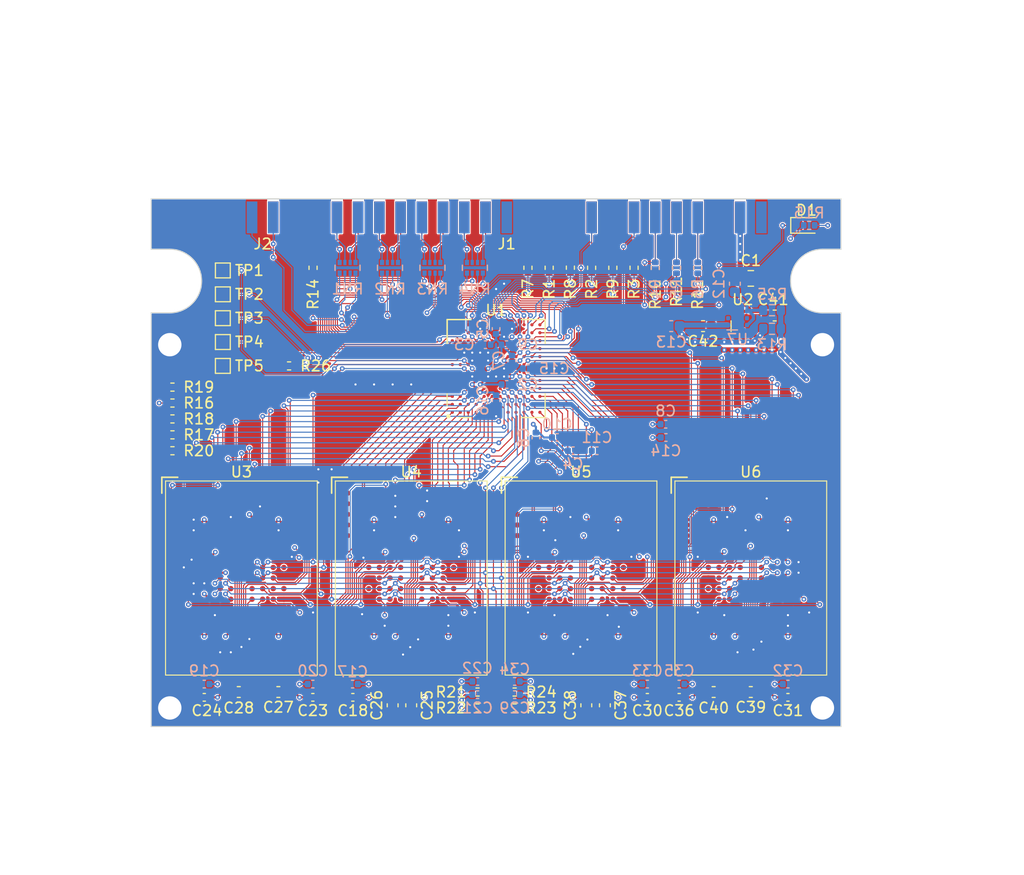
<source format=kicad_pcb>
(kicad_pcb (version 20211014) (generator pcbnew)
  (layers (0 "F.Cu" signal) (1 "In1.Cu" power) (2 "In2.Cu" power) (31 "B.Cu" signal) (34 "B.Paste" user) (35 "F.Paste" user) (36 "B.SilkS" user "B.Silkscreen") (37 "F.SilkS" user "F.Silkscreen") (38 "B.Mask" user) (39 "F.Mask" user) (44 "Edge.Cuts" user))
  (net 0 "")
  (net 1 "/F1_DQS")
  (net 2 "/F1_DQ2")
  (net 3 "/F1_DQ0")
  (net 4 "/FSH_CE4#")
  (net 5 "/FSH_CE1#")
  (net 6 "Net-(R17-Pad2)")
  (net 7 "Net-(R19-Pad2)")
  (net 8 "/DBG_SCL")
  (net 9 "/HD_D3")
  (net 10 "/HD_D12")
  (net 11 "/HD_D6")
  (net 12 "/HD_D14")
  (net 13 "/F1_DQ4")
  (net 14 "/F1_DQ3")
  (net 15 "/F1_DQ1")
  (net 16 "/FSH_CE3#")
  (net 17 "Net-(R20-Pad2)")
  (net 20 "/DBG_SDA")
  (net 21 "/DBG_RESET")
  (net 22 "/HD_D4")
  (net 23 "/HD_D13")
  (net 24 "/HD_D7")
  (net 25 "/F1_DQ6")
  (net 26 "/F1_DQ5")
  (net 27 "/F0_DQ7")
  (net 28 "/FSH_CE2#")
  (net 30 "Net-(R18-Pad2)")
  (net 31 "/I2C")
  (net 32 "GND")
  (net 33 "/HD_D11")
  (net 34 "/HD_D5")
  (net 35 "/HD_D15")
  (net 36 "/FSH_WP#")
  (net 37 "/F1_DQ7")
  (net 38 "/F0_DQ6")
  (net 39 "+3V3")
  (net 40 "Net-(R16-Pad2)")
  (net 41 "Net-(C3-Pad1)")
  (net 42 "/HD_CS0#")
  (net 43 "/HD_CS1#")
  (net 44 "/F1_ALE")
  (net 45 "/F1_WE#")
  (net 46 "/F0_DQ5")
  (net 47 "+VCCFQ")
  (net 48 "Net-(R26-Pad2)")
  (net 49 "/HD_IOR#")
  (net 50 "/F1_RE#")
  (net 51 "/F1_CLE")
  (net 52 "/F0_DQ4")
  (net 53 "/HD_IOW#")
  (net 55 "/F0_DQS")
  (net 56 "/F0_DQ3")
  (net 57 "/F0_DQ2")
  (net 58 "/F0_DQ1")
  (net 59 "/HD_INTRQ")
  (net 60 "/F0_DQ0")
  (net 61 "/F0_RE#")
  (net 62 "/FSH_R{slash}B1#")
  (net 63 "/FSH_R{slash}B2#")
  (net 64 "/HD_CSEL#")
  (net 65 "/F0_CLE")
  (net 66 "/F0_ALE")
  (net 67 "/FSH_R{slash}B3#")
  (net 68 "/FSH_R{slash}B4#")
  (net 69 "/F3_CLE")
  (net 70 "/F3_DQ7")
  (net 71 "/F3_DQ3")
  (net 72 "/HD_D10")
  (net 73 "/HD_D8")
  (net 74 "/HD_RESET#")
  (net 75 "/HD_IORDY")
  (net 76 "/F0_WE#")
  (net 77 "/F2_RE#")
  (net 78 "/F3_WE#")
  (net 79 "/F3_ALE")
  (net 80 "/F3_RE#")
  (net 81 "/F3_DQ6")
  (net 82 "/F3_DQS")
  (net 83 "/F3_DQ0")
  (net 84 "/HD_D2")
  (net 85 "/HD_A2")
  (net 86 "/HD_DMARQ")
  (net 87 "/HD_A1")
  (net 88 "/F2_CLE")
  (net 89 "/F2_ALE")
  (net 90 "/F2_DQ1")
  (net 91 "/F2_DQ3")
  (net 92 "/F2_DQ4")
  (net 93 "/F2_DQ6")
  (net 94 "/F3_DQ4")
  (net 95 "/F3_DQ1")
  (net 96 "/HD_D9")
  (net 97 "/HD_PDIAG#")
  (net 98 "/HD_DMACK#")
  (net 99 "/HD_A0")
  (net 100 "/F2_WE#")
  (net 101 "/F2_DQ0")
  (net 102 "/F2_DQ2")
  (net 103 "/F2_DQS")
  (net 104 "/F2_DQ5")
  (net 105 "/F2_DQ7")
  (net 106 "/F3_DQ5")
  (net 107 "/F3_DQ2")
  (net 108 "/HD_IOCS16#")
  (net 109 "/HD_D1")
  (net 110 "/HD_DASP#")
  (net 111 "/HD_D0")
  (net 113 "/HD_CSEL_CONN#")
  (net 114 "Net-(J1-Pad1)")
  (net 115 "Net-(J1-Pad3)")
  (net 116 "Net-(J1-Pad4)")
  (net 117 "Net-(J1-Pad5)")
  (net 118 "Net-(J1-Pad6)")
  (net 119 "Net-(J1-Pad7)")
  (net 120 "Net-(J1-Pad8)")
  (net 121 "Net-(J1-Pad9)")
  (net 122 "Net-(J1-Pad10)")
  (net 123 "Net-(J1-Pad11)")
  (net 124 "Net-(J1-Pad12)")
  (net 125 "Net-(J1-Pad13)")
  (net 126 "Net-(J1-Pad14)")
  (net 127 "Net-(J1-Pad15)")
  (net 128 "Net-(J1-Pad16)")
  (net 129 "Net-(J1-Pad17)")
  (net 130 "Net-(J1-Pad18)")
  (net 132 "Net-(J1-Pad21)")
  (net 133 "Net-(J1-Pad23)")
  (net 134 "Net-(J1-Pad25)")
  (net 135 "Net-(J1-Pad27)")
  (net 136 "Net-(J1-Pad29)")
  (net 137 "Net-(J1-Pad31)")
  (net 138 "Net-(J1-Pad33)")
  (net 139 "Net-(J1-Pad35)")
  (net 140 "Net-(J1-Pad36)")
  (net 141 "Net-(J1-Pad37)")
  (net 142 "Net-(J1-Pad38)")
  (net 143 "+5V")
  (net 145 "Net-(C12-Pad1)")
  (net 146 "Net-(D1-Pad2)")
  (footprint "Capacitor_SMD:C_0402_1005Metric" (layer "F.Cu") (at 149.5 111.75 180)
    (fp_text reference "C18")
    (fp_text value "100nF")
  )
  (footprint "Capacitor_SMD:C_0805_2012Metric" (layer "F.Cu") (at 187 72.25)
    (fp_text reference "C1")
    (fp_text value "10uF")
  )
  (footprint "TestPoint:TestPoint_Pad_1.0x1.0mm" (layer "F.Cu") (at 137.25 73.75)
    (fp_text reference "TP2")
    (fp_text value "SCL")
  )
  (footprint "Resistor_SMD:R_0402_1005Metric" (layer "F.Cu") (at 161.25 112.75 180)
    (fp_text reference "R22")
    (fp_text value "2k")
  )
  (footprint "Capacitor_SMD:C_0402_1005Metric" (layer "F.Cu") (at 145.73 111.75)
    (fp_text reference "C23")
    (fp_text value "100nF")
  )
  (footprint "Capacitor_SMD:C_0603_1608Metric" (layer "F.Cu") (at 173.25 112.5 -90)
    (fp_text reference "C37")
    (fp_text value "10uF")
  )
  (footprint "Resistor_SMD:R_0402_1005Metric" (layer "F.Cu") (at 164.75 112.75)
    (fp_text reference "R23")
    (fp_text value "2k")
  )
  (footprint "Capacitor_SMD:C_0402_1005Metric" (layer "F.Cu") (at 190.5 111.75)
    (fp_text reference "C31")
    (fp_text value "100nF")
  )
  (footprint "Capacitor_SMD:C_0603_1608Metric" (layer "F.Cu") (at 138.75 111.25)
    (fp_text reference "C28")
    (fp_text value "10uF")
  )
  (footprint "MountingHole:MountingHole_2.2mm_M2_ISO7380_Pad_TopBottom" (layer "F.Cu") (at 193.75 78.5)
    (fp_text reference "H4" hide)
    (fp_text value "MountingHole_Pad")
  )
  (footprint "Capacitor_SMD:C_0603_1608Metric" (layer "F.Cu") (at 182.5 76.75 180)
    (fp_text reference "C42")
    (fp_text value "1uF")
  )
  (footprint "Resistor_SMD:R_0402_1005Metric" (layer "F.Cu") (at 182 71.25 -90)
    (fp_text reference "R12")
    (fp_text value "82")
  )
  (footprint "Resistor_SMD:R_0402_1005Metric" (layer "F.Cu") (at 178 71.25 -90)
    (fp_text reference "R10")
    (fp_text value "82")
  )
  (footprint "Resistor_SMD:R_0402_1005Metric" (layer "F.Cu") (at 132.5 84)
    (fp_text reference "R16")
    (fp_text value "10k")
  )
  (footprint "Capacitor_SMD:C_0603_1608Metric" (layer "F.Cu") (at 142.48 111.25 180)
    (fp_text reference "C27")
    (fp_text value "10uF")
  )
  (footprint "cust:2x22_2mm_border_conn" (layer "F.Cu") (at 167 60.15)
    (fp_text reference "J1")
    (fp_text value "Conn_02x22_Odd_Even")
  )
  (footprint "Capacitor_SMD:C_0603_1608Metric" (layer "F.Cu") (at 171.5 112.5 -90)
    (fp_text reference "C38")
    (fp_text value "10uF")
  )
  (footprint "Package_BGA:BGA-152_14x18mm_Layout13x17_P0.5mm" (layer "F.Cu") (at 155 100.5)
    (fp_text reference "U4")
    (fp_text value "FlashBGA152")
  )
  (footprint "Capacitor_SMD:C_0603_1608Metric" (layer "F.Cu") (at 183.5 111.25)
    (fp_text reference "C40")
    (fp_text value "10uF")
  )
  (footprint "Capacitor_SMD:C_0603_1608Metric" (layer "F.Cu") (at 187 111.25 180)
    (fp_text reference "C39")
    (fp_text value "10uF")
  )
  (footprint "Resistor_SMD:R_0402_1005Metric" (layer "F.Cu") (at 166 71.25 -90)
    (fp_text reference "R7")
    (fp_text value "22")
  )
  (footprint "Resistor_SMD:R_0402_1005Metric" (layer "F.Cu") (at 164.75 111.25)
    (fp_text reference "R24")
    (fp_text value "2k")
  )
  (footprint "Resistor_SMD:R_0402_1005Metric" (layer "F.Cu") (at 180 71.25 -90)
    (fp_text reference "R11")
    (fp_text value "82")
  )
  (footprint "Package_BGA:BGA-152_14x18mm_Layout13x17_P0.5mm" (layer "F.Cu") (at 187 100.5)
    (fp_text reference "U6")
    (fp_text value "FlashBGA152")
  )
  (footprint "Resistor_SMD:R_0402_1005Metric" (layer "F.Cu") (at 170 71.24 -90)
    (fp_text reference "R8")
    (fp_text value "82")
  )
  (footprint "MountingHole:MountingHole_2.2mm_M2_ISO7380_Pad_TopBottom" (layer "F.Cu") (at 193.75 112.75)
    (fp_text reference "H3" hide)
    (fp_text value "MountingHole_Pad")
  )
  (footprint "cust:2x2_2mm_border_conn" (layer "F.Cu") (at 141 60)
    (fp_text reference "J2")
    (fp_text value "Conn_02x02_Odd_Even")
  )
  (footprint "cust:BGA-144_12x12_9.0x9.0mm" (layer "F.Cu") (at 163 80.75 90)
    (fp_text reference "U1")
    (fp_text value "SM2236")
  )
  (footprint "Capacitor_SMD:C_0402_1005Metric" (layer "F.Cu") (at 135.5 111.75 180)
    (fp_text reference "C24")
    (fp_text value "100nF")
  )
  (footprint "MountingHole:MountingHole_2.2mm_M2_ISO7380_Pad_TopBottom" (layer "F.Cu") (at 132.25 112.75)
    (fp_text reference "H2" hide)
    (fp_text value "MountingHole_Pad")
  )
  (footprint "Resistor_SMD:R_0402_1005Metric" (layer "F.Cu") (at 168 71.25 -90)
    (fp_text reference "R1")
    (fp_text value "82")
  )
  (footprint "Resistor_SMD:R_0402_1005Metric" (layer "F.Cu") (at 132.5 82.5)
    (fp_text reference "R19")
    (fp_text value "NS")
  )
  (footprint "Resistor_SMD:R_0402_1005Metric" (layer "F.Cu") (at 174 71.25 -90)
    (fp_text reference "R9")
    (fp_text value "82")
  )
  (footprint "Package_BGA:BGA-152_14x18mm_Layout13x17_P0.5mm" (layer "F.Cu") (at 139 100.5)
    (fp_text reference "U3")
    (fp_text value "FlashBGA152")
  )
  (footprint "Package_BGA:BGA-152_14x18mm_Layout13x17_P0.5mm" (layer "F.Cu") (at 171 100.5)
    (fp_text reference "U5")
    (fp_text value "FlashBGA152")
  )
  (footprint "Resistor_SMD:R_0402_1005Metric" (layer "F.Cu") (at 132.5 87)
    (fp_text reference "R17")
    (fp_text value "NS")
  )
  (footprint "Resistor_SMD:R_0402_1005Metric" (layer "F.Cu") (at 132.5 88.5)
    (fp_text reference "R20")
    (fp_text value "NS")
  )
  (footprint "cust:WSON-6-1EP_2x2mm_P0.65mm_EP1x1.6mm" (layer "F.Cu") (at 186.25 76.25 90)
    (fp_text reference "U2")
    (fp_text value "TLV75533PDRV")
  )
  (footprint "Resistor_SMD:R_0402_1005Metric" (layer "F.Cu") (at 143.49 80.5)
    (fp_text reference "R26")
    (fp_text value "0")
  )
  (footprint "TestPoint:TestPoint_Pad_1.0x1.0mm" (layer "F.Cu") (at 137.25 80.5)
    (fp_text reference "TP5")
    (fp_text value "GND")
  )
  (footprint "Resistor_SMD:R_0402_1005Metric" (layer "F.Cu") (at 176 71.25 -90)
    (fp_text reference "R3")
    (fp_text value "22")
  )
  (footprint "TestPoint:TestPoint_Pad_1.0x1.0mm" (layer "F.Cu") (at 137.25 78.25)
    (fp_text reference "TP4")
    (fp_text value "RESET")
  )
  (footprint "TestPoint:TestPoint_Pad_1.0x1.0mm" (layer "F.Cu") (at 137.25 76)
    (fp_text reference "TP3")
    (fp_text value "SDA")
  )
  (footprint "Capacitor_SMD:C_0603_1608Metric" (layer "F.Cu") (at 153.25 112.5 -90)
    (fp_text reference "C26")
    (fp_text value "10uF")
  )
  (footprint "Resistor_SMD:R_0402_1005Metric" (layer "F.Cu") (at 132.5 85.5)
    (fp_text reference "R18")
    (fp_text value "NS")
  )
  (footprint "Resistor_SMD:R_0402_1005Metric" (layer "F.Cu") (at 172 71.25 -90)
    (fp_text reference "R2")
    (fp_text value "22")
  )
  (footprint "Capacitor_SMD:C_0402_1005Metric" (layer "F.Cu") (at 180.25 111.75 180)
    (fp_text reference "C36")
    (fp_text value "100nF")
  )
  (footprint "Resistor_SMD:R_0402_1005Metric" (layer "F.Cu") (at 145.75 71.25 -90)
    (fp_text reference "R14")
    (fp_text value "330")
  )
  (footprint "Capacitor_SMD:C_0402_1005Metric" (layer "F.Cu") (at 177.25 111.75)
    (fp_text reference "C30")
    (fp_text value "100nF")
  )
  (footprint "Resistor_SMD:R_0402_1005Metric" (layer "F.Cu") (at 161.25 111.25 180)
    (fp_text reference "R21")
    (fp_text value "2k")
  )
  (footprint "TestPoint:TestPoint_Pad_1.0x1.0mm" (layer "F.Cu") (at 137.25 71.5)
    (fp_text reference "TP1")
    (fp_text value "I2C")
  )
  (footprint "MountingHole:MountingHole_2.2mm_M2_ISO7380_Pad_TopBottom" (layer "F.Cu") (at 132.25 78.5)
    (fp_text reference "H1" hide)
    (fp_text value "MountingHole_Pad")
  )
  (footprint "Capacitor_SMD:C_0603_1608Metric" (layer "F.Cu") (at 189.25 75.75)
    (fp_text reference "C41")
    (fp_text value "1uF")
  )
  (footprint "LED_SMD:LED_0603_1608Metric" (layer "F.Cu") (at 192.25 67.25)
    (fp_text reference "D1")
    (fp_text value "LED")
  )
  (footprint "Capacitor_SMD:C_0603_1608Metric" (layer "F.Cu") (at 155 112.5 -90)
    (fp_text reference "C25")
    (fp_text value "10uF")
  )
  (footprint "Resistor_SMD:R_Array_Convex_4x0402" (layer "B.Cu") (at 157 71.25 90)
    (fp_text reference "RN3")
    (fp_text value "33")
  )
  (footprint "Capacitor_SMD:C_0402_1005Metric" (layer "B.Cu") (at 145.73 110.5)
    (fp_text reference "C20")
    (fp_text value "100nF")
  )
  (footprint "Resistor_SMD:R_0402_1005Metric" (layer "B.Cu") (at 182 71.25 -90)
    (fp_text reference "R6")
    (fp_text value "82")
  )
  (footprint "Resistor_SMD:R_0402_1005Metric" (layer "B.Cu") (at 192.5 67.25 180)
    (fp_text reference "R15")
    (fp_text value "300")
  )
  (footprint "Resistor_SMD:R_0603_1608Metric" (layer "B.Cu") (at 189 77 180)
    (fp_text reference "R13")
    (fp_text value "0")
  )
  (footprint "Capacitor_SMD:C_0402_1005Metric" (layer "B.Cu") (at 163 77 90)
    (fp_text reference "C5")
    (fp_text value "0.12uF")
  )
  (footprint "Resistor_SMD:R_Array_Convex_4x0402" (layer "B.Cu") (at 153 71.25 90)
    (fp_text reference "RN2")
    (fp_text value "33")
  )
  (footprint "Capacitor_SMD:C_0402_1005Metric" (layer "B.Cu") (at 178.98 86)
    (fp_text reference "C8")
    (fp_text value "100nF")
  )
  (footprint "Capacitor_SMD:C_0402_1005Metric" (layer "B.Cu") (at 161.25 110.25)
    (fp_text reference "C22")
    (fp_text value "100nF")
  )
  (footprint "Resistor_SMD:R_0402_1005Metric" (layer "B.Cu") (at 178 71.25 -90)
    (fp_text reference "R4")
    (fp_text value "0")
  )
  (footprint "Resistor_SMD:R_Array_Convex_4x0402" (layer "B.Cu") (at 161 71.25 90)
    (fp_text reference "RN4")
    (fp_text value "33")
  )
  (footprint "Capacitor_SMD:C_0402_1005Metric" (layer "B.Cu") (at 161.25 111.5)
    (fp_text reference "C21")
    (fp_text value "100nF")
  )
  (footprint "Resistor_SMD:R_Array_Convex_4x0402" (layer "B.Cu") (at 149 71.25 90)
    (fp_text reference "RN1")
    (fp_text value "33")
  )
  (footprint "Capacitor_SMD:C_0402_1005Metric" (layer "B.Cu") (at 170.25 88.5)
    (fp_text reference "C4")
    (fp_text value "100nF")
  )
  (footprint "Resistor_SMD:R_0603_1608Metric" (layer "B.Cu") (at 189 75.25 180)
    (fp_text reference "R25")
    (fp_text value "0")
  )
  (footprint "Capacitor_SMD:C_0402_1005Metric" (layer "B.Cu") (at 190.5 110.5)
    (fp_text reference "C32")
    (fp_text value "100nF")
  )
  (footprint "Capacitor_SMD:C_0402_1005Metric" (layer "B.Cu") (at 162 78.5 180)
    (fp_text reference "C3")
    (fp_text value "0.12uF")
  )
  (footprint "Capacitor_SMD:C_0402_1005Metric" (layer "B.Cu") (at 164.75 110.25 180)
    (fp_text reference "C34")
    (fp_text value "100nF")
  )
  (footprint "Capacitor_SMD:C_0402_1005Metric" (layer "B.Cu") (at 166.75 87.27 -90)
    (fp_text reference "C6")
    (fp_text value "100nF")
  )
  (footprint "Capacitor_SMD:C_0402_1005Metric" (layer "B.Cu") (at 149.48 110.5 180)
    (fp_text reference "C17")
    (fp_text value "100nF")
  )
  (footprint "Capacitor_SMD:C_0402_1005Metric" (layer "B.Cu") (at 179 87.25)
    (fp_text reference "C14")
    (fp_text value "100nF")
  )
  (footprint "Capacitor_SMD:C_0402_1005Metric" (layer "B.Cu") (at 168.75 87.25)
    (fp_text reference "C10")
    (fp_text value "100nF")
  )
  (footprint "Capacitor_SMD:C_0402_1005Metric" (layer "B.Cu") (at 163.98 78.5)
    (fp_text reference "C9")
    (fp_text value "0.12uF")
  )
  (footprint "cust:WSON-6-1EP_2x2mm_P0.65mm_EP1x1.6mm" (layer "B.Cu") (at 185.75 76)
    (fp_text reference "U7")
    (fp_text value "TLV75518PDRV")
  )
  (footprint "Capacitor_SMD:C_0402_1005Metric" (layer "B.Cu") (at 164.5 80 -90)
    (fp_text reference "C7")
    (fp_text value "0.12uF")
  )
  (footprint "Capacitor_SMD:C_0402_1005Metric" (layer "B.Cu") (at 135.5 110.5 180)
    (fp_text reference "C19")
    (fp_text value "100nF")
  )
  (footprint "Capacitor_SMD:C_0402_1005Metric" (layer "B.Cu") (at 177.25 110.5)
    (fp_text reference "C33")
    (fp_text value "100nF")
  )
  (footprint "Capacitor_SMD:C_0402_1005Metric" (layer "B.Cu") (at 164 82.25)
    (fp_text reference "C2")
    (fp_text value "100nF")
  )
  (footprint "Capacitor_SMD:C_0402_1005Metric" (layer "B.Cu") (at 163 83.75 -90)
    (fp_text reference "C16")
    (fp_text value "100nF")
  )
  (footprint "Capacitor_SMD:C_0603_1608Metric" (layer "B.Cu") (at 179.5 76.75 180)
    (fp_text reference "C13")
    (fp_text value "1uF")
  )
  (footprint "Capacitor_SMD:C_0402_1005Metric" (layer "B.Cu") (at 172.5 88.5)
    (fp_text reference "C11")
    (fp_text value "100nF")
  )
  (footprint "Capacitor_SMD:C_0402_1005Metric" (layer "B.Cu") (at 180.25 110.5 180)
    (fp_text reference "C35")
    (fp_text value "100nF")
  )
  (footprint "Capacitor_SMD:C_0603_1608Metric" (layer "B.Cu") (at 185.5 72.75 90)
    (fp_text reference "C12")
    (fp_text value "1uF")
  )
  (footprint "Capacitor_SMD:C_0402_1005Metric" (layer "B.Cu") (at 164.75 111.5 180)
    (fp_text reference "C29")
    (fp_text value "100nF")
  )
  (footprint "Resistor_SMD:R_0402_1005Metric" (layer "B.Cu") (at 180 71.25 -90)
    (fp_text reference "R5")
    (fp_text value "82")
  )
  (footprint "Capacitor_SMD:C_0402_1005Metric" (layer "B.Cu") (at 166 80.75)
    (fp_text reference "C15")
    (fp_text value "100nF")
  )
  (gr_arc (start 190.75 72.5) (mid 191.62868 70.37868) (end 193.75 69.5) (layer "Edge.Cuts") (width 0.1))
  (gr_line (start 195.5 64.75) (end 195.5 69.5) (layer "Edge.Cuts") (width 0.1))
  (gr_line (start 130.5 114.5) (end 195.5 114.5) (layer "Edge.Cuts") (width 0.1))
  (gr_line (start 130.5 69.5) (end 130.5 64.75) (layer "Edge.Cuts") (width 0.1))
  (gr_line (start 130.5 75.5) (end 130.5 114.5) (layer "Edge.Cuts") (width 0.1))
  (gr_line (start 195.5 69.5) (end 193.75 69.5) (layer "Edge.Cuts") (width 0.1))
  (gr_arc (start 193.75 75.5) (mid 191.62868 74.62132) (end 190.75 72.5) (layer "Edge.Cuts") (width 0.1))
  (gr_line (start 193.75 75.5) (end 195.5 75.5) (layer "Edge.Cuts") (width 0.1))
  (gr_line (start 195.5 114.5) (end 195.5 75.5) (layer "Edge.Cuts") (width 0.1))
  (gr_arc (start 132.25 69.5) (mid 134.37132 70.37868) (end 135.25 72.5) (layer "Edge.Cuts") (width 0.1))
  (gr_line (start 132.25 69.5) (end 130.5 69.5) (layer "Edge.Cuts") (width 0.1))
  (gr_line (start 195.5 64.75) (end 130.5 64.75) (layer "Edge.Cuts") (width 0.1))
  (gr_line (start 130.5 75.5) (end 132.25 75.5) (layer "Edge.Cuts") (width 0.1))
  (gr_arc (start 135.25 72.5) (mid 134.37132 74.62132) (end 132.25 75.5) (layer "Edge.Cuts") (width 0.1))
  (segment (start 154.6 94.784314) (end 154.375 94.559314) (width 0.1) (layer "F.Cu") (net 1))
  (segment (start 153.950735 97.983579) (end 154.233579 97.983579) (width 0.1) (layer "F.Cu") (net 1))
  (segment (start 156 104.5) (end 156.4 104.9) (width 0.1) (layer "F.Cu") (net 1))
  (segment (start 154.233579 97.983579) (end 154.4 97.817158) (width 0.1) (layer "F.Cu") (net 1))
  (segment (start 152.551472 99.1) (end 152.751472 98.9) (width 0.1) (layer "F.Cu") (net 1))
  (segment (start 154.4 97.817158) (end 154.4 96.9) (width 0.1) (layer "F.Cu") (net 1))
  (segment (start 153.6 98.55) (end 153.6 98.334314) (width 0.1) (layer "F.Cu") (net 1))
  (segment (start 154 96.5) (end 154.6 95.9) (width 0.1) (layer "F.Cu") (net 1))
  (segment (start 149.85 102.367157) (end 149.85 100.084314) (width 0.1) (layer "F.Cu") (net 1))
  (segment (start 154.4 96.9) (end 154 96.5) (width 0.1) (layer "F.Cu") (net 1))
  (segment (start 154.375 89.375) (end 158.875 84.875) (width 0.1) (layer "F.Cu") (net 1))
  (segment (start 148.6 108.665686) (end 148.6 103.617157) (width 0.1) (layer "F.Cu") (net 1))
  (segment (start 150.834314 99.1) (end 152.551472 99.1) (width 0.1) (layer "F.Cu") (net 1))
  (segment (start 154.375 94.559314) (end 154.375 89.375) (width 0.1) (layer "F.Cu") (net 1))
  (segment (start 148.834314 108.9) (end 148.6 108.665686) (width 0.1) (layer "F.Cu") (net 1))
  (segment (start 156.4 104.9) (end 156.4 106.1) (width 0.1) (layer "F.Cu") (net 1))
  (segment (start 153.25 98.9) (end 153.6 98.55) (width 0.1) (layer "F.Cu") (net 1))
  (segment (start 154.6 95.9) (end 154.6 94.784314) (width 0.1) (layer "F.Cu") (net 1))
  (segment (start 152.751472 98.9) (end 153.25 98.9) (width 0.1) (layer "F.Cu") (net 1))
  (segment (start 153.6 108.9) (end 148.834314 108.9) (width 0.1) (layer "F.Cu") (net 1))
  (segment (start 153.6 98.334314) (end 153.950735 97.983579) (width 0.1) (layer "F.Cu") (net 1))
  (segment (start 156.4 106.1) (end 153.6 108.9) (width 0.1) (layer "F.Cu") (net 1))
  (segment (start 149.85 100.084314) (end 150.834314 99.1) (width 0.1) (layer "F.Cu") (net 1))
  (segment (start 148.6 103.617157) (end 149.85 102.367157) (width 0.1) (layer "F.Cu") (net 1))
  (segment (start 149.05 98.637534) (end 149.218767 98.468767) (width 0.1) (layer "F.Cu") (net 2))
  (segment (start 149.05 101.917158) (end 149.05 101.25) (width 0.1) (layer "F.Cu") (net 2))
  (segment (start 150.75 109.7) (end 148.502943 109.7) (width 0.1) (layer "F.Cu") (net 2))
  (segment (start 153.765687 109.7) (end 150.75 109.7) (width 0.1) (layer "F.Cu") (net 2))
  (segment (start 158 104.5) (end 157.6 104.9) (width 0.1) (layer "F.Cu") (net 2))
  (segment (start 147.8 103.167158) (end 147.917157 103.05) (width 0.1) (layer "F.Cu") (net 2))
  (segment (start 147.917157 103.05) (end 148.983579 101.983579) (width 0.1) (layer "F.Cu") (net 2))
  (segment (start 149.05 101.25) (end 149.05 98.637534) (width 0.1) (layer "F.Cu") (net 2))
  (segment (start 158.125 84.125) (end 152.6 89.65) (width 0.1) (layer "F.Cu") (net 2))
  (segment (start 147.8 108.997056) (end 147.8 108.831372) (width 0.1) (layer "F.Cu") (net 2))
  (segment (start 148.983579 101.983579) (end 149.05 101.917158) (width 0.1) (layer "F.Cu") (net 2))
  (segment (start 157.6 104.9) (end 157.6 105.5) (width 0.1) (layer "F.Cu") (net 2))
  (segment (start 152.6 95.9) (end 152 96.5) (width 0.1) (layer "F.Cu") (net 2))
  (segment (start 158.875 84.125) (end 158.125 84.125) (width 0.1) (layer "F.Cu") (net 2))
  (segment (start 152.6 89.65) (end 152.6 91.65) (width 0.1) (layer "F.Cu") (net 2))
  (segment (start 152.6 91.65) (end 152.6 95.9) (width 0.1) (layer "F.Cu") (net 2))
  (segment (start 157.6 106.031371) (end 157.131371 106.5) (width 0.1) (layer "F.Cu") (net 2))
  (segment (start 157.131371 106.5) (end 153.931371 109.7) (width 0.1) (layer "F.Cu") (net 2))
  (segment (start 153.931371 109.7) (end 153.765687 109.7) (width 0.1) (layer "F.Cu") (net 2))
  (segment (start 157.6 105.5) (end 157.6 106.031371) (width 0.1) (layer "F.Cu") (net 2))
  (segment (start 148.502943 109.7) (end 147.8 108.997056) (width 0.1) (layer "F.Cu") (net 2))
  (segment (start 147.8 108.831372) (end 147.8 103.167158) (width 0.1) (layer "F.Cu") (net 2))
  (via (at 149.218767 98.468767) (size 0.45) (drill 0.2) (layers "F.Cu" "B.Cu") (net 2))
  (via (at 152.6 91.65) (size 0.45) (drill 0.2) (layers "F.Cu" "B.Cu") (net 2))
  (segment (start 149.218767 98.468767) (end 149.25 98.437534) (width 0.1) (layer "B.Cu") (net 2))
  (segment (start 149.25 98.437534) (end 149.25 92.25) (width 0.1) (layer "B.Cu") (net 2))
  (segment (start 149.25 92.25) (end 149.75 91.75) (width 0.1) (layer "B.Cu") (net 2))
  (segment (start 152.6 91.65) (end 152.5 91.75) (width 0.1) (layer "B.Cu") (net 2))
  (segment (start 152.5 91.75) (end 149.75 91.75) (width 0.1) (layer "B.Cu") (net 2))
  (segment (start 159.165686 106.9) (end 157.014213 106.9) (width 0.1) (layer "F.Cu") (net 3))
  (segment (start 159.4 106.665686) (end 159.165686 106.9) (width 0.1) (layer "F.Cu") (net 3))
  (segment (start 148.843767 101.493767) (end 148.843767 98.313436) (width 0.1) (layer "F.Cu") (net 3))
  (segment (start 157.375 83.375) (end 150.4 90.35) (width 0.1) (layer "F.Cu") (net 3))
  (segment (start 149.657203 97.5) (end 151 97.5) (width 0.1) (layer "F.Cu") (net 3))
  (segment (start 158.875 83.375) (end 157.375 83.375) (width 0.1) (layer "F.Cu") (net 3))
  (segment (start 159.4 103.9) (end 159.4 106.665686) (width 0.1) (layer "F.Cu") (net 3))
  (segment (start 148.85 101.834316) (end 148.85 101.5) (width 0.1) (layer "F.Cu") (net 3))
  (segment (start 150.4 96.9) (end 151 97.5) (width 0.1) (layer "F.Cu") (net 3))
  (segment (start 147.6 103.084315) (end 148.85 101.834316) (width 0.1) (layer "F.Cu") (net 3))
  (segment (start 148.85 101.5) (end 148.843767 101.493767) (width 0.1) (layer "F.Cu") (net 3))
  (segment (start 147.6 109.1) (end 147.6 103.084315) (width 0.1) (layer "F.Cu") (net 3))
  (segment (start 148.4 109.9) (end 147.6 109.1) (width 0.1) (layer "F.Cu") (net 3))
  (segment (start 157.014213 106.9) (end 154.014213 109.9) (width 0.1) (layer "F.Cu") (net 3))
  (segment (start 150.4 90.35) (end 150.4 96.9) (width 0.1) (layer "F.Cu") (net 3))
  (segment (start 148.843767 98.313436) (end 149.657203 97.5) (width 0.1) (layer "F.Cu") (net 3))
  (segment (start 154.014213 109.9) (end 148.4 109.9) (width 0.1) (layer "F.Cu") (net 3))
  (segment (start 159 103.5) (end 159.4 103.9) (width 0.1) (layer "F.Cu") (net 3))
  (segment (start 156.625 82.625) (end 146.75 92.5) (width 0.1) (layer "F.Cu") (net 4))
  (segment (start 146.75 92.5) (end 146.75 99.5) (width 0.1) (layer "F.Cu") (net 4))
  (segment (start 188.5 99) (end 188 99.5) (width 0.1) (layer "F.Cu") (net 4))
  (segment (start 140 99.5) (end 140.5 99) (width 0.1) (layer "F.Cu") (net 4))
  (segment (start 158.875 82.625) (end 156.625 82.625) (width 0.1) (layer "F.Cu") (net 4))
  (segment (start 156.5 99) (end 156 99.5) (width 0.1) (layer "F.Cu") (net 4))
  (segment (start 172.5 99) (end 172 99.5) (width 0.1) (layer "F.Cu") (net 4))
  (via (at 146.75 99.5) (size 0.45) (drill 0.2) (layers "F.Cu" "B.Cu") (net 4))
  (via (at 140.5 99) (size 0.45) (drill 0.2) (layers "F.Cu" "B.Cu") (net 4))
  (via (at 156.5 99) (size 0.45) (drill 0.2) (layers "F.Cu" "B.Cu") (net 4))
  (via (at 172.5 99) (size 0.45) (drill 0.2) (layers "F.Cu" "B.Cu") (net 4))
  (via (at 188.5 99) (size 0.45) (drill 0.2) (layers "F.Cu" "B.Cu") (net 4))
  (segment (start 172.5 99) (end 173 99.5) (width 0.1) (layer "B.Cu") (net 4))
  (segment (start 157 99.5) (end 157.75 99.5) (width 0.1) (layer "B.Cu") (net 4))
  (segment (start 188 99.5) (end 188.5 99) (width 0.1) (layer "B.Cu") (net 4))
  (segment (start 156 99.5) (end 156.5 99) (width 0.1) (layer "B.Cu") (net 4))
  (segment (start 141 99.5) (end 146.75 99.5) (width 0.1) (layer "B.Cu") (net 4))
  (segment (start 147.75 99.5) (end 156 99.5) (width 0.1) (layer "B.Cu") (net 4))
  (segment (start 157.75 99.5) (end 172 99.5) (width 0.1) (layer "B.Cu") (net 4))
  (segment (start 172 99.5) (end 172.5 99) (width 0.1) (layer "B.Cu") (net 4))
  (segment (start 140.5 99) (end 141 99.5) (width 0.1) (layer "B.Cu") (net 4))
  (segment (start 173 99.5) (end 173.75 99.5) (width 0.1) (layer "B.Cu") (net 4))
  (segment (start 146.75 99.5) (end 147.75 99.5) (width 0.1) (layer "B.Cu") (net 4))
  (segment (start 156.5 99) (end 157 99.5) (width 0.1) (layer "B.Cu") (net 4))
  (segment (start 173.75 99.5) (end 188 99.5) (width 0.1) (layer "B.Cu") (net 4))
  (segment (start 169 101.5) (end 168.5 102) (width 0.1) (layer "F.Cu") (net 5))
  (segment (start 136.5 102) (end 137 101.5) (width 0.1) (layer "F.Cu") (net 5))
  (segment (start 146.25 101.75) (end 146.5 102) (width 0.1) (layer "F.Cu") (net 5))
  (segment (start 156.625 81.875) (end 146.25 92.25) (width 0.1) (layer "F.Cu") (net 5))
  (segment (start 146.25 92.25) (end 146.25 101.75) (width 0.1) (layer "F.Cu") (net 5))
  (segment (start 153 101.5) (end 152.5 102) (width 0.1) (layer "F.Cu") (net 5))
  (segment (start 184.5 102) (end 185 101.5) (width 0.1) (layer "F.Cu") (net 5))
  (segment (start 158.875 81.875) (end 156.625 81.875) (width 0.1) (layer "F.Cu") (net 5))
  (via (at 136.5 102) (size 0.45) (drill 0.2) (layers "F.Cu" "B.Cu") (net 5))
  (via (at 168.5 102) (size 0.45) (drill 0.2) (layers "F.Cu" "B.Cu") (net 5))
  (via (at 146.5 102) (size 0.45) (drill 0.2) (layers "F.Cu" "B.Cu") (net 5))
  (via (at 152.5 102) (size 0.45) (drill 0.2) (layers "F.Cu" "B.Cu") (net 5))
  (via (at 184.5 102) (size 0.45) (drill 0.2) (layers "F.Cu" "B.Cu") (net 5))
  (segment (start 138.030331 102) (end 137.655331 101.625) (width 0.1) (layer "B.Cu") (net 5))
  (segment (start 137.655331 101.625) (end 136.875 101.625) (width 0.1) (layer "B.Cu") (net 5))
  (segment (start 146.5 102) (end 138.030331 102) (width 0.1) (layer "B.Cu") (net 5))
  (segment (start 168.969669 102) (end 169.344669 101.625) (width 0.1) (layer "B.Cu") (net 5))
  (segment (start 153.344669 101.625) (end 152.969669 102) (width 0.1) (layer "B.Cu") (net 5))
  (segment (start 168.5 102) (end 154.030331 102) (width 0.1) (layer "B.Cu") (net 5))
  (segment (start 169.344669 101.625) (end 169.655331 101.625) (width 0.1) (layer "B.Cu") (net 5))
  (segment (start 169.875 101.844669) (end 170.030331 102) (width 0.1) (layer "B.Cu") (net 5))
  (segment (start 171.25 102) (end 184.5 102) (width 0.1) (layer "B.Cu") (net 5))
  (segment (start 170.030331 102) (end 171.25 102) (width 0.1) (layer "B.Cu") (net 5))
  (segment (start 147.25 102) (end 146.5 102) (width 0.1) (layer "B.Cu") (net 5))
  (segment (start 136.875 101.625) (end 136.5 102) (width 0.1) (layer "B.Cu") (net 5))
  (segment (start 152.5 102) (end 147.25 102) (width 0.1) (layer "B.Cu") (net 5))
  (segment (start 169.655331 101.625) (end 169.875 101.844669) (width 0.1) (layer "B.Cu") (net 5))
  (segment (start 168.5 102) (end 168.969669 102) (width 0.1) (layer "B.Cu") (net 5))
  (segment (start 154.030331 102) (end 153.655331 101.625) (width 0.1) (layer "B.Cu") (net 5))
  (segment (start 153.655331 101.625) (end 153.344669 101.625) (width 0.1) (layer "B.Cu") (net 5))
  (segment (start 152.969669 102) (end 152.5 102) (width 0.1) (layer "B.Cu") (net 5))
  (segment (start 134.25 85.76) (end 133.01 87) (width 0.1) (layer "F.Cu") (net 6))
  (segment (start 134.25 85.25) (end 134.25 85.76) (width 0.1) (layer "F.Cu") (net 6))
  (segment (start 147.8 82.45) (end 145.332842 82.45) (width 0.1) (layer "F.Cu") (net 6))
  (segment (start 144.782842 83) (end 136.5 83) (width 0.1) (layer "F.Cu") (net 6))
  (segment (start 149.125 81.125) (end 147.8 82.45) (width 0.1) (layer "F.Cu") (net 6))
  (segment (start 158.875 81.125) (end 149.125 81.125) (width 0.1) (layer "F.Cu") (net 6))
  (segment (start 136.5 83) (end 134.25 85.25) (width 0.1) (layer "F.Cu") (net 6))
  (segment (start 145.332842 82.45) (end 144.782842 83) (width 0.1) (layer "F.Cu") (net 6))
  (segment (start 146.5 81.5) (end 147.625 80.375) (width 0.1) (layer "F.Cu") (net 7))
  (segment (start 135.25 82.5) (end 136.25 81.5) (width 0.1) (layer "F.Cu") (net 7))
  (segment (start 147.625 80.375) (end 158.875 80.375) (width 0.1) (layer "F.Cu") (net 7))
  (segment (start 136.25 81.5) (end 146.5 81.5) (width 0.1) (layer "F.Cu") (net 7))
  (segment (start 135.25 82.5) (end 133.01 82.5) (width 0.1) (layer "F.Cu") (net 7))
  (segment (start 146.375 79.625) (end 146.25 79.75) (width 0.1) (layer "F.Cu") (net 8))
  (segment (start 158.875 79.625) (end 146.375 79.625) (width 0.1) (layer "F.Cu") (net 8))
  (segment (start 139.75 73.75) (end 137.25 73.75) (width 0.1) (layer "F.Cu") (net 8))
  (via (at 146.25 79.75) (size 0.45) (drill 0.2) (layers "F.Cu" "B.Cu") (net 8))
  (via (at 139.75 73.75) (size 0.45) (drill 0.2) (layers "F.Cu" "B.Cu") (net 8))
  (segment (start 139.75 73.75) (end 140.25 73.75) (width 0.1) (layer "B.Cu") (net 8))
  (segment (start 140.25 73.75) (end 146.25 79.75) (width 0.1) (layer "B.Cu") (net 8))
  (segment (start 158.875 78.875) (end 147.625 78.875) (width 0.1) (layer "F.Cu") (net 9))
  (segment (start 148.5 72.25) (end 156 72.25) (width 0.1) (layer "F.Cu") (net 9))
  (segment (start 146.25 73.75) (end 147.25 72.75) (width 0.1) (layer "F.Cu") (net 9))
  (segment (start 147.25 72.75) (end 147.75 72.25) (width 0.1) (layer "F.Cu") (net 9))
  (segment (start 147.75 72.25) (end 148.5 72.25) (width 0.1) (layer "F.Cu") (net 9))
  (segment (start 147.625 78.875) (end 146.25 77.5) (width 0.1) (layer "F.Cu") (net 9))
  (segment (start 156 72.25) (end 156.25 72.5) (width 0.1) (layer "F.Cu") (net 9))
  (segment (start 146.25 77.5) (end 146.25 73.75) (width 0.1) (layer "F.Cu") (net 9))
  (via (at 156.25 72.5) (size 0.45) (drill 0.2) (layers "F.Cu" "B.Cu") (net 9))
  (segment (start 156.25 72.5) (end 156.25 71.75) (width 0.1) (layer "B.Cu") (net 9))
  (segment (start 146.45 76.75) (end 146.45 73.832842) (width 0.1) (layer "F.Cu") (net 10))
  (segment (start 158.325 78.675) (end 157.75 78.675) (width 0.1) (layer "F.Cu") (net 10))
  (segment (start 146.516421 73.766421) (end 147.832842 72.45) (width 0.1) (layer "F.Cu") (net 10))
  (segment (start 147.707842 78.675) (end 147.391421 78.358579) (width 0.1) (layer "F.Cu") (net 10))
  (segment (start 156 73) (end 156.75 73) (width 0.1) (layer "F.Cu") (net 10))
  (segment (start 157.75 78.675) (end 147.707842 78.675) (width 0.1) (layer "F.Cu") (net 10))
  (segment (start 155.75 72.75) (end 156 73) (width 0.1) (layer "F.Cu") (net 10))
  (segment (start 155.45 72.45) (end 155.75 72.75) (width 0.1) (layer "F.Cu") (net 10))
  (segment (start 148 72.45) (end 155.45 72.45) (width 0.1) (layer "F.Cu") (net 10))
  (segment (start 147.391421 78.358579) (end 146.45 77.417158) (width 0.1) (layer "F.Cu") (net 10))
  (segment (start 146.45 77.417158) (end 146.45 76.75) (width 0.1) (layer "F.Cu") (net 10))
  (segment (start 158.875 78.125) (end 158.325 78.675) (width 0.1) (layer "F.Cu") (net 10))
  (segment (start 146.45 73.832842) (end 146.516421 73.766421) (width 0.1) (layer "F.Cu") (net 10))
  (segment (start 147.832842 72.45) (end 148 72.45) (width 0.1) (layer "F.Cu") (net 10))
  (via (at 156.75 73) (size 0.45) (drill 0.2) (layers "F.Cu" "B.Cu") (net 10))
  (segment (start 156.75 73) (end 156.75 71.75) (width 0.1) (layer "B.Cu") (net 10))
  (segment (start 157.625 77.375) (end 157.25 77.75) (width 0.1) (layer "F.Cu") (net 11))
  (segment (start 147.05 77.168632) (end 147.05 76) (width 0.1) (layer "F.Cu") (net 11))
  (segment (start 157.25 77.75) (end 156.95 78.05) (width 0.1) (layer "F.Cu") (net 11))
  (segment (start 156.95 78.05) (end 156.25 78.05) (width 0.1) (layer "F.Cu") (net 11))
  (segment (start 156.25 78.05) (end 147.931368 78.05) (width 0.1) (layer "F.Cu") (net 11))
  (segment (start 158.875 77.375) (end 157.625 77.375) (width 0.1) (layer "F.Cu") (net 11))
  (segment (start 147.05 76) (end 147.05 74.081368) (width 0.1) (layer "F.Cu") (net 11))
  (segment (start 147.931368 78.05) (end 147.565684 77.684316) (width 0.1) (layer "F.Cu") (net 11))
  (segment (start 147.906868 73.2245) (end 149.25 73.2245) (width 0.1) (layer "F.Cu") (net 11))
  (segment (start 147.315684 73.815684) (end 147.906868 73.2245) (width 0.1) (layer "F.Cu") (net 11))
  (segment (start 147.565684 77.684316) (end 147.05 77.168632) (width 0.1) (layer "F.Cu") (net 11))
  (segment (start 147.05 74.081368) (end 147.315684 73.815684) (width 0.1) (layer "F.Cu") (net 11))
  (via (at 149.25 73.2245) (size 0.45) (drill 0.2) (layers "F.Cu" "B.Cu") (net 11))
  (segment (start 149.25 73.2245) (end 149.25 71.75) (width 0.1) (layer "B.Cu") (net 11))
  (segment (start 147.45 74.247052) (end 147.848526 73.848526) (width 0.1) (layer "F.Cu") (net 12))
  (segment (start 157.5 76.75) (end 156.6 77.65) (width 0.1) (layer "F.Cu") (net 12))
  (segment (start 158.015166 73.015165) (end 158.530331 72.5) (width 0.1) (layer "F.Cu") (net 12))
  (segment (start 148.097052 77.65) (end 147.473526 77.026474) (width 0.1) (layer "F.Cu") (net 12))
  (segment (start 147.872052 73.825) (end 149.5 73.825) (width 0.1) (layer "F.Cu") (net 12))
  (segment (start 149.5 73.825) (end 157.205331 73.825) (width 0.1) (layer "F.Cu") (net 12))
  (segment (start 158.530331 72.5) (end 160.75 72.5) (width 0.1) (layer "F.Cu") (net 12))
  (segment (start 156.25 77.65) (end 148.097052 77.65) (width 0.1) (layer "F.Cu") (net 12))
  (segment (start 156.6 77.65) (end 156.25 77.65) (width 0.1) (layer "F.Cu") (net 12))
  (segment (start 157.205331 73.825) (end 158.015166 73.015165) (width 0.1) (layer "F.Cu") (net 12))
  (segment (start 147.473526 77.026474) (end 147.45 77.002948) (width 0.1) (layer "F.Cu") (net 12))
  (segment (start 147.45 75.75) (end 147.45 74.247052) (width 0.1) (layer "F.Cu") (net 12))
  (segment (start 147.45 77.002948) (end 147.45 75.75) (width 0.1) (layer "F.Cu") (net 12))
  (segment (start 158.875 76.625) (end 157.625 76.625) (width 0.1) (layer "F.Cu") (net 12))
  (segment (start 157.625 76.625) (end 157.5 76.75) (width 0.1) (layer "F.Cu") (net 12))
  (segment (start 147.848526 73.848526) (end 147.872052 73.825) (width 0.1) (layer "F.Cu") (net 12))
  (via (at 160.75 72.5) (size 0.45) (drill 0.2) (layers "F.Cu" "B.Cu") (net 12))
  (segment (start 160.75 72.5) (end 160.75 71.75) (width 0.1) (layer "B.Cu") (net 12))
  (segment (start 153.55 106.7) (end 153.2 106.7) (width 0.1) (layer "F.Cu") (net 13))
  (segment (start 154.8 105.45) (end 153.55 106.7) (width 0.1) (layer "F.Cu") (net 13))
  (segment (start 159.625 84.875) (end 157 87.5) (width 0.1) (layer "F.Cu") (net 13))
  (segment (start 157.4 97.665686) (end 157.165686 97.9) (width 0.1) (layer "F.Cu") (net 13))
  (segment (start 155.4 98.251471) (end 155.4 100.685786) (width 0.1) (layer "F.Cu") (net 13))
  (segment (start 155.751471 97.9) (end 155.4 98.251471) (width 0.1) (layer "F.Cu") (net 13))
  (segment (start 157 95.853553) (end 157.4 96.253553) (width 0.1) (layer "F.Cu") (net 13))
  (segment (start 157.165686 97.9) (end 155.751471 97.9) (width 0.1) (layer "F.Cu") (net 13))
  (segment (start 153.2 106.7) (end 153 106.5) (width 0.1) (layer "F.Cu") (net 13))
  (segment (start 157 95.5) (end 157 95.853553) (width 0.1) (layer "F.Cu") (net 13))
  (segment (start 155.4 100.685786) (end 154.8 101.285786) (width 0.1) (layer "F.Cu") (net 13))
  (segment (start 153 106.5) (end 153 105.5) (width 0.1) (layer "F.Cu") (net 13))
  (segment (start 157.4 96.253553) (end 157.4 97.665686) (width 0.1) (layer "F.Cu") (net 13))
  (segment (start 154.8 101.285786) (end 154.8 105.45) (width 0.1) (layer "F.Cu") (net 13))
  (segment (start 157 87.5) (end 157 95.5) (width 0.1) (layer "F.Cu") (net 13))
  (segment (start 159.25 84.5) (end 158.5 84.5) (width 0.1) (layer "F.Cu") (net 14))
  (segment (start 153 90) (end 153 95.5) (width 0.1) (layer "F.Cu") (net 14))
  (segment (start 153 95.782843) (end 153 95.5) (width 0.1) (layer "F.Cu") (net 14))
  (segment (start 157 106.065685) (end 153.765686 109.3) (width 0.1) (layer "F.Cu") (net 14))
  (segment (start 159.625 84.125) (end 159.25 84.5) (width 0.1) (layer "F.Cu") (net 14))
  (segment (start 148.668629 109.3) (end 148.2 108.831372) (width 0.1) (layer "F.Cu") (net 14))
  (segment (start 149.45 102.115684) (end 149.45 99.05) (width 0.1) (layer "F.Cu") (net 14))
  (segment (start 151.965686 98.1) (end 152.4 97.665686) (width 0.1) (layer "F.Cu") (net 14))
  (segment (start 150.4 98.1) (end 151.965686 98.1) (width 0.1) (layer "F.Cu") (net 14))
  (segment (start 153.765686 109.3) (end 148.668629 109.3) (width 0.1) (layer "F.Cu") (net 14))
  (segment (start 148.2 103.365684) (end 149.45 102.115684) (width 0.1) (layer "F.Cu") (net 14))
  (segment (start 158.5 84.5) (end 153 90) (width 0.1) (layer "F.Cu") (net 14))
  (segment (start 152.4 97.665686) (end 152.4 96.382842) (width 0.1) (layer "F.Cu") (net 14))
  (segment (start 157 105.5) (end 157 106.065685) (width 0.1) (layer "F.Cu") (net 14))
  (segment (start 148.2 108.831372) (end 148.2 103.365684) (width 0.1) (layer "F.Cu") (net 14))
  (segment (start 149.45 99.05) (end 150.4 98.1) (width 0.1) (layer "F.Cu") (net 14))
  (segment (start 152.4 96.382842) (end 153 95.782843) (width 0.1) (layer "F.Cu") (net 14))
  (segment (start 157.4 104.1) (end 157.4 105.948528) (width 0.1) (layer "F.Cu") (net 15))
  (segment (start 153.848529 109.5) (end 148.585786 109.5) (width 0.1) (layer "F.Cu") (net 15))
  (segment (start 151.5 97) (end 152 97.5) (width 0.1) (layer "F.Cu") (net 15))
  (segment (start 157.4 105.948528) (end 153.848529 109.5) (width 0.1) (layer "F.Cu") (net 15))
  (segment (start 159.625 83.375) (end 159.25 83.75) (width 0.1) (layer "F.Cu") (net 15))
  (segment (start 151.6 97.9) (end 152 97.5) (width 0.1) (layer "F.Cu") (net 15))
  (segment (start 158 103.5) (end 157.4 104.1) (width 0.1) (layer "F.Cu") (net 15))
  (segment (start 148.585786 109.5) (end 148 108.914214) (width 0.1) (layer "F.Cu") (net 15))
  (segment (start 157.75 83.75) (end 150.6 90.9) (width 0.1) (layer "F.Cu") (net 15))
  (segment (start 148 108.914214) (end 148 103.25) (width 0.1) (layer "F.Cu") (net 15))
  (segment (start 150.6 96.665686) (end 150.934314 97) (width 0.1) (layer "F.Cu") (net 15))
  (segment (start 149.25 102) (end 149.25 98.967158) (width 0.1) (layer "F.Cu") (net 15))
  (segment (start 159.25 83.75) (end 157.75 83.75) (width 0.1) (layer "F.Cu") (net 15))
  (segment (start 150.317158 97.9) (end 151.6 97.9) (width 0.1) (layer "F.Cu") (net 15))
  (segment (start 148 103.25) (end 149.25 102) (width 0.1) (layer "F.Cu") (net 15))
  (segment (start 149.25 98.967158) (end 150.317158 97.9) (width 0.1) (layer "F.Cu") (net 15))
  (segment (start 150.934314 97) (end 151.5 97) (width 0.1) (layer "F.Cu") (net 15))
  (segment (start 150.6 90.9) (end 150.6 96.665686) (width 0.1) (layer "F.Cu") (net 15))
  (segment (start 148.25 91.75) (end 147.5 92.5) (width 0.1) (layer "F.Cu") (net 16))
  (segment (start 153.5 102) (end 154 101.5) (width 0.1) (layer "F.Cu") (net 16))
  (segment (start 159.25 83) (end 157 83) (width 0.1) (layer "F.Cu") (net 16))
  (segment (start 159.625 82.625) (end 159.25 83) (width 0.1) (layer "F.Cu") (net 16))
  (segment (start 147.5 92.5) (end 147.5 94.25) (width 0.1) (layer "F.Cu") (net 16))
  (segment (start 147.5 94.25) (end 147.5 102.5) (width 0.1) (layer "F.Cu") (net 16))
  (segment (start 185.5 102) (end 186 101.5) (width 0.1) (layer "F.Cu") (net 16))
  (segment (start 157 83) (end 148.25 91.75) (width 0.1) (layer "F.Cu") (net 16))
  (segment (start 138 101.5) (end 137.5 102) (width 0.1) (layer "F.Cu") (net 16))
  (segment (start 169.5 102) (end 170 101.5) (width 0.1) (layer "F.Cu") (net 16))
  (via (at 185.5 102) (size 0.45) (drill 0.2) (layers "F.Cu" "B.Cu") (net 16))
  (via (at 137.5 102) (size 0.45) (drill 0.2) (layers "F.Cu" "B.Cu") (net 16))
  (via (at 147.5 102.5) (size 0.45) (drill 0.2) (layers "F.Cu" "B.Cu") (net 16))
  (via (at 169.5 102) (size 0.45) (drill 0.2) (layers "F.Cu" "B.Cu") (net 16))
  (via (at 153.5 102) (size 0.45) (drill 0.2) (layers "F.Cu" "B.Cu") (net 16))
  (segment (start 147.75 102.5) (end 148.25 102.5) (width 0.1) (layer "B.Cu") (net 16))
  (segment (start 185 102.5) (end 185.5 102) (width 0.1) (layer "B.Cu") (net 16))
  (segment (start 153 102.5) (end 153.5 102) (width 0.1) (layer "B.Cu") (net 16))
  (segment (start 154 102.5) (end 154.25 102.5) (width 0.1) (layer "B.Cu") (net 16))
  (segment (start 169.5 102) (end 170 102.5) (width 0.1) (layer "B.Cu") (net 16))
  (segment (start 138 102.5) (end 147.75 102.5) (width 0.1) (layer "B.Cu") (net 16))
  (segment (start 169 102.5) (end 169.5 102) (width 0.1) (layer "B.Cu") (net 16))
  (segment (start 154.25 102.5) (end 169 102.5) (width 0.1) (layer "B.Cu") (net 16))
  (segment (start 170 102.5) (end 171.25 102.5) (width 0.1) (layer "B.Cu") (net 16))
  (segment (start 171.25 102.5) (end 185 102.5) (width 0.1) (layer "B.Cu") (net 16))
  (segment (start 153.5 102) (end 154 102.5) (width 0.1) (layer "B.Cu") (net 16))
  (segment (start 148.25 102.5) (end 153 102.5) (width 0.1) (layer "B.Cu") (net 16))
  (segment (start 137.5 102) (end 138 102.5) (width 0.1) (layer "B.Cu") (net 16))
  (segment (start 135 85.25) (end 137 83.25) (width 0.1) (layer "F.Cu") (net 17))
  (segment (start 145.5 82.75) (end 148 82.75) (width 0.1) (layer "F.Cu") (net 17))
  (segment (start 145 83.25) (end 145.5 82.75) (width 0.1) (layer "F.Cu") (net 17))
  (segment (start 135 86.51) (end 135 85.25) (width 0.1) (layer "F.Cu") (net 17))
  (segment (start 137 83.25) (end 145 83.25) (width 0.1) (layer "F.Cu") (net 17))
  (segment (start 149.25 81.5) (end 159.25 81.5) (width 0.1) (layer "F.Cu") (net 17))
  (segment (start 159.25 81.5) (end 159.625 81.875) (width 0.1) (layer "F.Cu") (net 17))
  (segment (start 148 82.75) (end 149.25 81.5) (width 0.1) (layer "F.Cu") (net 17))
  (segment (start 133.01 88.5) (end 135 86.51) (width 0.1) (layer "F.Cu") (net 17))
  (segment (start 145.75 80.25) (end 145.25 79.75) (width 0.1) (layer "F.Cu") (net 20))
  (segment (start 147 80) (end 146.75 80.25) (width 0.1) (layer "F.Cu") (net 20))
  (segment (start 146.75 80.25) (end 145.75 80.25) (width 0.1) (layer "F.Cu") (net 20))
  (segment (start 158.75 80) (end 147 80) (width 0.1) (layer "F.Cu") (net 20))
  (segment (start 139.75 76) (end 137.25 76) (width 0.1) (layer "F.Cu") (net 20))
  (segment (start 159.625 79.625) (end 159.25 80) (width 0.1) (layer "F.Cu") (net 20))
  (segment (start 159.25 80) (end 158.75 80) (width 0.1) (layer "F.Cu") (net 20))
  (via (at 139.75 76) (size 0.45) (drill 0.2) (layers "F.Cu" "B.Cu") (net 20))
  (via (at 145.25 79.75) (size 0.45) (drill 0.2) (layers "F.Cu" "B.Cu") (net 20))
  (segment (start 141.5 76) (end 139.75 76) (width 0.1) (layer "B.Cu") (net 20))
  (segment (start 145.25 79.75) (end 141.5 76) (width 0.1) (layer "B.Cu") (net 20))
  (segment (start 144.25 79.25) (end 143.25 78.25) (width 0.1) (layer "F.Cu") (net 21))
  (segment (start 159.25 79.25) (end 144.25 79.25) (width 0.1) (layer "F.Cu") (net 21))
  (segment (start 159.625 78.875) (end 159.25 79.25) (width 0.1) (layer "F.Cu") (net 21))
  (segment (start 143.25 78.25) (end 137.25 78.25) (width 0.1) (layer "F.Cu") (net 21))
  (segment (start 146.65 73.915684) (end 147.782842 72.782842) (width 0.1) (layer "F.Cu") (net 22))
  (segment (start 159 77.75) (end 158.475 77.75) (width 0.1) (layer "F.Cu") (net 22))
  (segment (start 153.0755 72.65) (end 153.25 72.8245) (width 0.1) (layer "F.Cu") (net 22))
  (segment (start 147.915684 72.65) (end 148.5 72.65) (width 0.1) (layer "F.Cu") (net 22))
  (segment (start 147.790684 78.475) (end 147.657842 78.342158) (width 0.1) (layer "F.Cu") (net 22))
  (segment (start 159.25 77.75) (end 159 77.75) (width 0.1) (layer "F.Cu") (net 22))
  (segment (start 157 78.475) (end 147.790684 78.475) (width 0.1) (layer "F.Cu") (net 22))
  (segment (start 146.65 77.334316) (end 146.65 76.75) (width 0.1) (layer "F.Cu") (net 22))
  (segment (start 146.65 76.75) (end 146.65 74) (width 0.1) (layer "F.Cu") (net 22))
  (segment (start 159.625 78.125) (end 159.25 77.75) (width 0.1) (layer "F.Cu") (net 22))
  (segment (start 146.65 74) (end 146.65 73.915684) (width 0.1) (layer "F.Cu") (net 22))
  (segment (start 157.75 78.475) (end 157 78.475) (width 0.1) (layer "F.Cu") (net 22))
  (segment (start 148.5 72.65) (end 153.0755 72.65) (width 0.1) (layer "F.Cu") (net 22))
  (segment (start 158.475 77.75) (end 157.75 78.475) (width 0.1) (layer "F.Cu") (net 22))
  (segment (start 147.657842 78.342158) (end 146.65 77.334316) (width 0.1) (layer "F.Cu") (net 22))
  (segment (start 147.782842 72.782842) (end 147.915684 72.65) (width 0.1) (layer "F.Cu") (net 22))
  (via (at 153.25 72.8245) (size 0.45) (drill 0.2) (layers "F.Cu" "B.Cu") (net 22))
  (segment (start 153.25 72.8245) (end 153.25 71.75) (width 0.1) (layer "B.Cu") (net 22))
  (segment (start 157.75 72.75) (end 156.875 73.625) (width 0.1) (layer "F.Cu") (net 23))
  (segment (start 147.78921 73.625) (end 147.25 74.16421) (width 0.1) (layer "F.Cu") (net 23))
  (segment (start 147.25 77.08579) (end 148.01421 77.85) (width 0.1) (layer "F.Cu") (net 23))
  (segment (start 148.01421 77.85) (end 156.867157 77.85) (width 0.1) (layer "F.Cu") (net 23))
  (segment (start 156.875 73.625) (end 147.78921 73.625) (width 0.1) (layer "F.Cu") (net 23))
  (segment (start 156.867157 77.85) (end 157.717157 77) (width 0.1) (layer "F.Cu") (net 23))
  (segment (start 147.25 74.16421) (end 147.25 77.08579) (width 0.1) (layer "F.Cu") (net 23))
  (segment (start 157.717157 77) (end 159.25 77) (width 0.1) (layer "F.Cu") (net 23))
  (segment (start 159.25 77) (end 159.625 77.375) (width 0.1) (layer "F.Cu") (net 23))
  (via (at 157.75 72.75) (size 0.45) (drill 0.2) (layers "F.Cu" "B.Cu") (net 23))
  (segment (start 157.75 72.75) (end 157.75 71.75) (width 0.1) (layer "B.Cu") (net 23))
  (segment (start 147.864947 77.135053) (end 147.65 76.920106) (width 0.1) (layer "F.Cu") (net 24))
  (segment (start 148.179894 77.45) (end 147.864947 77.135053) (width 0.1) (layer "F.Cu") (net 24))
  (segment (start 147.65 74.6) (end 148 74.25) (width 0.1) (layer "F.Cu") (net 24))
  (segment (start 159.25 76.25) (end 158.75 76.25) (width 0.1) (layer "F.Cu") (net 24))
  (segment (start 159.625 76.625) (end 159.25 76.25) (width 0.1) (layer "F.Cu") (net 24))
  (segment (start 156.517158 77.45) (end 155.75 77.45) (width 0.1) (layer "F.Cu") (net 24))
  (segment (start 147.65 76.920106) (end 147.65 75.25) (width 0.1) (layer "F.Cu") (net 24))
  (segment (start 158.75 76.25) (end 157.717158 76.25) (width 0.1) (layer "F.Cu") (net 24))
  (segment (start 157.717158 76.25) (end 157.233579 76.733579) (width 0.1) (layer "F.Cu") (net 24))
  (segment (start 147.65 75.25) (end 147.65 74.6) (width 0.1) (layer "F.Cu") (net 24))
  (segment (start 157.233579 76.733579) (end 156.517158 77.45) (width 0.1) (layer "F.Cu") (net 24))
  (segment (start 155.75 77.45) (end 148.179894 77.45) (width 0.1) (layer "F.Cu") (net 24))
  (via (at 148 74.25) (size 0.45) (drill 0.2) (layers "F.Cu" "B.Cu") (net 24))
  (segment (start 148.25 74) (end 148.25 71.75) (width 0.1) (layer "B.Cu") (net 24))
  (segment (start 148 74.25) (end 148.25 74) (width 0.1) (layer "B.Cu") (net 24))
  (segment (start 155.2 101.451471) (end 155.751471 100.9) (width 0.1) (layer "F.Cu") (net 25))
  (segment (start 160.6 97.415684) (end 160.284316 97.1) (width 0.1) (layer "F.Cu") (net 25))
  (segment (start 150.751472 107.1) (end 153.715686 107.1) (width 0.1) (layer "F.Cu") (net 25))
  (segment (start 155.2 105.615685) (end 155.2 101.451471) (width 0.1) (layer "F.Cu") (net 25))
  (segment (start 151.4 104.75) (end 151.25 104.9) (width 0.1) (layer "F.Cu") (net 25))
  (segment (start 158 96.1) (end 158.165686 96.1) (width 0.1) (layer "F.Cu") (net 25))
  (segment (start 151.4 104.1) (end 151.4 104.75) (width 0.1) (layer "F.Cu") (net 25))
  (segment (start 150.751472 104.9) (end 150.4 105.251472) (width 0.1) (layer "F.Cu") (net 25))
  (segment (start 158.6 97.665686) (end 158.6 97.3) (width 0.1) (layer "F.Cu") (net 25))
  (segment (start 158.834314 97.9) (end 158.6 97.665686) (width 0.1) (layer "F.Cu") (net 25))
  (segment (start 152 103.5) (end 151.4 104.1) (width 0.1) (layer "F.Cu") (net 25))
  (segment (start 153.715686 107.1) (end 155.2 105.615685) (width 0.1) (layer "F.Cu") (net 25))
  (segment (start 159.165686 97.9) (end 158.834314 97.9) (width 0.1) (layer "F.Cu") (net 25))
  (segment (start 158 91.934314) (end 157.6 92.334314) (width 0.1) (layer "F.Cu") (net 25))
  (segment (start 157.4 100.9) (end 157.6 101.1) (width 0.1) (layer "F.Cu") (net 25))
  (segment (start 151.25 104.9) (end 150.751472 104.9) (width 0.1) (layer "F.Cu") (net 25))
  (segment (start 159.4 97.665686) (end 159.165686 97.9) (width 0.1) (layer "F.Cu") (net 25))
  (segment (start 158.165686 96.1) (end 158.4 96.334314) (width 0.1) (layer "F.Cu") (net 25))
  (segment (start 160.284316 97.1) (end 159.682842 97.1) (width 0.1) (layer "F.Cu") (net 25))
  (segment (start 157.6 101.1) (end 160.15 101.1) (width 0.1) (layer "F.Cu") (net 25))
  (segment (start 150.4 105.251472) (end 150.4 106.748528) (width 0.1) (layer "F.Cu") (net 25))
  (segment (start 157.6 92.334314) (end 157.6 95.7) (width 0.1) (layer "F.Cu") (net 25))
  (segment (start 150.4 106.748528) (end 150.751472 107.1) (width 0.1) (layer "F.Cu") (net 25))
  (segment (start 160.375 84.875) (end 160.375 85.625) (width 0.1) (layer "F.Cu") (net 25))
  (segment (start 158 88) (end 158 91.934314) (width 0.1) (layer "F.Cu") (net 25))
  (segment (start 160.375 85.625) (end 158 88) (width 0.1) (layer "F.Cu") (net 25))
  (segment (start 158.4 97.1) (end 158 97.5) (width 0.1) (layer "F.Cu") (net 25))
  (segment (start 158.4 96.334314) (end 158.4 97.1) (width 0.1) (layer "F.Cu") (net 25))
  (segment (start 155.751471 100.9) (end 157.4 100.9) (width 0.1) (layer "F.Cu") (net 25))
  (segment (start 160.6 100.65) (end 160.6 97.415684) (width 0.1) (layer "F.Cu") (net 25))
  (segment (start 160.15 101.1) (end 160.6 100.65) (width 0.1) (layer "F.Cu") (net 25))
  (segment (start 157.6 95.7) (end 158 96.1) (width 0.1) (layer "F.Cu") (net 25))
  (segment (start 159.682842 97.1) (end 159.4 97.382842) (width 0.1) (layer "F.Cu") (net 25))
  (segment (start 158.6 97.3) (end 158.4 97.1) (width 0.1) (layer "F.Cu") (net 25))
  (segment (start 159.4 97.382842) (end 159.4 97.665686) (width 0.1) (layer "F.Cu") (net 25))
  (segment (start 160 85.25) (end 160 84.5) (width 0.1) (layer "F.Cu") (net 26))
  (segment (start 155.834314 98.1) (end 155.6 98.334314) (width 0.1) (layer "F.Cu") (net 26))
  (segment (start 151.4 105.1) (end 152 104.5) (width 0.1) (layer "F.Cu") (net 26))
  (segment (start 157.25 95.184314) (end 157.25 91.75) (width 0.1) (layer "F.Cu") (net 26))
  (segment (start 157.6 97.9) (end 157.4 98.1) (width 0.1) (layer "F.Cu") (net 26))
  (segment (start 150.6 105.334314) (end 150.834314 105.1) (width 0.1) (layer "F.Cu") (net 26))
  (segment (start 157.5 87.75) (end 160 85.25) (width 0.1) (layer "F.Cu") (net 26))
  (segment (start 155 101.368628) (end 155 105.532843) (width 0.1) (layer "F.Cu") (net 26))
  (segment (start 157.25 91.75) (end 157.5 91.5) (width 0.1) (layer "F.Cu") (net 26))
  (segment (start 155.6 98.334314) (end 155.6 100.768628) (width 0.1) (layer "F.Cu") (net 26))
  (segment (start 160 84.5) (end 160.375 84.125) (width 0.1) (layer "F.Cu") (net 26))
  (segment (start 158 96.5) (end 157.4 95.9) (width 0.1) (layer "F.Cu") (net 26))
  (segment (start 155.6 100.768628) (end 155 101.368628) (width 0.1) (layer "F.Cu") (net 26))
  (segment (start 157.4 98.1) (end 155.834314 98.1) (width 0.1) (layer "F.Cu") (net 26))
  (segment (start 155 105.532843) (end 153.632843 106.9) (width 0.1) (layer "F.Cu") (net 26))
  (segment (start 158 96.5) (end 158 96.934314) (width 0.1) (layer "F.Cu") (net 26))
  (segment (start 150.6 106.665686) (end 150.6 105.334314) (width 0.1) (layer "F.Cu") (net 26))
  (segment (start 157.4 95.9) (end 157.4 95.334314) (width 0.1) (layer "F.Cu") (net 26))
  (segment (start 158 96.934314) (end 157.6 97.334314) (width 0.1) (layer "F.Cu") (net 26))
  (segment (start 153.632843 106.9) (end 150.834314 106.9) (width 0.1) (layer "F.Cu") (net 26))
  (segment (start 150.834314 106.9) (end 150.6 106.665686) (width 0.1) (layer "F.Cu") (net 26))
  (segment (start 150.834314 105.1) (end 151.4 105.1) (width 0.1) (layer "F.Cu") (net 26))
  (segment (start 157.6 97.334314) (end 157.6 97.9) (width 0.1) (layer "F.Cu") (net 26))
  (segment (start 157.5 91.5) (end 157.5 87.75) (width 0.1) (layer "F.Cu") (net 26))
  (segment (start 157.4 95.334314) (end 157.25 95.184314) (width 0.1) (layer "F.Cu") (net 26))
  (segment (start 135.4 103.9) (end 135.4 104.665686) (width 0.1) (layer "F.Cu") (net 27))
  (segment (start 135.4 104.665686) (end 135.065686 105) (width 0.1) (layer "F.Cu") (net 27))
  (segment (start 143.6 83.85) (end 143.6 96.9) (width 0.1) (layer "F.Cu") (net 27))
  (segment (start 139.4 101.35) (end 139.65 101.1) (width 0.1) (layer "F.Cu") (net 27))
  (segment (start 139.65 101.1) (end 141.165686 101.1) (width 0.1) (layer "F.Cu") (net 27))
  (segment (start 134.6 105.334314) (end 134.6 106.665686) (width 0.1) (layer "F.Cu") (net 27))
  (segment (start 143.5 83.75) (end 143.6 83.85) (width 0.1) (layer "F.Cu") (net 27))
  (segment (start 134.6 106.665686) (end 134.834314 106.9) (width 0.1) (layer "F.Cu") (net 27))
  (segment (start 141.75 101.9) (end 144.6 101.9) (width 0.1) (layer "F.Cu") (net 27))
  (segment (start 139.4 105.665684) (end 139.4 101.35) (width 0.1) (layer "F.Cu") (net 27))
  (segment (start 141.165686 101.1) (end 141.6 101.534314) (width 0.1) (layer "F.Cu") (net 27))
  (segment (start 144.15 96.9) (end 143.6 96.9) (width 0.1) (layer "F.Cu") (net 27))
  (segment (start 135 103.5) (end 135.4 103.9) (width 0.1) (layer "F.Cu") (net 27))
  (segment (start 141.6 101.75) (end 141.75 101.9) (width 0.1) (layer "F.Cu") (net 27))
  (segment (start 141.6 101.534314) (end 141.6 101.75) (width 0.1) (layer "F.Cu") (net 27))
  (segment (start 143.6 96.9) (end 143 97.5) (width 0.1) (layer "F.Cu") (net 27))
  (segment (start 135.065686 105) (end 134.934314 105) (width 0.1) (layer "F.Cu") (net 27))
  (segment (start 160.375 83.375) (end 160 83.75) (width 0.1) (layer "F.Cu") (net 27))
  (segment (start 145.375 98.125) (end 144.15 96.9) (width 0.1) (layer "F.Cu") (net 27))
  (segment (start 138.165684 106.9) (end 139.4 105.665684) (width 0.1) (layer "F.Cu") (net 27))
  (segment (start 134.834314 106.9) (end 138.165684 106.9) (width 0.1) (layer "F.Cu") (net 27))
  (segment (start 144.6 101.9) (end 145.375 101.125) (width 0.1) (layer "F.Cu") (net 27))
  (segment (start 134.934314 105) (end 134.6 105.334314) (width 0.1) (layer "F.Cu") (net 27))
  (segment (start 145.375 101.125) (end 145.375 98.125) (width 0.1) (layer "F.Cu") (net 27))
  (via (at 143.5 83.75) (size 0.45) (drill 0.2) (layers "F.Cu" "B.Cu") (net 27))
  (via (at 160 83.75) (size 0.45) (drill 0.2) (layers "F.Cu" "B.Cu") (net 27))
  (segment (start 160 83.75) (end 143.5 83.75) (width 0.1) (layer "B.Cu") (net 27))
  (segment (start 157 99.5) (end 157.5 99) (width 0.1) (layer "F.Cu") (net 28))
  (segment (start 173 99.5) (end 173.5 99) (width 0.1) (layer "F.Cu") (net 28))
  (segment (start 141.5 99) (end 141 99.5) (width 0.1) (layer "F.Cu") (net 28))
  (segment (start 160.375 82.625) (end 160 83) (width 0.1) (layer "F.Cu") (net 28))
  (segment (start 145.75 83.25) (end 145.75 99) (width 0.1) (layer "F.Cu") (net 28))
  (segment (start 189.5 99) (end 189 99.5) (width 0.1) (layer "F.Cu") (net 28))
  (via (at 160 83) (size 0.45) (drill 0.2) (layers "F.Cu" "B.Cu") (net 28))
  (via (at 141.5 99) (size 0.45) (drill 0.2) (layers "F.Cu" "B.Cu") (net 28))
  (via (at 189.5 99) (size 0.45) (drill 0.2) (layers "F.Cu" "B.Cu") (net 28))
  (via (at 157.5 99) (size 0.45) (drill 0.2) (layers "F.Cu" "B.Cu") (net 28))
  (via (at 145.75 83.25) (size 0.45) (drill 0.2) (layers "F.Cu" "B.Cu") (net 28))
  (via (at 145.75 99) (size 0.45) (drill 0.2) (layers "F.Cu" "B.Cu") (net 28))
  (via (at 173.5 99) (size 0.45) (drill 0.2) (layers "F.Cu" "B.Cu") (net 28))
  (segment (start 187.969669 99) (end 188.234835 98.734834) (width 0.1) (layer "B.Cu") (net 28))
  (segment (start 189.030331 99) (end 189.5 99) (width 0.1) (layer "B.Cu") (net 28))
  (segment (start 159.75 83.25) (end 159.25 83.25) (width 0.1) (layer "B.Cu") (net 28))
  (segment (start 157.030331 99) (end 156.765165 98.734834) (width 0.1) (layer "B.Cu") (net 28))
  (segment (start 171.969669 99) (end 157.5 99) (width 0.1) (layer "B.Cu") (net 28))
  (segment (start 160 83) (end 159.75 83.25) (width 0.1) (layer "B.Cu") (net 28))
  (segment (start 155.969669 99) (end 141.5 99) (width 0.1) (layer "B.Cu") (net 28))
  (segment (start 156.344669 98.625) (end 156.125 98.844669) (width 0.1) (layer "B.Cu") (net 28))
  (segment (start 172.344669 98.625) (end 171.969669 99) (width 0.1) (layer "B.Cu") (net 28))
  (segment (start 173.5 99) (end 187.969669 99) (width 0.1) (layer "B.Cu") (net 28))
  (segment (start 188.655331 98.625) (end 188.765166 98.734835) (width 0.1) (layer "B.Cu") (net 28))
  (segment (start 172.655331 98.625) (end 172.344669 98.625) (width 0.1) (layer "B.Cu") (net 28))
  (segment (start 173.5 99) (end 173.030331 99) (width 0.1) (layer "B.Cu") (net 28))
  (segment (start 156.655331 98.625) (end 156.344669 98.625) (width 0.1) (layer "B.Cu") (net 28))
  (segment (start 157.5 99) (end 157.030331 99) (width 0.1) (layer "B.Cu") (net 28))
  (segment (start 156.765165 98.734834) (end 156.655331 98.625) (width 0.1) (layer "B.Cu") (net 28))
  (segment (start 159.25 83.25) (end 145.75 83.25) (width 0.1) (layer "B.Cu") (net 28))
  (segment (start 188.765166 98.734835) (end 189.030331 99) (width 0.1) (layer "B.Cu") (net 28))
  (segment (start 173.030331 99) (end 172.655331 98.625) (width 0.1) (layer "B.Cu") (net 28))
  (segment (start 188.234835 98.734834) (end 188.344669 98.625) (width 0.1) (layer "B.Cu") (net 28))
  (segment (start 188.344669 98.625) (end 188.655331 98.625) (width 0.1) (layer "B.Cu") (net 28))
  (segment (start 156.125 98.844669) (end 155.969669 99) (width 0.1) (layer "B.Cu") (net 28))
  (segment (start 160 80.75) (end 160.375 81.125) (width 0.1) (layer "F.Cu") (net 30))
  (segment (start 145.25 82.25) (end 145 82.5) (width 0.1) (layer "F.Cu") (net 30))
  (segment (start 145 82.5) (end 136.25 82.5) (width 0.1) (layer "F.Cu") (net 30))
  (segment (start 148.5 80.75) (end 148 81.25) (width 0.1) (layer "F.Cu") (net 30))
  (segment (start 147.75 81.25) (end 146.75 82.25) (width 0.1) (layer "F.Cu") (net 30))
  (segment (start 146.75 82.25) (end 145.25 82.25) (width 0.1) (layer "F.Cu") (net 30))
  (segment (start 148 81.25) (end 147.75 81.25) (width 0.1) (layer "F.Cu") (net 30))
  (segment (start 133.25 85.5) (end 133.01 85.5) (width 0.1) (layer "F.Cu") (net 30))
  (segment (start 136.25 82.5) (end 133.25 85.5) (width 0.1) (layer "F.Cu") (net 30))
  (via (at 160 80.75) (size 0.45) (drill 0.2) (layers "F.Cu" "B.Cu") (net 30))
  (via (at 148.5 80.75) (size 0.45) (drill 0.2) (layers "F.Cu" "B.Cu") (net 30))
  (segment (start 148.5 80.75) (end 160 80.75) (width 0.1) (layer "B.Cu") (net 30))
  (segment (start 139 71.5) (end 137.25 71.5) (width 0.1) (layer "F.Cu") (net 31))
  (segment (start 160.375 80.375) (end 160 80) (width 0.1) (layer "F.Cu") (net 31))
  (via (at 139 71.5) (size 0.45) (drill 0.2) (layers "F.Cu" "B.Cu") (net 31))
  (via (at 160 80) (size 0.45) (drill 0.2) (layers "F.Cu" "B.Cu") (net 31))
  (segment (start 147.25 80.75) (end 146.75 81.25) (width 0.1) (layer "B.Cu") (net 31))
  (segment (start 139 75.5) (end 139 71.5) (width 0.1) (layer "B.Cu") (net 31))
  (segment (start 148 80) (end 147.25 80.75) (width 0.1) (layer "B.Cu") (net 31))
  (segment (start 140 80) (end 139 79) (width 0.1) (layer "B.Cu") (net 31))
  (segment (start 139 79) (end 139 75.5) (width 0.1) (layer "B.Cu") (net 31))
  (segment (start 160 80) (end 148 80) (width 0.1) (layer "B.Cu") (net 31))
  (segment (start 146.75 81.25) (end 143.25 81.25) (width 0.1) (layer "B.Cu") (net 31))
  (segment (start 143.25 81.25) (end 141.25 81.25) (width 0.1) (layer "B.Cu") (net 31))
  (segment (start 141.25 81.25) (end 140 80) (width 0.1) (layer "B.Cu") (net 31))
  (segment (start 140.6 93.9) (end 140.75 93.75) (width 0.1) (layer "F.Cu") (net 32))
  (segment (start 140.6 96.1) (end 140.6 93.9) (width 0.1) (layer "F.Cu") (net 32))
  (segment (start 183 102.5) (end 183 102.934314) (width 0.1) (layer "F.Cu") (net 32))
  (segment (start 157 104.5) (end 157 104.146447) (width 0.1) (layer "F.Cu") (net 32))
  (segment (start 143.5 104) (end 143 104.5) (width 0.1) (layer "F.Cu") (net 32))
  (segment (start 189.483579 103.450735) (end 189.483579 103.733578) (width 0.1) (layer "F.Cu") (net 32))
  (segment (start 167.4 103.817157) (end 167 104.217157) (width 0.1) (layer "F.Cu") (net 32))
  (segment (start 183.4 103.665686) (end 183 104.065686) (width 0.1) (layer "F.Cu") (net 32))
  (segment (start 189.483579 103.733578) (end 189.2 104.017157) (width 0.1) (layer "F.Cu") (net 32))
  (segment (start 157.6 103.334314) (end 157.834314 103.1) (width 0.1) (layer "F.Cu") (net 32))
  (segment (start 157.6 103.546447) (end 157.6 103.334314) (width 0.1) (layer "F.Cu") (net 32))
  (segment (start 189.834314 103.1) (end 189.483579 103.450735) (width 0.1) (layer "F.Cu") (net 32))
  (segment (start 191 102.5) (end 190.4 103.1) (width 0.1) (layer "F.Cu") (net 32))
  (segment (start 184.6 96.1) (end 184.6 95.5) (width 0.1) (layer "F.Cu") (net 32))
  (segment (start 188.6 93.35) (end 188.5 93.25) (width 0.1) (layer "F.Cu") (net 32))
  (segment (start 158.35 103.1) (end 158.5 103.25) (width 0.1) (layer "F.Cu") (net 32))
  (segment (start 183 102.934314) (end 183.4 103.334314) (width 0.1) (layer "F.Cu") (net 32))
  (segment (start 183.4 103.334314) (end 183.4 103.665686) (width 0.1) (layer "F.Cu") (net 32))
  (segment (start 167 104.217157) (end 167 104.5) (width 0.1) (layer "F.Cu") (net 32))
  (segment (start 183 104.065686) (end 183 104.5) (width 0.1) (layer "F.Cu") (net 32))
  (segment (start 151 102.5) (end 151.5 103) (width 0.2) (layer "F.Cu") (net 32))
  (segment (start 184.6 94.9245) (end 184.7745 94.75) (width 0.1) (layer "F.Cu") (net 32))
  (segment (start 190.4 103.1) (end 189.834314 103.1) (width 0.1) (layer "F.Cu") (net 32))
  (segment (start 141 96.5) (end 140.6 96.1) (width 0.1) (layer "F.Cu") (net 32))
  (segment (start 189.2 104.3) (end 189 104.5) (width 0.1) (layer "F.Cu") (net 32))
  (segment (start 188.5 93.25) (end 188.5 93) (width 0.1) (layer "F.Cu") (net 32))
  (segment (start 185 96.5) (end 184.6 96.1) (width 0.1) (layer "F.Cu") (net 32))
  (segment (start 167 102.5) (end 167.4 102.9) (width 0.1) (layer "F.Cu") (net 32))
  (segment (start 151.5 103) (end 151.5 103.646446) (width 0.2) (layer "F.Cu") (net 32))
  (segment (start 141.6 103.334314) (end 141.834314 103.1) (width 0.1) (layer "F.Cu") (net 32))
  (segment (start 184.6 95.5) (end 184.6 94.9245) (width 0.1) (layer "F.Cu") (net 32))
  (segment (start 167.4 102.9) (end 167.4 103.817157) (width 0.1) (layer "F.Cu") (net 32))
  (segment (start 141 104.217157) (end 141.6 103.617157) (width 0.1) (layer "F.Cu") (net 32))
  (segment (start 151.5 103.646446) (end 151.196446 103.95) (width 0.2) (layer "F.Cu") (net 32))
  (segment (start 157.834314 103.1) (end 158.35 103.1) (width 0.1) (layer "F.Cu") (net 32))
  (segment (start 186 95.5) (end 186.5 96) (width 0.2) (layer "F.Cu") (net 32))
  (segment (start 141.834314 103.1) (end 143.165686 103.1) (width 0.1) (layer "F.Cu") (net 32))
  (segment (start 141.6 103.617157) (end 141.6 103.334314) (width 0.1) (layer "F.Cu") (net 32))
  (segment (start 189.2 104.017157) (end 189.2 104.3) (width 0.1) (layer "F.Cu") (net 32))
  (segment (start 141 104.5) (end 141 104.217157) (width 0.1) (layer "F.Cu") (net 32))
  (segment (start 150.411677 103.95) (end 150.371102 103.909425) (width 0.2) (layer "F.Cu") (net 32))
  (segment (start 189 96.5) (end 188.6 96.1) (width 0.1) (layer "F.Cu") (net 32))
  (segment (start 188.6 96.1) (end 188.6 93.35) (width 0.1) (layer "F.Cu") (net 32))
  (segment (start 151.196446 103.95) (end 150.411677 103.95) (width 0.2) (layer "F.Cu") (net 32))
  (segment (start 143.5 103.434314) (end 143.5 104) (width 0.1) (layer "F.Cu") (net 32))
  (segment (start 143.165686 103.1) (end 143.5 103.434314) (width 0.1) (layer "F.Cu") (net 32))
  (segment (start 157 104.146447) (end 157.6 103.546447) (width 0.1) (layer "F.Cu") (net 32))
  (segment (start 158.5 103.25) (end 158.5 104) (width 0.1) (layer "F.Cu") (net 32))
  (via (at 163.75 81.5) (size 0.45) (drill 0.2) (layers "F.Cu" "B.Cu") (net 32))
  (via (at 140.75 93.75) (size 0.45) (drill 0.2) (layers "F.Cu" "B.Cu") (net 32))
  (via (at 154.904978 107.016869) (size 0.45) (drill 0.2) (layers "F.Cu" "B.Cu") (net 32))
  (via (at 163.75 77.75) (size 0.45) (drill 0.2) (layers "F.Cu" "B.Cu") (net 32))
  (via (at 190.5 96) (size 0.45) (drill 0.2) (layers "F.Cu" "B.Cu") (net 32))
  (via (at 187.25 107.25) (size 0.45) (drill 0.2) (layers "F.Cu" "B.Cu") (net 32))
  (via (at 158.5 105) (size 0.45) (drill 0.2) (layers "F.Cu" "B.Cu") (net 32))
  (via (at 182 98.5) (size 0.45) (drill 0.2) (layers "F.Cu" "B.Cu") (net 32))
  (via (at 134.5 95) (size 0.45) (drill 0.2) (layers "F.Cu" "B.Cu") (net 32))
  (via (at 150.495889 98.582846) (size 0.45) (drill 0.2) (layers "F.Cu" "B.Cu") (net 32))
  (via (at 161 103.75) (size 0.45) (drill 0.2) (layers "F.Cu" "B.Cu") (net 32))
  (via (at 161.5 76.25) (size 0.45) (drill 0.2) (layers "F.Cu" "B.Cu") (net 32))
  (via (at 152.5 105) (size 0.45) (drill 0.2) (layers "F.Cu" "B.Cu") (net 32))
  (via (at 191.5 100) (size 0.45) (drill 0.2) (layers "F.Cu" "B.Cu") (net 32))
  (via (at 161.5 77) (size 0.45) (drill 0.2) (layers "F.Cu" "B.Cu") (net 32))
  (via (at 190.5 104) (size 0.45) (drill 0.2) (layers "F.Cu" "B.Cu") (net 32))
  (via (at 153.5 92.75) (size 0.45) (drill 0.2) (layers "F.Cu" "B.Cu") (net 32))
  (via (at 149.75 82.25) (size 0.45) (drill 0.2) (layers "F.Cu" "B.Cu") (net 32))
  (via (at 134.5 101) (size 0.45) (drill 0.2) (layers "F.Cu" "B.Cu") (net 32))
  (via (at 168.5 80.75) (size 0.45) (drill 0.2) (layers "F.Cu" "B.Cu") (net 32))
  (via (at 160.75 81.5) (size 0.45) (drill 0.2) (layers "F.Cu" "B.Cu") (net 32))
  (via (at 162.25 80) (size 0.45) (drill 0.2) (layers "F.Cu" "B.Cu") (net 32))
  (via (at 143.75 98.5) (size 0.45) (drill 0.2) (layers "F.Cu" "B.Cu") (net 32))
  (via (at 192.5 103.75) (size 0.45) (drill 0.2) (layers "F.Cu" "B.Cu") (net 32))
  (via (at 163 85.25) (size 0.45) (drill 0.2) (layers "F.Cu" "B.Cu") (net 32))
  (via (at 158.5 104) (size 0.45) (drill 0.2) (layers "F.Cu" "B.Cu") (net 32))
  (via (at 163.75 80.75) (size 0.45) (drill 0.2) (layers "F.Cu" "B.Cu") (net 32))
  (via (at 175.75 98.5) (size 0.45) (drill 0.2) (layers "F.Cu" "B.Cu") (net 32))
  (via (at 155 82.25) (size 0.45) (drill 0.2) (layers "F.Cu" "B.Cu") (net 32))
  (via (at 156.5 92.25) (size 0.45) (drill 0.2) (layers "F.Cu" "B.Cu") (net 32))
  (via (at 166 98.5) (size 0.45) (drill 0.2) (layers "F.Cu" "B.Cu") (net 32))
  (via (at 153.5 94.75) (size 0.45) (drill 0.2) (layers "F.Cu" "B.Cu") (net 32))
  (via (at 153.5 93.75) (size 0.45) (drill 0.2) (layers "F.Cu" "B.Cu") (net 32))
  (via (at 146.25 91.5) (size 0.45) (drill 0.2) (layers "F.Cu" "B.Cu") (net 32))
  (via (at 167.5 96) (size 0.45) (drill 0.2) (layers "F.Cu" "B.Cu") (net 32))
  (via (at 174.56375 105.09678) (size 0.45) (drill 0.2) (layers "F.Cu" "B.Cu") (net 32))
  (via (at 188.5 93) (size 0.45) (drill 0.2) (layers "F.Cu" "B.Cu") (net 32))
  (via (at 137 107.5) (size 0.45) (drill 0.2) (layers "F.Cu" "B.Cu") (net 32))
  (via (at 168.5 104) (size 0.45) (drill 0.2) (layers "F.Cu" "B.Cu") (net 32))
  (via (at 168.579674 96.935647) (size 0.45) (drill 0.2) (layers "F.Cu" "B.Cu") (net 32))
  (via (at 146.25 90.25) (size 0.45) (drill 0.2) (layers "F.Cu" "B.Cu") (net 32))
  (via (at 166 103.75) (size 0.45) (drill 0.2) (layers "F.Cu" "B.Cu") (net 32))
  (via (at 160 79.25) (size 0.45) (drill 0.2) (layers "F.Cu" "B.Cu") (net 32))
  (via (at 139 107) (size 0.45) (drill 0.2) (layers "F.Cu" "B.Cu") (net 32))
  (via (at 162.25 79.25) (size 0.45) (drill 0.2) (layers "F.Cu" "B.Cu") (net 32))
  (via (at 185.75 107.5) (size 0.45) (drill 0.2) (layers "F.Cu" "B.Cu") (net 32))
  (via (at 160.75 79.25) (size 0.45) (drill 0.2) (layers "F.Cu" "B.Cu") (net 32))
  (via (at 186.5 96) (size 0.45) (drill 0.2) (layers "F.Cu" "B.Cu") (net 32))
  (via (at 159.5 98.5) (size 0.45) (drill 0.2) (layers "F.Cu" "B.Cu") (net 32))
  (via (at 154.230914 107.715355) (size 0.45) (drill 0.2) (layers "F.Cu" "B.Cu") (net 32))
  (via (at 160.75 80) (size 0.45) (drill 0.2) (layers "F.Cu" "B.Cu") (net 32))
  (via (at 134.5 96) (size 0.45) (drill 0.2) (layers "F.Cu" "B.Cu") (net 32))
  (via (at 163.75 72.75) (size 0.45) (drill 0.2) (layers "F.Cu" "B.Cu") (net 32))
  (via (at 151.5 82.25) (size 0.45) (drill 0.2) (layers "F.Cu" "B.Cu") (net 32))
  (via (at 136.5 104) (size 0.45) (drill 0.2) (layers "F.Cu" "B.Cu") (net 32))
  (via (at 167.75 80.75) (size 0.45) (drill 0.2) (layers "F.Cu" "B.Cu") (net 32))
  (via (at 156.5 93.25) (size 0.45) (drill 0.2) (layers "F.Cu" "B.Cu") (net 32))
  (via (at 145.75 103.75) (size 0.45) (drill 0.2) (layers "F.Cu" "B.Cu") (net 32))
  (via (at 134.5 102) (size 0.45) (drill 0.2) (layers "F.Cu" "B.Cu") (net 32))
  (via (at 163 81.5) (size 0.45) (drill 0.2) (layers "F.Cu" "B.Cu") (net 32))
  (via (at 182 103.75) (size 0.45) (drill 0.2) (layers "F.Cu" "B.Cu") (net 32))
  (via (at 184.5 104) (size 0.45) (drill 0.2) (layers "F.Cu" "B.Cu") (net 32))
  (via (at 133.571918 99.497335) (size 0.45) (drill 0.2) (layers "F.Cu" "B.Cu") (net 32))
  (via (at 138 107.5) (size 0.45) (drill 0.2) (layers "F.Cu" "B.Cu") (net 32))
  (via (at 171.604699 106.298519) (size 0.45) (drill 0.2) (layers "F.Cu" "B.Cu") (net 32))
  (via (at 191.5 99) (size 0.45) (drill 0.2) (layers "F.Cu" "B.Cu") (net 32))
  (via (at 155.647425 106.284191) (size 0.45) (drill 0.2) (layers "F.Cu" "B.Cu") (net 32))
  (via (at 163 73.25) (size 0.45) (drill 0.2) (layers "F.Cu" "B.Cu") (net 32))
  (via (at 150.371102 103.909425) (size 0.45) (drill 0.2) (layers "F.Cu" "B.Cu") (net 32))
  (via (at 190.5 105) (size 0.45) (drill 0.2) (layers "F.Cu" "B.Cu") (net 32))
  (via (at 174.5 96) (size 0.45) (drill 0.2) (layers "F.Cu" "B.Cu") (net 32))
  (via (at 184.7745 94.75) (size 0.45) (drill 0.2) (layers "F.Cu" "B.Cu") (net 32))
  (via (at 170.269253 107.651317) (size 0.45) (drill 0.2) (layers "F.Cu" "B.Cu") (net 32))
  (via (at 161.5 79.25) (size 0.45) (drill 0.2) (layers "F.Cu" "B.Cu") (net 32))
  (via (at 170 94.75) (size 0.45) (drill 0.2) (layers "F.Cu" "B.Cu") (net 32))
  (via (at 162.25 81.5) (size 0.45) (drill 0.2) (layers "F.Cu" "B.Cu") (net 32))
  (via (at 164.5 77) (size 0.45) (drill 0.2) (layers "F.Cu" "B.Cu") (net 32))
  (via (at 139.75 106.25) (size 0.45) (drill 0.2) (layers "F.Cu" "B.Cu") (net 32))
  (via (at 170.930534 106.984176) (size 0.45) (drill 0.2) (layers "F.Cu" "B.Cu") (net 32))
  (via (at 138 94.75) (size 0.45) (drill 0.2) (layers "F.Cu" "B.Cu") (net 32))
  (via (at 135.5 101) (size 0.45) (drill 0.2) (layers "F.Cu" "B.Cu") (net 32))
  (via (at 134.304031 98.769462) (size 0.45) (drill 0.2) (layers "F.Cu" "B.Cu") (net 32))
  (via (at 147.5 90.25) (size 0.45) (drill 0.2) (layers "F.Cu" "B.Cu") (net 32))
  (via (at 169.25 80.75) (size 0.45) (drill 0.2) (layers "F.Cu" "B.Cu") (net 32))
  (via (at 151.5 96) (size 0.45) (drill 0.2) (layers "F.Cu" "B.Cu") (net 32))
  (via (at 142.5 96) (size 0.45) (drill 0.2) (layers "F.Cu" "B.Cu") (net 32))
  (via (at 159.5 96) (size 0.45) (drill 0.2) (layers "F.Cu" "B.Cu") (net 32))
  (via (at 153.25 82.25) (size 0.45) (drill 0.2) (layers "F.Cu" "B.Cu") (net 32))
  (via (at 173.5 104) (size 0.45) (drill 0.2) (layers "F.Cu" "B.Cu") (net 32))
  (via (at 188 106.5) (size 0.45) (drill 0.2) (layers "F.Cu" "B.Cu") (net 32))
  (segment (start 160.375 78.125) (end 160 77.75) (width 0.1) (layer "F.Cu") (net 33))
  (segment (start 147.674263 73.174263) (end 147.998526 72.85) (width 0.1) (layer "F.Cu") (net 33))
  (segment (start 152.25 72.85) (end 152.745169 72.85) (width 0.1) (layer "F.Cu") (net 33))
  (segment (start 146.85 75.5) (end 146.85 73.998526) (width 0.1) (layer "F.Cu") (net 33))
  (segment (start 146.85 77.251474) (end 146.85 75.5) (width 0.1) (layer "F.Cu") (net 33))
  (segment (start 152.745169 72.85) (end 152.947585 73.052416) (width 0.1) (layer "F.Cu") (net 33))
  (segment (start 147.848526 78.25) (end 147.424263 77.825737) (width 0.1) (layer "F.Cu") (net 33))
  (segment (start 157.445376 78.25) (end 156.75 78.25) (width 0.1) (layer "F.Cu") (net 33))
  (segment (start 146.85 73.998526) (end 147.674263 73.174263) (width 0.1) (layer "F.Cu") (net 33))
  (segment (start 152.947585 73.052416) (end 153.145169 73.25) (width 0.1) (layer "F.Cu") (net 33))
  (segment (start 153.145169 73.25) (end 153.75 73.25) (width 0.1) (layer "F.Cu") (net 33))
  (segment (start 156.75 78.25) (end 147.848526 78.25) (width 0.1) (layer "F.Cu") (net 33))
  (segment (start 157.672438 78.022938) (end 157.445376 78.25) (width 0.1) (layer "F.Cu") (net 33))
  (segment (start 147.998526 72.85) (end 152.25 72.85) (width 0.1) (layer "F.Cu") (net 33))
  (segment (start 147.424263 77.825737) (end 146.85 77.251474) (width 0.1) (layer "F.Cu") (net 33))
  (via (at 160 77.75) (size 0.45) (drill 0.2) (layers "F.Cu" "B.Cu") (net 33))
  (via (at 153.75 73.25) (size 0.45) (drill 0.2) (layers "F.Cu" "B.Cu") (net 33))
  (via (at 157.672438 78.022938) (size 0.45) (drill 0.2) (layers "F.Cu" "B.Cu") (net 33))
  (segment (start 160 77.75) (end 157.945376 77.75) (width 0.1) (layer "B.Cu") (net 33))
  (segment (start 153.75 73.25) (end 153.75 71.75) (width 0.1) (layer "B.Cu") (net 33))
  (segment (start 157.945376 77.75) (end 157.672438 78.022938) (width 0.1) (layer "B.Cu") (net 33))
  (segment (start 160 77) (end 160 76.25) (width 0.1) (layer "F.Cu") (net 34))
  (segment (start 156.434316 77.25) (end 156 77.25) (width 0.1) (layer "F.Cu") (net 34))
  (segment (start 160.375 77.375) (end 160 77) (width 0.1) (layer "F.Cu") (net 34))
  (segment (start 148.262736 77.25) (end 148.131368 77.118632) (width 0.1) (layer "F.Cu") (net 34))
  (segment (start 148.131368 77.118632) (end 147.85 76.837264) (width 0.1) (layer "F.Cu") (net 34))
  (segment (start 157.634316 76.05) (end 157.467158 76.217158) (width 0.1) (layer "F.Cu") (net 34))
  (segment (start 148.265166 74.515165) (end 148.755331 74.025) (width 0.1) (layer "F.Cu") (net 34))
  (segment (start 151.5 74.025) (end 152.025 74.025) (width 0.1) (layer "F.Cu") (net 34))
  (segment (start 158.25 76.05) (end 157.634316 76.05) (width 0.1) (layer "F.Cu") (net 34))
  (segment (start 156 77.25) (end 148.262736 77.25) (width 0.1) (layer "F.Cu") (net 34))
  (segment (start 148.755331 74.025) (end 151.5 74.025) (width 0.1) (layer "F.Cu") (net 34))
  (segment (start 147.85 76) (end 147.85 74.930331) (width 0.1) (layer "F.Cu") (net 34))
  (segment (start 147.85 76.837264) (end 147.85 76) (width 0.1) (layer "F.Cu") (net 34))
  (segment (start 160 76.25) (end 159.8 76.05) (width 0.1) (layer "F.Cu") (net 34))
  (segment (start 157.467158 76.217158) (end 156.434316 77.25) (width 0.1) (layer "F.Cu") (net 34))
  (segment (start 147.85 74.930331) (end 148.265166 74.515165) (width 0.1) (layer "F.Cu") (net 34))
  (segment (start 152.025 74.025) (end 152.25 74.25) (width 0.1) (layer "F.Cu") (net 34))
  (segment (start 159.8 76.05) (end 158.25 76.05) (width 0.1) (layer "F.Cu") (net 34))
  (via (at 152.25 74.25) (size 0.45) (drill 0.2) (layers "F.Cu" "B.Cu") (net 34))
  (segment (start 152.25 74.25) (end 152.25 71.75) (width 0.1) (layer "B.Cu") (net 34))
  (segment (start 148.438173 74.625) (end 152.25 74.625) (width 0.1) (layer "F.Cu") (net 35))
  (segment (start 148.345578 77.05) (end 148.272789 76.977211) (width 0.1) (layer "F.Cu") (net 35))
  (segment (start 160.375 76.125) (end 160.25 76) (width 0.1) (layer "F.Cu") (net 35))
  (segment (start 159.5 75.75) (end 157.651474 75.75) (width 0.1) (layer "F.Cu") (net 35))
  (segment (start 148.05 76.5) (end 148.05 75.013173) (width 0.1) (layer "F.Cu") (net 35))
  (segment (start 161.625 72.875) (end 161.75 72.75) (width 0.1) (layer "F.Cu") (net 35))
  (segment (start 160.375 76.625) (end 160.375 76.125) (width 0.1) (layer "F.Cu") (net 35))
  (segment (start 152.405331 74.625) (end 153 74.030331) (width 0.1) (layer "F.Cu") (net 35))
  (segment (start 148.272789 76.977211) (end 148.05 76.754422) (width 0.1) (layer "F.Cu") (net 35))
  (segment (start 156.351474 77.05) (end 155.75 77.05) (width 0.1) (layer "F.Cu") (net 35))
  (segment (start 157.405331 73.907843) (end 158.438174 72.875) (width 0.1) (layer "F.Cu") (net 35))
  (segment (start 157.288174 74.025) (end 157.405331 73.907843) (width 0.1) (layer "F.Cu") (net 35))
  (segment (start 160 75.75) (end 159.5 75.75) (width 0.1) (layer "F.Cu") (net 35))
  (segment (start 152.25 74.625) (end 152.405331 74.625) (width 0.1) (layer "F.Cu") (net 35))
  (segment (start 153 74.030331) (end 153 74.025) (width 0.1) (layer "F.Cu") (net 35))
  (segment (start 157.651474 75.75) (end 157.450737 75.950737) (width 0.1) (layer "F.Cu") (net 35))
  (segment (start 160.75 72.875) (end 161.625 72.875) (width 0.1) (layer "F.Cu") (net 35))
  (segment (start 155.75 77.05) (end 148.345578 77.05) (width 0.1) (layer "F.Cu") (net 35))
  (segment (start 160.25 76) (end 160 75.75) (width 0.1) (layer "F.Cu") (net 35))
  (segment (start 153 74.025) (end 157.288174 74.025) (width 0.1) (layer "F.Cu") (net 35))
  (segment (start 157.450737 75.950737) (end 156.351474 77.05) (width 0.1) (layer "F.Cu") (net 35))
  (segment (start 148.05 76.754422) (end 148.05 76.5) (width 0.1) (layer "F.Cu") (net 35))
  (segment (start 158.438174 72.875) (end 160.75 72.875) (width 0.1) (layer "F.Cu") (net 35))
  (segment (start 148.05 75.013173) (end 148.438173 74.625) (width 0.1) (layer "F.Cu") (net 35))
  (via (at 161.75 72.75) (size 0.45) (drill 0.2) (layers "F.Cu" "B.Cu") (net 35))
  (segment (start 161.75 72.75) (end 161.75 71.75) (width 0.1) (layer "B.Cu") (net 35))
  (segment (start 160.6 93.1) (end 160.6 96.85) (width 0.1) (layer "F.Cu") (net 36))
  (segment (start 166 100.5) (end 166 103) (width 0.1) (layer "F.Cu") (net 36))
  (segment (start 161.125 86.375) (end 159 88.5) (width 0.1) (layer "F.Cu") (net 36))
  (segment (start 193.5 103) (end 192.4 101.9) (width 0.1) (layer "F.Cu") (net 36))
  (segment (start 157.6 102.1) (end 160.1 102.1) (width 0.1) (layer "F.Cu") (net 36))
  (segment (start 184.4 100.1) (end 182.4 100.1) (width 0.1) (layer "F.Cu") (net 36))
  (segment (start 160.1 102.1) (end 161 103) (width 0.1) (layer "F.Cu") (net 36))
  (segment (start 185 99.5) (end 184.4 100.1) (width 0.1) (layer "F.Cu") (net 36))
  (segment (start 192.4 101.9) (end 189.4 101.9) (width 0.1) (layer "F.Cu") (net 36))
  (segment (start 159.8 92.9) (end 160.4 92.9) (width 0.1) (layer "F.Cu") (net 36))
  (segment (start 134 100.5) (end 134 103) (width 0.1) (layer "F.Cu") (net 36))
  (segment (start 166.4 100.1) (end 166 100.5) (width 0.1) (layer "F.Cu") (net 36))
  (segment (start 141.6 102.1) (end 144.6 102.1) (width 0.1) (layer "F.Cu") (net 36))
  (segment (start 159.4 92.5) (end 159.8 92.9) (width 0.1) (layer "F.Cu") (net 36))
  (segment (start 173 101.5) (end 173.6 102.1) (width 0.1) (layer "F.Cu") (net 36))
  (segment (start 160.4 92.9) (end 160.6 93.1) (width 0.1) (layer "F.Cu") (net 36))
  (segment (start 157 101.5) (end 157.6 102.1) (width 0.1) (layer "F.Cu") (net 36))
  (segment (start 160.6 96.85) (end 161 97.25) (width 0.1) (layer "F.Cu") (net 36))
  (segment (start 159 89.5) (end 159.4 89.9) (width 0.1) (layer "F.Cu") (net 36))
  (segment (start 136.4 100.1) (end 134.4 100.1) (width 0.1) (layer "F.Cu") (net 36))
  (segment (start 141 101.5) (end 141.6 102.1) (width 0.1) (layer "F.Cu") (net 36))
  (segment (start 168.4 100.1) (end 168 100.1) (width 0.1) (layer "F.Cu") (net 36))
  (segment (start 182.4 100.1) (end 182 100.5) (width 0.1) (layer "F.Cu") (net 36))
  (segment (start 159.4 89.9) (end 159.4 92.5) (width 0.1) (layer "F.Cu") (net 36))
  (segment (start 168 100.1) (end 166.4 100.1) (width 0.1) (layer "F.Cu") (net 36))
  (segment (start 189.4 101.9) (end 189 101.5) (width 0.1) (layer "F.Cu") (net 36))
  (segment (start 137 99.5) (end 136.4 100.1) (width 0.1) (layer "F.Cu") (net 36))
  (segment (start 176.6 102.1) (end 177.5 103) (width 0.1) (layer "F.Cu") (net 36))
  (segment (start 173.6 102.1) (end 176.6 102.1) (width 0.1) (layer "F.Cu") (net 36))
  (segment (start 161.125 84.875) (end 161.125 86.375) (width 0.1) (layer "F.Cu") (net 36))
  (segment (start 153 99.5) (end 152.4 100.1) (width 0.1) (layer "F.Cu") (net 36))
  (segment (start 134.4 100.1) (end 134 100.5) (width 0.1) (layer "F.Cu") (net 36))
  (segment (start 169 99.5) (end 168.4 100.1) (width 0.1) (layer "F.Cu") (net 36))
  (segment (start 144.6 102.1) (end 145.5 103) (width 0.1) (layer "F.Cu") (net 36))
  (segment (start 150.25 100.5) (end 150.25 103) (width 0.1) (layer "F.Cu") (net 36))
  (segment (start 182 100.5) (end 182 103) (width 0.1) (layer "F.Cu") (net 36))
  (segment (start 150.65 100.1) (end 150.25 100.5) (width 0.1) (layer "F.Cu") (net 36))
  (segment (start 161 97.25) (end 161 103) (width 0.1) (layer "F.Cu") (net 36))
  (segment (start 152.4 100.1) (end 150.65 100.1) (width 0.1) (layer "F.Cu") (net 36))
  (segment (start 159 88.5) (end 159 89.5) (width 0.1) (layer "F.Cu") (net 36))
  (via (at 134 103) (size 0.45) (drill 0.2) (layers "F.Cu" "B.Cu") (net 36))
  (via (at 193.5 103) (size 0.45) (drill 0.2) (layers "F.Cu" "B.Cu") (net 36))
  (via (at 166 103) (size 0.45) (drill 0.2) (layers "F.Cu" "B.Cu") (net 36))
  (via (at 161 103) (size 0.45) (drill 0.2) (layers "F.Cu" "B.Cu") (net 36))
  (via (at 150.25 103) (size 0.45) (drill 0.2) (layers "F.Cu" "B.Cu") (net 36))
  (via (at 145.5 103) (size 0.45) (drill 0.2) (layers "F.Cu" "B.Cu") (net 36))
  (via (at 177.5 103) (size 0.45) (drill 0.2) (layers "F.Cu" "B.Cu") (net 36))
  (via (at 182 103) (size 0.45) (drill 0.2) (layers "F.Cu" "B.Cu") (net 36))
  (segment (start 182 103) (end 193.5 103) (width 0.1) (layer "B.Cu") (net 36))
  (segment (start 134 103) (end 142.5 103) (width 0.1) (layer "B.Cu") (net 36))
  (segment (start 177.5 103) (end 182 103) (width 0.1) (layer "B.Cu") (net 36))
  (segment (start 145.5 103) (end 150.25 103) (width 0.1) (layer "B.Cu") (net 36))
  (segment (start 142.5 103) (end 145.5 103) (width 0.1) (layer "B.Cu") (net 36))
  (segment (start 161.75 103) (end 177.5 103) (width 0.1) (layer "B.Cu") (net 36))
  (segment (start 161 103) (end 161.5 103) (width 0.1) (layer "B.Cu") (net 36))
  (segment (start 161.5 103) (end 161.75 103) (width 0.1) (layer "B.Cu") (net 36))
  (segment (start 150.25 103) (end 161 103) (width 0.1) (layer "B.Cu") (net 36))
  (segment (start 158.934314 93) (end 159.5 93) (width 0.1) (layer "F.Cu") (net 37))
  (segment (start 160.165686 93.1) (end 160.4 93.334314) (width 0.1) (layer "F.Cu") (net 37))
  (segment (start 160.367158 96.9) (end 159.6 96.9) (width 0.1) (layer "F.Cu") (net 37))
  (segment (start 160.75 86) (end 158.5 88.25) (width 0.1) (layer "F.Cu") (net 37))
  (segment (start 155.834314 101.1) (end 157.165686 101.1) (width 0.1) (layer "F.Cu") (net 37))
  (segment (start 160.483579 97.016421) (end 160.367158 96.9) (width 0.1) (layer "F.Cu") (net 37))
  (segment (start 160.75 84.5) (end 160.75 86) (width 0.1) (layer "F.Cu") (net 37))
  (segment (start 160.8 101.2) (end 160.8 97.332842) (width 0.1) (layer "F.Cu") (net 37))
  (segment (start 160.8 97.332842) (end 160.483579 97.016421) (width 0.1) (layer "F.Cu") (net 37))
  (segment (start 159.6 93.1) (end 160.165686 93.1) (width 0.1) (layer "F.Cu") (net 37))
  (segment (start 158.6 92.665686) (end 158.934314 93) (width 0.1) (layer "F.Cu") (net 37))
  (segment (start 161.125 84.125) (end 160.75 84.5) (width 0.1) (layer "F.Cu") (net 37))
  (segment (start 150 103.5) (end 149.6 103.9) (width 0.1) (layer "F.Cu") (net 37))
  (segment (start 159.6 96.9) (end 159 97.5) (width 0.1) (layer "F.Cu") (net 37))
  (segment (start 153.198528 107.9) (end 155.4 105.698528) (width 0.1) (layer "F.Cu") (net 37))
  (segment (start 158.5 91.5) (end 158.6 91.6) (width 0.1) (layer "F.Cu") (net 37))
  (segment (start 157.4 101.334314) (end 157.4 101.465686) (width 0.1) (layer "F.Cu") (net 37))
  (segment (start 155.4 105.698528) (end 155.4 101.534314) (width 0.1) (layer "F.Cu") (net 37))
  (segment (start 157.165686 101.1) (end 157.4 101.334314) (width 0.1) (layer "F.Cu") (net 37))
  (segment (start 160.1 101.9) (end 160.8 101.2) (width 0.1) (layer "F.Cu") (net 37))
  (segment (start 158.5 88.25) (end 158.5 91.5) (width 0.1) (layer "F.Cu") (net 37))
  (segment (start 157.834314 101.9) (end 160.1 101.9) (width 0.1) (layer "F.Cu") (net 37))
  (segment (start 149.6 107.665686) (end 149.834314 107.9) (width 0.1) (layer "F.Cu") (net 37))
  (segment (start 160.4 93.334314) (end 160.4 96.932842) (width 0.1) (layer "F.Cu") (net 37))
  (segment (start 155.4 101.534314) (end 155.834314 101.1) (width 0.1) (layer "F.Cu") (net 37))
  (segment (start 159.5 93) (end 159.6 93.1) (width 0.1) (layer "F.Cu") (net 37))
  (segment (start 151 103.5) (end 150 103.5) (width 0.1) (layer "F.Cu") (net 37))
  (segment (start 149.6 103.9) (end 149.6 107.665686) (width 0.1) (layer "F.Cu") (net 37))
  (segment (start 157.4 101.465686) (end 157.834314 101.9) (width 0.1) (layer "F.Cu") (net 37))
  (segment (start 160.4 96.932842) (end 160.483579 97.016421) (width 0.1) (layer "F.Cu") (net 37))
  (segment (start 149.834314 107.9) (end 153.198528 107.9) (width 0.1) (layer "F.Cu") (net 37))
  (segment (start 158.6 91.6) (end 158.6 92.665686) (width 0.1) (layer "F.Cu") (net 37))
  (segment (start 143.4 96.665686) (end 143.065686 97) (width 0.1) (layer "F.Cu") (net 38))
  (segment (start 143 84.25) (end 143.4 84.65) (width 0.1) (layer "F.Cu") (net 38))
  (segment (start 142 97.5) (end 142.4 97.9) (width 0.1) (layer "F.Cu") (net 38))
  (segment (start 139.2 101.2) (end 139.2 105.582842) (width 0.1) (layer "F.Cu") (net 38))
  (segment (start 139.5 100.9) (end 139.2 101.2) (width 0.1) (layer "F.Cu") (net 38))
  (segment (start 141.248528 100.9) (end 139.5 100.9) (width 0.1) (layer "F.Cu") (net 38))
  (segment (start 145.175 98.207842) (end 145.175 100.075) (width 0.1) (layer "F.Cu") (net 38))
  (segment (start 143.815686 97.25) (end 144.217158 97.25) (width 0.1) (layer "F.Cu") (net 38))
  (segment (start 135.6 104.665686) (end 135.6 103.9) (width 0.1) (layer "F.Cu") (net 38))
  (segment (start 136 104.9) (end 135.834314 104.9) (width 0.1) (layer "F.Cu") (net 38))
  (segment (start 144.15 101.1) (end 141.448528 101.1) (width 0.1) (layer "F.Cu") (net 38))
  (segment (start 136.4 105.3) (end 136 104.9) (width 0.1) (layer "F.Cu") (net 38))
  (segment (start 139.2 105.582842) (end 138.082842 106.7) (width 0.1) (layer "F.Cu") (net 38))
  (segment (start 138.082842 106.7) (end 137.167158 106.7) (width 0.1) (layer "F.Cu") (net 38))
  (segment (start 137.167158 106.7) (end 136.4 105.932843) (width 0.1) (layer "F.Cu") (net 38))
  (segment (start 161.125 83.375) (end 160.75 83.75) (width 0.1) (layer "F.Cu") (net 38))
  (segment (start 144.217158 97.25) (end 145.175 98.207842) (width 0.1) (layer "F.Cu") (net 38))
  (segment (start 135.834314 104.9) (end 135.6 104.665686) (width 0.1) (layer "F.Cu") (net 38))
  (segment (start 143.165686 97.9) (end 143.815686 97.25) (width 0.1) (layer "F.Cu") (net 38))
  (segment (start 142.5 97) (end 142 97.5) (width 0.1) (layer "F.Cu") (net 38))
  (segment (start 141.448528 101.1) (end 141.248528 100.9) (width 0.1) (layer "F.Cu") (net 38))
  (segment (start 145.175 100.075) (end 144.15 101.1) (width 0.1) (layer "F.Cu") (net 38))
  (segment (start 143.4 84.65) (end 143.4 96.665686) (width 0.1) (layer "F.Cu") (net 38))
  (segment (start 136.4 105.932843) (end 136.4 105.3) (width 0.1) (layer "F.Cu") (net 38))
  (segment (start 142.4 97.9) (end 143.165686 97.9) (width 0.1) (layer "F.Cu") (net 38))
  (segment (start 135.6 103.9) (end 136 103.5) (width 0.1) (layer "F.Cu") (net 38))
  (segment (start 143.065686 97) (end 142.5 97) (width 0.1) (layer "F.Cu") (net 38))
  (via (at 143 84.25) (size 0.45) (drill 0.2) (layers "F.Cu" "B.Cu") (net 38))
  (via (at 160.75 83.75) (size 0.45) (drill 0.2) (layers "F.Cu" "B.Cu") (net 38))
  (segment (start 159 84.25) (end 143 84.25) (width 0.1) (layer "B.Cu") (net 38))
  (segment (start 160.25 84.25) (end 159 84.25) (width 0.1) (layer "B.Cu") (net 38))
  (segment (start 160.75 83.75) (end 160.25 84.25) (width 0.1) (layer "B.Cu") (net 38))
  (segment (start 161.125 81.875) (end 160.75 82.25) (width 0.2) (layer "F.Cu") (net 39))
  (segment (start 170.065686 99) (end 170.516421 98.549265) (width 0.1) (layer "F.Cu") (net 39))
  (segment (start 184.853553 100) (end 185.065686 100) (width 0.1) (layer "F.Cu") (net 39))
  (segment (start 159.5 100.9) (end 160.067158 100.9) (width 0.1) (layer "F.Cu") (net 39))
  (segment (start 142.4 100.9) (end 143.25 100.9) (width 0.1) (layer "F.Cu") (net 39))
  (segment (start 136 100.5) (end 136.363603 100.5) (width 0.2) (layer "F.Cu") (net 39))
  (segment (start 187.5 79) (end 188.25 79) (width 0.5) (layer "F.Cu") (net 39))
  (segment (start 156.225 111.725) (end 156.25 111.75) (width 0.2) (layer "F.Cu") (net 39))
  (segment (start 170.516421 98.549265) (end 170.516421 98.266421) (width 0.1) (layer "F.Cu") (net 39))
  (segment (start 187.775 111.25) (end 188.75 111.25) (width 0.2) (layer "F.Cu") (net 39))
  (segment (start 189 79) (end 189.25 79) (width 0.5) (layer "F.Cu") (net 39))
  (segment (start 188 95.5) (end 188 95) (width 0.2) (layer "F.Cu") (net 39))
  (segment (start 176.817158 100.9) (end 177.233579 100.483579) (width 0.1) (layer "F.Cu") (net 39))
  (segment (start 169.2 99.9) (end 169.6 99.5) (width 0.1) (layer "F.Cu") (net 39))
  (segment (start 154 98.9) (end 154.165686 98.9) (width 0.1) (layer "F.Cu") (net 39))
  (segment (start 138 105.5) (end 137.5 106) (width 0.2) (layer "F.Cu") (net 39))
  (segment (start 155 111.725) (end 156.225 111.725) (width 0.2) (layer "F.Cu") (net 39))
  (segment (start 184.5 79) (end 185.25 79) (width 0.5) (layer "F.Cu") (net 39))
  (segment (start 190 100.5) (end 190.5 100) (width 0.2) (layer "F.Cu") (net 39))
  (segment (start 136.613603 100.25) (end 136.863603 100) (width 0.2) (layer "F.Cu") (net 39))
  (segment (start 189.812095 79.320464) (end 192.241631 81.75) (width 0.5) (layer "F.Cu") (net 39))
  (segment (start 188.75 111.25) (end 189.25 111.75) (width 0.2) (layer "F.Cu") (net 39))
  (segment (start 168.953553 99.9) (end 169.2 99.9) (width 0.1) (layer "F.Cu") (net 39))
  (segment (start 142 100.5) (end 142.4 100.9) (width 0.1) (layer "F.Cu") (net 39))
  (segment (start 185.25 79) (end 186 79) (width 0.5) (layer "F.Cu") (net 39))
  (segment (start 189.817645 78.432355) (end 189.817645 77.970108) (width 0.5) (layer "F.Cu") (net 39))
  (segment (start 145.25 111.75) (end 144.48 111.75) (width 0.2) (layer "F.Cu") (net 39))
  (segment (start 189.25 111.75) (end 190.02 111.75) (width 0.2) (layer "F.Cu") (net 39))
  (segment (start 174.4 100.9) (end 176.25 100.9) (width 0.1) (layer "F.Cu") (net 39))
  (segment (start 183.275 78.025) (end 184 78.75) (width 0.5) (layer "F.Cu") (net 39))
  (segment (start 163.75 80) (end 164.125 80.375) (width 0.2) (layer "F.Cu") (net 39))
  (segment (start 160.4 97.8745) (end 160 97.4745) (width 0.1) (layer "F.Cu") (net 39))
  (segment (start 154 105.5) (end 153.5 106) (width 0.2) (layer "F.Cu") (net 39))
  (segment (start 185.682843 99.1) (end 186.15 99.1) (width 0.1) (layer "F.Cu") (net 39))
  (segment (start 183.275 76.75) (end 183.275 78.025) (width 0.5) (layer "F.Cu") (net 39))
  (segment (start 170.8 97.982843) (end 171.25 97.532843) (width 0.1) (layer "F.Cu") (net 39))
  (segment (start 174 100.5) (end 174.4 100.9) (width 0.1) (layer "F.Cu") (net 39))
  (segment (start 153.6 99.3) (end 154 98.9) (width 0.1) (layer "F.Cu") (net 39))
  (segment (start 185.516422 99.266421) (end 185.682843 99.1) (width 0.1) (layer "F.Cu") (net 39))
  (segment (start 153.6 99.5) (end 153.6 99.3) (width 0.1) (layer "F.Cu") (net 39))
  (segment (start 144.067158 100.9) (end 144.608579 100.358579) (width 0.1) (layer "F.Cu") (net 39))
  (segment (start 160.75 82.25) (end 161.125 82.625) (width 0.2) (layer "F.Cu") (net 39))
  (segment (start 174.475 111.725) (end 174.5 111.75) (width 0.2) (layer "F.Cu") (net 39))
  (segment (start 186.75 79) (end 187.5 79) (width 0.5) (layer "F.Cu") (net 39))
  (segment (start 140 94.75) (end 139.75 94.5) (width 0.2) (layer "F.Cu") (net 39))
  (segment (start 185.516422 99.549264) (end 185.516422 99.266421) (width 0.1) (layer "F.Cu") (net 39))
  (segment (start 189.812095 79.187905) (end 189.812095 79.320464) (width 0.5) (layer "F.Cu") (net 39))
  (segment (start 154.8 98.265686) (end 154.8 97.45) (width 0.1) (layer "F.Cu") (net 39))
  (segment (start 170.516421 98.266421) (end 170.8 97.982843) (width 0.1) (layer "F.Cu") (net 39))
  (segment (start 143.255 111.25) (end 143.98 111.25) (width 0.2) (layer "F.Cu") (net 39))
  (segment (start 185.1375 77.1375) (end 184.75 76.75) (width 0.5) (layer "F.Cu") (net 39))
  (segment (start 188.75 79) (end 189 79) (width 0.5) (layer "F.Cu") (net 39))
  (segment (start 189.75 78.5) (end 189.817645 78.432355) (width 0.5) (layer "F.Cu") (net 39))
  (segment (start 189.625 78.625) (end 189.812095 78.812095) (width 0.5) (layer "F.Cu") (net 39))
  (segment (start 186.7 98.55) (end 186.7 97.770376) (width 0.1) (layer "F.Cu") (net 39))
  (segment (start 140 95.5) (end 140 94.75) (width 0.2) (layer "F.Cu") (net 39))
  (segment (start 160.067158 100.9) (end 160.358579 100.608579) (width 0.1) (layer "F.Cu") (net 39))
  (segment (start 169.6 99.334314) (end 169.934314 99) (width 0.1) (layer "F.Cu") (net 39))
  (segment (start 184.75 76.75) (end 183.275 76.75) (width 0.5) (layer "F.Cu") (net 39))
  (segment (start 189.625 78.625) (end 189.75 78.5) (width 0.5) (layer "F.Cu") (net 39))
  (segment (start 144.975 99.992158) (end 144.975 98.75) (width 0.1) (layer "F.Cu") (net 39))
  (segment (start 171.25 97.532843) (end 171.25 96.5) (width 0.1) (layer "F.Cu") (net 39))
  (segment (start 189.812095 78.812095) (end 189.812095 79.187905) (width 0.5) (layer "F.Cu") (net 39))
  (segment (start 168 100.5) (end 168.353553 100.5) (width 0.1) (layer "F.Cu") (net 39))
  (segment (start 186.7 97.770376) (end 186.985188 97.485188) (width 0.1) (layer "F.Cu") (net 39))
  (segment (start 184.353553 100.5) (end 184.853553 100) (width 0.1) (layer "F.Cu") (net 39))
  (segment (start 177.233579 100.483579) (end 177.25 100.467158) (width 0.1) (layer "F.Cu") (net 39))
  (segment (start 172 95.5) (end 172 95.25) (width 0.2) (layer "F.Cu") (net 39))
  (segment (start 189.25 79) (end 189.625 78.625) (width 0.5) (layer "F.Cu") (net 39))
  (segment (start 186.15 99.1) (end 186.7 98.55) (width 0.1) (layer "F.Cu") (net 39))
  (segment (start 170 105.5) (end 169.5 106) (width 0.2) (layer "F.Cu") (net 39))
  (segment (start 152 100.5) (end 152.353553 100.5) (width 0.1) (layer "F.Cu") (net 39))
  (segment (start 160.4 99) (end 160.4 97.8745) (width 0.1) (layer "F.Cu") (net 39))
  (segment (start 131.99 84) (end 131.25 84) (width 0.1) (layer "F.Cu") (net 39))
  (segment (start 154.8 97.45) (end 155.25 97) (width 0.1) (layer "F.Cu") (net 39))
  (segment (start 186 79) (end 186.75 79) (width 0.5) (layer "F.Cu") (net 39))
  (segment (start 192.241631 81.75) (end 192.25 81.75) (width 0.5) (layer "F.Cu") (net 39))
  (segment (start 155.25 97) (end 155.25 96.75) (width 0.1) (layer "F.Cu") (net 39))
  (segment (start 144.608579 100.358579) (end 144.975 99.992158) (width 0.1) (layer "F.Cu") (net 39))
  (segment (start 143.25 100.9) (end 144.067158 100.9) (width 0.1) (layer "F.Cu") (net 39))
  (segment (start 185.065686 100) (end 185.516422 99.549264) (width 0.1) (layer "F.Cu") (net 39))
  (segment (start 144.975 98.583078) (end 144.016422 97.6245) (width 0.1) (layer "F.Cu") (net 39))
  (segment (start 176.25 100.9) (end 176.817158 100.9) (width 0.1) (layer "F.Cu") (net 39))
  (segment (start 169.934314 99) (end 170.065686 99) (width 0.1) (layer "F.Cu") (net 39))
  (segment (start 136.363603 100.5) (end 136.613603 100.25) (width 0.2) (layer "F.Cu") (net 39))
  (segment (start 184 78.75) (end 184.25 79) (width 0.5) (layer "F.Cu") (net 39))
  (segment (start 164.125 79.625) (end 163.75 80) (width 0.2) (layer "F.Cu") (net 39))
  (segment (start 156 95.5) (end 156 94.5) (width 0.2) (layer "F.Cu") (net 39))
  (segment (start 154.165686 98.9) (end 154.8 98.265686) (width 0.1) (layer "F.Cu") (net 39))
  (segment (start 158 100.5) (end 158.4 100.9) (width 0.1) (layer "F.Cu") (net 39))
  (segment (start 158.4 100.9) (end 159.5 100.9) (width 0.1) (layer "F.Cu") (net 39))
  (segment (start 136.863603 100) (end 137.5 100) (width 0.2) (layer "F.Cu") (net 39))
  (segment (start 160.4 100.567158) (end 160.4 99) (width 0.1) (layer "F.Cu") (net 39))
  (segment (start 152.353553 100.5) (end 152.953553 99.9) (width 0.1) (layer "F.Cu") (net 39))
  (segment (start 172 95.25) (end 171.5 94.75) (width 0.2) (layer "F.Cu") (net 39))
  (segment (start 186 105.5) (end 185.5 106) (width 0.2) (layer "F.Cu") (net 39))
  (segment (start 184 100.5) (end 184.353553 100.5) (width 0.1) (layer "F.Cu") (net 39))
  (segment (start 169.6 99.5) (end 169.6 99.334314) (width 0.1) (layer "F.Cu") (net 39))
  (segment (start 188.25 79) (end 188.75 79) (width 0.5) (layer "F.Cu") (net 39))
  (segment (start 144.975 98.75) (end 144.975 98.583078) (width 0.1) (layer "F.Cu") (net 39))
  (segment (start 177.25 100.467158) (end 177.25 98.5) (width 0.1) (layer "F.Cu") (net 39))
  (segment (start 184.25 79) (end 184.5 79) (width 0.5) (layer "F.Cu") (net 39))
  (segment (start 188 95) (end 187.75 94.75) (width 0.2) (layer "F.Cu") (net 39))
  (segment (start 168.353553 100.5) (end 168.953553 99.9) (width 0.1) (layer "F.Cu") (net 39))
  (segment (start 143.98 111.25) (end 144.48 111.75) (width 0.2) (layer "F.Cu") (net 39))
  (segment (start 152.953553 99.9) (end 153.2 99.9) (width 0.1) (layer "F.Cu") (net 39))
  (segment (start 160.358579 100.608579) (end 160.4 100.567158) (width 0.1) (layer "F.Cu") (net 39))
  (segment (start 153.2 99.9) (end 153.6 99.5) (width 0.1) (layer "F.Cu") (net 39))
  (segment (start 161.875 81.875) (end 161.5 82.25) (width 0.2) (layer "F.Cu") (net 39))
  (segment (start 173.25 111.725) (end 174.475 111.725) (width 0.2) (layer "F.Cu") (net 39))
  (segment (start 185.6 77.1375) (end 185.1375 77.1375) (width 0.5) (layer "F.Cu") (net 39))
  (via (at 166.25 112) (size 0.45) (drill 0.2) (layers "F.Cu" "B.Cu") (net 39))
  (via (at 184.5 79) (size 0.45) (drill 0.2) (layers "F.Cu" "B.Cu") (net 39))
  (via (at 176 110.5) (size 0.45) (drill 0.2) (layers "F.Cu" "B.Cu") (net 39))
  (via (at 177.75 86) (size 0.45) (drill 0.2) (layers "F.Cu" "B.Cu") (net 39))
  (via (at 190.5 100) (size 0.45) (drill 0.2) (layers "F.Cu" "B.Cu") (net 39))
  (via (at 190.75 68.5) (size 0.45) (drill 0.2) (layers "F.Cu" "B.Cu") (net 39))
  (via (at 144.48 111.75) (size 0.45) (drill 0.2) (layers "F.Cu" "B.Cu") (net 39))
  (via (at 189.817645 77.970108) (size 0.45) (drill 0.2) (layers "F.Cu" "B.Cu") (net 39))
  (via (at 191.25 80.75) (size 0.45) (drill 0.2) (layers "F.Cu" "B.Cu") (net 39))
  (via (at 169.5 106) (size 0.45) (drill 0.2) (layers "F.Cu" "B.Cu") (net 39))
  (via (at 161.5 82.25) (size 0.45) (drill 0.2) (layers "F.Cu" "B.Cu") (net 39))
  (via (at 137.5 100) (size 0.45) (drill 0.2) (layers "F.Cu" "B.Cu") (net 39))
  (via (at 192.25 81.75) (size 0.45) (drill 0.2) (layers "F.Cu" "B.Cu") (net 39))
  (via (at 139.75 94.5) (size 0.45) (drill 0.2) (layers "F.Cu" "B.Cu") (net 39))
  (via (at 188.25 79) (size 0.45) (drill 0.2) (layers "F.Cu" "B.Cu") (net 39))
  (via (at 181.5 110.5) (size 0.45) (drill 0.2) (layers "F.Cu" "B.Cu") (net 39))
  (via (at 171.5 94.75) (size 0.45) (drill 0.2) (layers "F.Cu" "B.Cu") (net 39))
  (via (at 186.75 79) (size 0.45) (drill 0.2) (layers "F.Cu" "B.Cu") (net 39))
  (via (at 189.625 78.625) (size 0.45) (drill 0.2) (layers "F.Cu" "B.Cu") (net 39))
  (via (at 186 79) (size 0.45) (drill 0.2) (layers "F.Cu" "B.Cu") (net 39))
  (via (at 153.5 106) (size 0.45) (drill 0.2) (layers "F.Cu" "B.Cu") (net 39))
  (via (at 174.5 111.75) (size 0.45) (drill 0.2) (layers "F.Cu" "B.Cu") (net 39))
  (via (at 186.985188 97.485188) (size 0.45) (drill 0.2) (layers "F.Cu" "B.Cu") (net 39))
  (via (at 136.75 110.5) (size 0.45) (drill 0.2) (layers "F.Cu" "B.Cu") (net 39))
  (via (at 191.75 81.25) (size 0.45) (drill 0.2) (layers "F.Cu" "B.Cu") (net 39))
  (via (at 185.25 79) (size 0.45) (drill 0.2) (layers "F.Cu" "B.Cu") (net 39))
  (via (at 137.5 106) (size 0.45) (drill 0.2) (layers "F.Cu" "B.Cu") (net 39))
  (via (at 190.75 80.25) (size 0.45) (drill 0.2) (layers "F.Cu" "B.Cu") (net 39))
  (via (at 160.75 82.25) (size 0.45) (drill 0.2) (layers "F.Cu" "B.Cu") (net 39))
  (via (at 159.75 112) (size 0.45) (drill 0.2) (layers "F.Cu" "B.Cu") (net 39))
  (via (at 187.5 79) (size 0.45) (drill 0.2) (layers "F.Cu" "B.Cu") (net 39))
  (via (at 156 94.5) (size 0.45) (drill 0.2) (layers "F.Cu" "B.Cu") (net 39))
  (via (at 131.25 84) (size 0.45) (drill 0.2) (layers "F.Cu" "B.Cu") (net 39))
  (via (at 185.5 106) (size 0.45) (drill 0.2) (layers "F.Cu" "B.Cu") (net 39))
  (via (at 151 110.5) (size 0.45) (drill 0.2) (layers "F.Cu" "B.Cu") (net 39))
  (via (at 190.25 79.75) (size 0.45) (drill 0.2) (layers "F.Cu" "B.Cu") (net 39))
  (via (at 156.25 111.75) (size 0.45) (drill 0.2) (layers "F.Cu" "B.Cu") (net 39))
  (via (at 189 79) (size 0.45) (drill 0.2) (layers "F.Cu" "B.Cu") (net 39))
  (via (at 166.5 86) (size 0.45) (drill 0.2) (layers "F.Cu" "B.Cu") (net 39))
  (via (at 177.25 98.5) (size 0.45) (drill 0.2) (layers "F.Cu" "B.Cu") (net 39))
  (via (at 189.25 111.75) (size 0.45) (drill 0.2) (layers "F.Cu" "B.Cu") (net 39))
  (via (at 163.75 80) (size 0.45) (drill 0.2) (layers "F.Cu" "B.Cu") (net 39))
  (via (at 187.75 94.75) (size 0.45) (drill 0.2) (layers "F.Cu" "B.Cu") (net 39))
  (via (at 189.812095 79.187905) (size 0.45) (drill 0.2) (layers "F.Cu" "B.Cu") (net 39))
  (via (at 155.25 96.75) (size 0.45) (drill 0.2) (layers "F.Cu" "B.Cu") (net 39))
  (via (at 171.25 96.5) (size 0.45) (drill 0.2) (layers "F.Cu" "B.Cu") (net 39))
  (via (at 160 97.4745) (size 0.45) (drill 0.2) (layers "F.Cu" "B.Cu") (net 39))
  (via (at 144.016422 97.6245) (size 0.45) (drill 0.2) (layers "F.Cu" "B.Cu") (net 39))
  (segment (start 135.98 110.5) (end 136.75 110.5) (width 0.2) (layer "B.Cu") (net 39))
  (segment (start 166.75 86.79) (end 167.04 86.79) (width 0.2) (layer "B.Cu") (net 39))
  (segment (start 168.27 87.27) (end 168.27 87.25) (width 0.2) (layer "B.Cu") (net 39))
  (segment (start 149.96 110.5) (end 151 110.5) (width 0.2) (layer "B.Cu") (net 39))
  (segment (start 165.23 111.5) (end 165.75 111.5) (width 0.2) (layer "B.Cu") (net 39))
  (segment (start 190.75 68.49) (end 190.75 68.5) (width 0.1) (layer "B.Cu") (net 39))
  (segment (start 171.74 89.01) (end 172.02 88.73) (width 0.2) (layer "B.Cu") (net 39))
  (segment (start 189.817645 79.317645) (end 190.25 79.75) (width 0.5) (layer "B.Cu") (net 39))
  (segment (start 189.825 75.25) (end 189.825 77) (width 0.5) (layer "B.Cu") (net 39))
  (segment (start 178.5 86) (end 177.75 86) (width 0.2) (layer "B.Cu") (net 39))
  (segment (start 160.77 111.5) (end 160.25 111.5) (width 0.2) (layer "B.Cu") (net 39))
  (segment (start 169.5 88.5) (end 168.27 87.27) (width 0.2) (layer "B.Cu") (net 39))
  (segment (start 160.25 111.5) (end 159.75 112) (width 0.2) (layer "B.Cu") (net 39))
  (segment (start 170.28 89.01) (end 171.74 89.01) (width 0.2) (layer "B.Cu") (net 39))
  (segment (start 191.25 80.75) (end 191.75 81.25) (width 0.5) (layer "B.Cu") (net 39))
  (segment (start 169.77 88.5) (end 169.5 88.5) (width 0.2) (layer "B.Cu") (net 39))
  (segment (start 189.817645 77.970108) (end 189.817645 79.317645) (width 0.5) (layer "B.Cu") (net 39))
  (segment (start 166.75 86.25) (end 166.5 86) (width 0.2) (layer "B.Cu") (net 39))
  (segment (start 165.75 111.5) (end 166.25 112) (width 0.2) (layer "B.Cu") (net 39))
  (segment (start 190.75 80.25) (end 191.25 80.75) (width 0.5) (layer "B.Cu") (net 39))
  (segment (start 163.52 82.25) (end 161.5 82.25) (width 0.2) (layer "B.Cu") (net 39))
  (segment (start 180.73 110.5) (end 181.5 110.5) (width 0.2) (layer "B.Cu") (net 39))
  (segment (start 169.77 88.5) (end 170.28 89.01) (width 0.2) (layer "B.Cu") (net 39))
  (segment (start 176.77 110.5) (end 176 110.5) (width 0.2) (layer "B.Cu") (net 39))
  (segment (start 166.75 86.79) (end 166.75 86.25) (width 0.2) (layer "B.Cu") (net 39))
  (segment (start 191.75 81.25) (end 192.25 81.75) (width 0.5) (layer "B.Cu") (net 39))
  (segment (start 172.02 88.73) (end 172.02 88.5) (width 0.2) (layer "B.Cu") (net 39))
  (segment (start 189.825 77.962753) (end 189.817645 77.970108) (width 0.5) (layer "B.Cu") (net 39))
  (segment (start 191.99 67.25) (end 190.75 68.49) (width 0.1) (layer "B.Cu") (net 39))
  (segment (start 167.04 86.79) (end 167.5 87.25) (width 0.2) (layer "B.Cu") (net 39))
  (segment (start 167.5 87.25) (end 168.27 87.25) (width 0.2) (layer "B.Cu") (net 39))
  (segment (start 189.825 77) (end 189.825 77.962753) (width 0.5) (layer "B.Cu") (net 39))
  (segment (start 190.25 79.75) (end 190.75 80.25) (width 0.5) (layer "B.Cu") (net 39))
  (segment (start 147.764812 80.764812) (end 147.735188 80.764812) (width 0.1) (layer "F.Cu") (net 40))
  (segment (start 136.25 82) (end 134.25 84) (width 0.1) (layer "F.Cu") (net 40))
  (segment (start 146.5 82) (end 136.25 82) (width 0.1) (layer "F.Cu") (net 40))
  (segment (start 134.25 84) (end 133.01 84) (width 0.1) (layer "F.Cu") (net 40))
  (segment (start 147.735188 80.764812) (end 146.5 82) (width 0.1) (layer "F.Cu") (net 40))
  (segment (start 160.75 80.75) (end 161.125 81.125) (width 0.1) (layer "F.Cu") (net 40))
  (via (at 147.764812 80.764812) (size 0.45) (drill 0.2) (layers "F.Cu" "B.Cu") (net 40))
  (via (at 160.75 80.75) (size 0.45) (drill 0.2) (layers "F.Cu" "B.Cu") (net 40))
  (segment (start 160 80.375) (end 160.375 80.375) (width 0.1) (layer "B.Cu") (net 40))
  (segment (start 148.154624 80.375) (end 160 80.375) (width 0.1) (layer "B.Cu") (net 40))
  (segment (start 147.764812 80.764812) (end 148.154624 80.375) (width 0.1) (layer "B.Cu") (net 40))
  (segment (start 160.375 80.375) (end 160.75 80.75) (width 0.1) (layer "B.Cu") (net 40))
  (segment (start 161.875 81.125) (end 162.25 80.75) (width 0.2) (layer "F.Cu") (net 41))
  (segment (start 163.625 78.875) (end 163.375 78.875) (width 0.3) (layer "F.Cu") (net 41))
  (segment (start 163.375 78.875) (end 163.625 79.125) (width 0.3) (layer "F.Cu") (net 41))
  (segment (start 163 80) (end 163.375 79.625) (width 0.2) (layer "F.Cu") (net 41))
  (segment (start 161.875 80.375) (end 161.5 80.75) (width 0.3) (layer "F.Cu") (net 41))
  (segment (start 161.875 81.125) (end 161.875 80.875) (width 0.3) (layer "F.Cu") (net 41))
  (segment (start 163.75 79.25) (end 164.125 78.875) (width 0.3) (layer "F.Cu") (net 41))
  (segment (start 161.375 80.375) (end 161.875 80.875) (width 0.3) (layer "F.Cu") (net 41))
  (segment (start 163.625 79.125) (end 163.75 79.25) (width 0.3) (layer "F.Cu") (net 41))
  (segment (start 163.375 79.625) (end 163.625 79.375) (width 0.3) (layer "F.Cu") (net 41))
  (segment (start 161.875 80.875) (end 161.875 80.375) (width 0.3) (layer "F.Cu") (net 41))
  (segment (start 163.375 79.625) (end 163.75 79.25) (width 0.3) (layer "F.Cu") (net 41))
  (segment (start 161.125 80.375) (end 161.875 80.375) (width 0.3) (layer "F.Cu") (net 41))
  (segment (start 161.125 80.375) (end 161.5 80.75) (width 0.3) (layer "F.Cu") (net 41))
  (segment (start 163.375 78.875) (end 163.375 79.625) (width 0.3) (layer "F.Cu") (net 41))
  (segment (start 164.125 78.875) (end 163.625 78.875) (width 0.3) (layer "F.Cu") (net 41))
  (segment (start 161.5 80.75) (end 161.875 81.125) (width 0.3) (layer "F.Cu") (net 41))
  (segment (start 163.625 79.375) (end 163.625 78.875) (width 0.3) (layer "F.Cu") (net 41))
  (segment (start 161.125 80.375) (end 161.375 80.375) (width 0.3) (layer "F.Cu") (net 41))
  (via (at 162.25 80.75) (size 0.45) (drill 0.2) (layers "F.Cu" "B.Cu") (net 41))
  (via (at 163 80) (size 0.45) (drill 0.2) (layers "F.Cu" "B.Cu") (net 41))
  (segment (start 164.5 79.5) (end 163.5 78.5) (width 0.2) (layer "B.Cu") (net 41))
  (segment (start 162.25 80.75) (end 163 80) (width 0.2) (layer "B.Cu") (net 41))
  (segment (start 163.5 78.5) (end 163.5 79.5) (width 0.2) (layer "B.Cu") (net 41))
  (segment (start 163 77.98) (end 162.48 78.5) (width 0.2) (layer "B.Cu") (net 41))
  (segment (start 163.5 79.5) (end 163 80) (width 0.2) (layer "B.Cu") (net 41))
  (segment (start 163 77.48) (end 163 78) (width 0.2) (layer "B.Cu") (net 41))
  (segment (start 164.5 79.52) (end 164.5 79.5) (width 0.2) (layer "B.Cu") (net 41))
  (segment (start 163 77.48) (end 163 77.98) (width 0.2) (layer "B.Cu") (net 41))
  (segment (start 163 78) (end 163.5 78.5) (width 0.2) (layer "B.Cu") (net 41))
  (segment (start 161.125 78.125) (end 160.75 77.75) (width 0.1) (layer "F.Cu") (net 42))
  (segment (start 182.75 72.51) (end 182 71.76) (width 0.1) (layer "F.Cu") (net 42))
  (segment (start 182.75 73.25) (end 182.75 72.51) (width 0.1) (layer "F.Cu") (net 42))
  (via (at 160.75 77.75) (size 0.45) (drill 0.2) (layers "F.Cu" "B.Cu") (net 42))
  (via (at 182.75 73.25) (size 0.45) (drill 0.2) (layers "F.Cu" "B.Cu") (net 42))
  (segment (start 160.25 77.25) (end 160.75 77.75) (width 0.1) (layer "B.Cu") (net 42))
  (segment (start 160.25 75.5) (end 160.25 77.25) (width 0.1) (layer "B.Cu") (net 42))
  (segment (start 160.75 74.5) (end 160.75 75) (width 0.1) (layer "B.Cu") (net 42))
  (segment (start 176.5 72) (end 163.25 72) (width 0.1) (layer "B.Cu") (net 42))
  (segment (start 177.75 73.25) (end 176.5 72) (width 0.1) (layer "B.Cu") (net 42))
  (segment (start 163.25 72) (end 160.75 74.5) (width 0.1) (layer "B.Cu") (net 42))
  (segment (start 182.75 73.25) (end 177.75 73.25) (width 0.1) (layer "B.Cu") (net 42))
  (segment (start 160.75 75) (end 160.25 75.5) (width 0.1) (layer "B.Cu") (net 42))
  (segment (start 182.25 73.6245) (end 182.25 73) (width 0.1) (layer "F.Cu") (net 43))
  (segment (start 160.75 77) (end 160.75 76.75) (width 0.1) (layer "F.Cu") (net 43))
  (segment (start 161.125 77.375) (end 160.75 77) (width 0.1) (layer "F.Cu") (net 43))
  (segment (start 160.75 76.75) (end 160.75 76.1245) (width 0.1) (layer "F.Cu") (net 43))
  (segment (start 160.75 76.1245) (end 160.75 75.75) (width 0.1) (layer "F.Cu") (net 43))
  (segment (start 182.25 73) (end 182 72.75) (width 0.1) (layer "F.Cu") (net 43))
  (via (at 160.75 75.75) (size 0.45) (drill 0.2) (layers "F.Cu" "B.Cu") (net 43))
  (via (at 182 72.75) (size 0.45) (drill 0.2) (layers "F.Cu" "B.Cu") (net 43))
  (via (at 182.25 73.6245) (size 0.45) (drill 0.2) (layers "F.Cu" "B.Cu") (net 43))
  (segment (start 163.332842 72.2) (end 176.417158 72.2) (width 0.1) (layer "B.Cu") (net 43))
  (segment (start 161 75.25) (end 161 74.532842) (width 0.1) (layer "B.Cu") (net 43))
  (segment (start 176.417158 72.2) (end 177.841658 73.6245) (width 0.1) (layer "B.Cu") (net 43))
  (segment (start 160.75 75.75) (end 160.75 75.5) (width 0.1) (layer "B.Cu") (net 43))
  (segment (start 160.75 75.5) (end 161 75.25) (width 0.1) (layer "B.Cu") (net 43))
  (segment (start 161 74.532842) (end 163.332842 72.2) (width 0.1) (layer "B.Cu") (net 43))
  (segment (start 182 72.75) (end 182 71.76) (width 0.1) (layer "B.Cu") (net 43))
  (segment (start 177.841658 73.6245) (end 182.25 73.6245) (width 0.1) (layer "B.Cu") (net 43))
  (segment (start 153.682843 109.1) (end 148.751471 109.1) (width 0.1) (layer "F.Cu") (net 44))
  (segment (start 154.217158 96) (end 153.934314 96) (width 0.1) (layer "F.Cu") (net 44))
  (segment (start 154 92.5) (end 154 94.934314) (width 0.1) (layer "F.Cu") (net 44))
  (segment (start 148.751471 109.1) (end 148.4 108.748529) (width 0.1) (layer "F.Cu") (net 44))
  (segment (start 160.5 88.5) (end 160.5 89) (width 0.1) (layer "F.Cu") (net 44))
  (segment (start 149.65 102.284314) (end 149.65 100.001472) (width 0.1) (layer "F.Cu") (net 44))
  (segment (start 154 94.934314) (end 154.4 95.334314) (width 0.1) (layer "F.Cu") (net 44))
  (segment (start 153.5 91.25) (end 153.5 92) (width 0.1) (layer "F.Cu") (net 44))
  (segment (start 154.4 95.817158) (end 154.217158 96) (width 0.1) (layer "F.Cu") (net 44))
  (segment (start 153.934314 96) (end 153.6 96.334314) (width 0.1) (layer "F.Cu") (net 44))
  (segment (start 153.5 98) (end 153 98.5) (width 0.1) (layer "F.Cu") (net 44))
  (segment (start 161.875 87.125) (end 161.75 87.25) (width 0.1) (layer "F.Cu") (net 44))
  (segment (start 152.86863 98.5) (end 153 98.5) (width 0.1) (layer "F.Cu") (net 44))
  (segment (start 156.6 102.9) (end 156.6 106.182842) (width 0.1) (layer "F.Cu") (net 44))
  (segment (start 153.6 97.4) (end 153.5 97.5) (width 0.1) (layer "F.Cu") (net 44))
  (segment (start 160.5 89) (end 160.5 91.25) (width 0.1) (layer "F.Cu") (net 44))
  (segment (start 153.6 96.334314) (end 153.6 97.4) (width 0.1) (layer "F.Cu") (net 44))
  (segment (start 154.4 95.334314) (end 154.4 95.817158) (width 0.1) (layer "F.Cu") (net 44))
  (segment (start 148.4 108.748529) (end 148.4 103.534314) (width 0.1) (layer "F.Cu") (net 44))
  (segment (start 157 102.5) (end 156.6 102.9) (width 0.1) (layer "F.Cu") (net 44))
  (segment (start 161.75 87.25) (end 160.5 88.5) (width 0.1) (layer "F.Cu") (net 44))
  (segment (start 150.751472 98.9) (end 152.46863 98.9) (width 0.1) (layer "F.Cu") (net 44))
  (segment (start 148.4 103.534314) (end 149.65 102.284314) (width 0.1) (layer "F.Cu") (net 44))
  (segment (start 153.5 92) (end 154 92.5) (width 0.1) (layer "F.Cu") (net 44))
  (segment (start 161.875 84.875) (end 161.875 87.125) (width 0.1) (layer "F.Cu") (net 44))
  (segment (start 156.6 106.182842) (end 153.682843 109.1) (width 0.1) (layer "F.Cu") (net 44))
  (segment (start 149.65 100.001472) (end 150.751472 98.9) (width 0.1) (layer "F.Cu") (net 44))
  (segment (start 153.5 97.5) (end 153.5 98) (width 0.1) (layer "F.Cu") (net 44))
  (segment (start 152.46863 98.9) (end 152.86863 98.5) (width 0.1) (layer "F.Cu") (net 44))
  (via (at 153.5 91.25) (size 0.45) (drill 0.2) (layers "F.Cu" "B.Cu") (net 44))
  (via (at 160.5 91.25) (size 0.45) (drill 0.2) (layers "F.Cu" "B.Cu") (net 44))
  (segment (start 154.25 91.25) (end 153.5 91.25) (width 0.1) (layer "B.Cu") (net 44))
  (segment (start 160.5 91.25) (end 154.25 91.25) (width 0.1) (layer "B.Cu") (net 44))
  (segment (start 161.5 84.5) (end 161.5 85) (width 0.1) (layer "F.Cu") (net 45))
  (segment (start 161.5 85) (end 161.5 86.75) (width 0.1) (layer "F.Cu") (net 45))
  (segment (start 154.165686 104.9) (end 154.6 104.465686) (width 0.1) (layer "F.Cu") (net 45))
  (segment (start 153.6 103.9) (end 153.6 104.665686) (width 0.1) (layer "F.Cu") (net 45))
  (segment (start 155.55 97.7) (end 155.8 97.7) (width 0.1) (layer "F.Cu") (net 45))
  (segment (start 154.6 101.202943) (end 155.2 100.602944) (width 0.1) (layer "F.Cu") (net 45))
  (segment (start 156.165686 96.1) (end 156.5 96.434314) (width 0.1) (layer "F.Cu") (net 45))
  (segment (start 155.2 98.05) (end 155.55 97.7) (width 0.1) (layer "F.Cu") (net 45))
  (segment (start 155.8 97.7) (end 156 97.5) (width 0.1) (layer "F.Cu") (net 45))
  (segment (start 155.2 100.602944) (end 155.2 98.05) (width 0.1) (layer "F.Cu") (net 45))
  (segment (start 155.5 95.565686) (end 156.034314 96.1) (width 0.1) (layer "F.Cu") (net 45))
  (segment (start 155.75 91.75) (end 155.75 92.5) (width 0.1) (layer "F.Cu") (net 45))
  (segment (start 156.5 96.434314) (end 156.5 97) (width 0.1) (layer "F.Cu") (net 45))
  (segment (start 154 103.5) (end 153.6 103.9) (width 0.1) (layer "F.Cu") (net 45))
  (segment (start 155.75 92.5) (end 155.5 92.75) (width 0.1) (layer "F.Cu") (net 45))
  (segment (start 161.875 84.125) (end 161.5 84.5) (width 0.1) (layer "F.Cu") (net 45))
  (segment (start 156.5 97) (end 156 97.5) (width 0.1) (layer "F.Cu") (net 45))
  (segment (start 155.5 92.75) (end 155.5 95.565686) (width 0.1) (layer "F.Cu") (net 45))
  (segment (start 156.034314 96.1) (end 156.165686 96.1) (width 0.1) (layer "F.Cu") (net 45))
  (segment (start 160 88.25) (end 160 91.75) (width 0.1) (layer "F.Cu") (net 45))
  (segment (start 153.6 104.665686) (end 153.834314 104.9) (width 0.1) (layer "F.Cu") (net 45))
  (segment (start 153.834314 104.9) (end 154.165686 104.9) (width 0.1) (layer "F.Cu") (net 45))
  (segment (start 154.6 104.465686) (end 154.6 101.202943) (width 0.1) (layer "F.Cu") (net 45))
  (segment (start 161.5 86.75) (end 160 88.25) (width 0.1) (layer "F.Cu") (net 45))
  (via (at 155.75 91.75) (size 0.45) (drill 0.2) (layers "F.Cu" "B.Cu") (net 45))
  (via (at 160 91.75) (size 0.45) (drill 0.2) (layers "F.Cu" "B.Cu") (net 45))
  (segment (start 160 91.75) (end 155.75 91.75) (width 0.1) (layer "B.Cu") (net 45))
  (segment (start 136.6 105.85) (end 137.25 106.5) (width 0.1) (layer "F.Cu") (net 46))
  (segment (start 141.6 84.9) (end 141.6 96.1) (width 0.1) (layer "F.Cu") (net 46))
  (segment (start 141.4 97.665686) (end 141.4 97.1) (width 0.1) (layer "F.Cu") (net 46))
  (segment (start 139.65 98.1) (end 140.965686 98.1) (width 0.1) (layer "F.Cu") (net 46))
  (segment (start 140.965686 98.1) (end 141.4 97.665686) (width 0.1) (layer "F.Cu") (net 46))
  (segment (start 161.875 83.375) (end 161.5 83.75) (width 0.1) (layer "F.Cu") (net 46))
  (segment (start 137.25 106.5) (end 138 106.5) (width 0.1) (layer "F.Cu") (net 46))
  (segment (start 141.6 96.1) (end 142 96.5) (width 0.1) (layer "F.Cu") (net 46))
  (segment (start 139 98.75) (end 139.65 98.1) (width 0.1) (layer "F.Cu") (net 46))
  (segment (start 139 105.5) (end 139 98.75) (width 0.1) (layer "F.Cu") (net 46))
  (segment (start 136.6 105.1) (end 136.6 105.85) (width 0.1) (layer "F.Cu") (net 46))
  (segment (start 136 104.5) (end 136.6 105.1) (width 0.1) (layer "F.Cu") (net 46))
  (segment (start 138 106.5) (end 139 105.5) (width 0.1) (layer "F.Cu") (net 46))
  (segment (start 141.75 84.75) (end 141.6 84.9) (width 0.1) (layer "F.Cu") (net 46))
  (segment (start 141.4 97.1) (end 142 96.5) (width 0.1) (layer "F.Cu") (net 46))
  (via (at 141.75 84.75) (size 0.45) (drill 0.2) (layers "F.Cu" "B.Cu") (net 46))
  (via (at 161.5 83.75) (size 0.45) (drill 0.2) (layers "F.Cu" "B.Cu") (net 46))
  (segment (start 161.5 83.75) (end 160.5 84.75) (width 0.1) (layer "B.Cu") (net 46))
  (segment (start 159.25 84.75) (end 141.75 84.75) (width 0.1) (layer "B.Cu") (net 46))
  (segment (start 160.5 84.75) (end 159.25 84.75) (width 0.1) (layer "B.Cu") (net 46))
  (segment (start 167 105.5) (end 167.5 106) (width 0.2) (layer "F.Cu") (net 47))
  (segment (start 161.875 82.625) (end 161.5 83) (width 0.2) (layer "F.Cu") (net 47))
  (segment (start 142.4 98.1) (end 142.75 98.1) (width 0.1) (layer "F.Cu") (net 47))
  (segment (start 135.5 95) (end 136 95.5) (width 0.2) (layer "F.Cu") (net 47))
  (segment (start 164.5 81.5) (end 164.125 81.125) (width 0.2) (layer "F.Cu") (net 47))
  (segment (start 184 98.5) (end 184.5 98) (width 0.2) (layer "F.Cu") (net 47))
  (segment (start 174.55 103.05) (end 175 103.05) (width 0.2) (layer "F.Cu") (net 47))
  (segment (start 190 102.5) (end 190.4 102.1) (width 0.1) (layer "F.Cu") (net 47))
  (segment (start 183.6 102.9) (end 183.6 103.965686) (width 0.1) (layer "F.Cu") (net 47))
  (segment (start 174 98.5) (end 174.4 98.1) (width 0.1) (layer "F.Cu") (net 47))
  (segment (start 158.5 106) (end 159 105.5) (width 0.2) (layer "F.Cu") (net 47))
  (segment (start 191 102.1) (end 191.6 102.1) (width 0.1) (layer "F.Cu") (net 47))
  (segment (start 184 102.5) (end 183.6 102.9) (width 0.1) (layer "F.Cu") (net 47))
  (segment (start 190 98.5) (end 190.5 99) (width 0.2) (layer "F.Cu") (net 47))
  (segment (start 167.4 105.9) (end 167.4 104.1) (width 0.1) (layer "F.Cu") (net 47))
  (segment (start 159.25 103) (end 160 103.75) (width 0.2) (layer "F.Cu") (net 47))
  (segment (start 142 105.5) (end 142.5 106) (width 0.2) (layer "F.Cu") (net 47))
  (segment (start 143.962298 98.1) (end 144.431149 98.568851) (width 0.1) (layer "F.Cu") (net 47))
  (segment (start 182.725 111.25) (end 182 111.25) (width 0.2) (layer "F.Cu") (net 47))
  (segment (start 174.5 106) (end 175 105.5) (width 0.2) (layer "F.Cu") (net 47))
  (segment (start 142 102.5) (end 142.4 102.9) (width 0.1) (layer "F.Cu") (net 47))
  (segment (start 151.5 106) (end 151 105.5) (width 0.2) (layer "F.Cu") (net 47))
  (segment (start 158.5 95) (end 159 95.5) (width 0.2) (layer "F.Cu") (net 47))
  (segment (start 190.5 106) (end 191 105.5) (width 0.2) (layer "F.Cu") (net 47))
  (segment (start 142.4 102.9) (end 143 102.9) (width 0.1) (layer "F.Cu") (net 47))
  (segment (start 151.025 111.725) (end 151 111.75) (width 0.2) (layer "F.Cu") (net 47))
  (segment (start 136 98.5) (end 136.095309 98.5) (width 0.2) (layer "F.Cu") (net 47))
  (segment (start 153.25 111.725) (end 151.025 111.725) (width 0.2) (layer "F.Cu") (net 47))
  (segment (start 180.73 111.75) (end 181.5 111.75) (width 0.2) (layer "F.Cu") (net 47))
  (segment (start 183.5 106) (end 184 105.5) (width 0.2) (layer "F.Cu") (net 47))
  (segment (start 171.5 111.725) (end 170.275 111.725) (width 0.2) (layer "F.Cu") (net 47))
  (segment (start 176.77 111.75) (end 176 111.75) (width 0.2) (layer "F.Cu") (net 47))
  (segment (start 176.1 98.1) (end 176.5 98.5) (width 0.1) (layer "F.Cu") (net 47))
  (segment (start 158 105.5) (end 158.5 106) (width 0.2) (layer "F.Cu") (net 47))
  (segment (start 167.5 95) (end 168 95.5) (width 0.2) (layer "F.Cu") (net 47))
  (segment (start 135 95.5) (end 135.5 95) (width 0.2) (layer "F.Cu") (net 47))
  (segment (start 159.924003 98.1) (end 160 98.024003) (width 0.1) (layer "F.Cu") (net 47))
  (segment (start 152.5 103) (end 152.5 104) (width 0.1) (layer "F.Cu") (net 47))
  (segment (start 190 105.5) (end 190.5 106) (width 0.2) (layer "F.Cu") (net 47))
  (segment (start 174.4 98.1) (end 175 98.1) (width 0.1) (layer "F.Cu") (net 47))
  (segment (start 190.4 102.1) (end 191 102.1) (width 0.1) (layer "F.Cu") (net 47))
  (segment (start 183.4 104.165686) (end 183.4 105.9) (width 0.1) (layer "F.Cu") (net 47))
  (segment (start 152 105.5) (end 151.5 106) (width 0.2) (layer "F.Cu") (net 47))
  (segment (start 174.5 95) (end 175 95.5) (width 0.2) (layer "F.Cu") (net 47))
  (segment (start 182 111.25) (end 181.5 111.75) (width 0.2) (layer "F.Cu") (net 47))
  (segment (start 183 105.5) (end 183.5 106) (width 0.2) (layer "F.Cu") (net 47))
  (segment (start 158.103554 102.5) (end 158.603554 103) (width 0.2) (layer "F.Cu") (net 47))
  (segment (start 142.5 106) (end 143 105.5) (width 0.2) (layer "F.Cu") (net 47))
  (segment (start 183 95.5) (end 183.5 95) (width 0.2) (layer "F.Cu") (net 47))
  (segment (start 142.75 98.1) (end 143.962298 98.1) (width 0.1) (layer "F.Cu") (net 47))
  (segment (start 175 98.1) (end 175.899503 98.1) (width 0.1) (layer "F.Cu") (net 47))
  (segment (start 167.6 102.9) (end 168 102.5) (width 0.1) (layer "F.Cu") (net 47))
  (segment (start 152.09531 98.5) (end 152.547655 98.047655) (width 0.2) (layer "F.Cu") (net 47))
  (segment (start 170.275 111.725) (end 170.25 111.75) (width 0.2) (layer "F.Cu") (net 47))
  (segment (start 135.5 106) (end 136 105.5) (width 0.2) (layer "F.Cu") (net 47))
  (segment (start 151.5 95) (end 152 95.5) (width 0.2) (layer "F.Cu") (net 47))
  (segment (start 175.899503 98.1) (end 176.1 98.1) (width 0.1) (layer "F.Cu") (net 47))
  (segment (start 152 102.5) (end 152.5 103) (width 0.1) (layer "F.Cu") (net 47))
  (segment (start 152 98.5) (end 152.09531 98.5) (width 0.2) (layer "F.Cu") (net 47))
  (segment (start 135 105.5) (end 135.5 106) (width 0.2) (layer "F.Cu") (net 47))
  (segment (start 167.5 106) (end 167.4 105.9) (width 0.1) (layer "F.Cu") (net 47))
  (segment (start 149.98 111.75) (end 151 111.75) (width 0.2) (layer "F.Cu") (net 47))
  (segment (start 137.975 111.25) (end 137.25 111.25) (width 0.2) (layer "F.Cu") (net 47))
  (segment (start 142.5 95) (end 143 95.5) (width 0.2) (layer "F.Cu") (net 47))
  (segment (start 151 95.5) (end 151.5 95) (width 0.2) (layer "F.Cu") (net 47))
  (segment (start 136 102.5) (end 135.5 102) (width 0.2) (layer "F.Cu") (net 47))
  (segment (start 142 95.5) (end 142.5 95) (width 0.2) (layer "F.Cu") (net 47))
  (segment (start 167.4 104.1) (end 167.6 103.9) (width 0.1) (layer "F.Cu") (net 47))
  (segment (start 174 102.5) (end 174.55 103.05) (width 0.2) (layer "F.Cu") (net 47))
  (segment (start 167.5 106) (end 168 105.5) (width 0.2) (layer "F.Cu") (net 47))
  (segment (start 175.3 103.05) (end 176 103.75) (width 0.2) (layer "F.Cu") (net 47))
  (segment (start 174 95.5) (end 174.5 95) (width 0.2) (layer "F.Cu") (net 47))
  (segment (start 137.25 111.25) (end 136.75 111.75) (width 0.2) (layer "F.Cu") (net 47))
  (segment (start 168.095311 98.5) (end 168.533736 98.061575) (width 0.2) (layer "F.Cu") (net 47))
  (segment (start 183.5 95) (end 184 95.5) (width 0.2) (layer "F.Cu") (net 47))
  (segment (start 190.5 95) (end 191 95.5) (width 0.2) (layer "F.Cu") (net 47))
  (segment (start 183.4 105.9) (end 183.5 106) (width 0.1) (layer "F.Cu") (net 47))
  (segment (start 174 105.5) (end 174.5 106) (width 0.2) (layer "F.Cu") (net 47))
  (segment (start 142 98.5) (end 142.4 98.1) (width 0.1) (layer "F.Cu") (net 47))
  (segment (start 160.74 112.75) (end 159.75 112.75) (width 0.1) (layer "F.Cu") (net 47))
  (segment (start 167 95.5) (end 167.5 95) (width 0.2) (layer "F.Cu") (net 47))
  (segment (start 143 102.9) (end 143.65 102.9) (width 0.1) (layer "F.Cu") (net 47))
  (segment (start 167.6 103.9) (end 167.6 102.9) (width 0.1) (layer "F.Cu") (net 47))
  (segment (start 136.75 111.75) (end 135.98 111.75) (width 0.2) (layer "F.Cu") (net 47))
  (segment (start 165.26 112.75) (end 166.25 112.75) (width 0.1) (layer "F.Cu") (net 47))
  (segment (start 191.6 102.1) (end 192 102.5) (width 0.1) (layer "F.Cu") (net 47))
  (segment (start 158.603554 103) (end 159.25 103) (width 0.2) (layer "F.Cu") (net 47))
  (segment (start 158 95.5) (end 158.5 95) (width 0.2) (layer "F.Cu") (net 47))
  (segment (start 160.74 111.25) (end 159.75 111.25) (width 0.1) (layer "F.Cu") (net 47))
  (segment (start 158.4 98.1) (end 159.248529 98.1) (width 0.1) (layer "F.Cu") (net 47))
  (segment (start 158 102.5) (end 158.103554 102.5) (width 0.2) (layer "F.Cu") (net 47))
  (segment (start 165.26 111.25) (end 166.25 111.25) (width 0.1) (layer "F.Cu") (net 47))
  (segment (start 183.6 103.965686) (end 183.4 104.165686) (width 0.1) (layer "F.Cu") (net 47))
  (segment (start 190 95.5) (end 190.5 95) (width 0.2) (layer "F.Cu") (net 47))
  (segment (start 168 98.5) (end 168.095311 98.5) (width 0.2) (layer "F.Cu") (net 47))
  (segment (start 175 103.05) (end 175.3 103.05) (width 0.2) (layer "F.Cu") (net 47))
  (segment (start 143.65 102.9) (end 144.5 103.75) (width 0.1) (layer "F.Cu") (net 47))
  (segment (start 159.248529 98.1) (end 159.924003 98.1) (width 0.1) (layer "F.Cu") (net 47))
  (segment (start 136.095309 98.5) (end 136.539076 98.056233) (width 0.2) (layer "F.Cu") (net 47))
  (segment (start 164.125 81.875) (end 164.5 81.5) (width 0.2) (layer "F.Cu") (net 47))
  (segment (start 158 98.5) (end 158.4 98.1) (width 0.1) (layer "F.Cu") (net 47))
  (via (at 181.5 111.75) (size 0.45) (drill 0.2) (layers "F.Cu" "B.Cu") (net 47))
  (via (at 185.25 78.25) (size 0.45) (drill 0.2) (layers "F.Cu" "B.Cu") (net 47))
  (via (at 159.75 110.25) (size 0.45) (drill 0.2) (layers "F.Cu" "B.Cu") (net 47))
  (via (at 158.5 95) (size 0.45) (drill 0.2) (layers "F.Cu" "B.Cu") (net 47))
  (via (at 151 111.75) (size 0.45) (drill 0.2) (layers "F.Cu" "B.Cu") (net 47))
  (via (at 136.539076 98.056233) (size 0.45) (drill 0.2) (layers "F.Cu" "B.Cu") (net 47))
  (via (at 187.375 78.125) (size 0.45) (drill 0.2) (layers "F.Cu" "B.Cu") (net 47))
  (via (at 170.25 111.75) (size 0.45) (drill 0.2) (layers "F.Cu" "B.Cu") (net 47))
  (via (at 151.5 95) (size 0.45) (drill 0.2) (layers "F.Cu" "B.Cu") (net 47))
  (via (at 135.5 95) (size 0.45) (drill 0.2) (layers "F.Cu" "B.Cu") (net 47))
  (via (at 190.5 95) (size 0.45) (drill 0.2) (layers "F.Cu" "B.Cu") (net 47))
  (via (at 180.5 77.5) (size 0.45) (drill 0.2) (layers "F.Cu" "B.Cu") (net 47))
  (via (at 181 78) (size 0.45) (drill 0.2) (layers "F.Cu" "B.Cu") (net 47))
  (via (at 161.5 83) (size 0.45) (drill 0.2) (layers "F.Cu" "B.Cu") (net 47))
  (via (at 176.5 98.5) (size 0.45) (drill 0.2) (layers "F.Cu" "B.Cu") (net 47))
  (via (at 186 78.25) (size 0.45) (drill 0.2) (layers "F.Cu" "B.Cu") (net 47))
  (via (at 183.5 106) (size 0.45) (drill 0.2) (layers "F.Cu" "B.Cu") (net 47))
  (via (at 144.48 110.5) (size 0.45) (drill 0.2) (layers "F.Cu" "B.Cu") (net 47))
  (via (at 177.75 87.25) (size 0.45) (drill 0.2) (layers "F.Cu" "B.Cu") (net 47))
  (via (at 142.5 95) (size 0.45) (drill 0.2) (layers "F.Cu" "B.Cu") (net 47))
  (via (at 184.5 78.25) (size 0.45) (drill 0.2) (layers "F.Cu" "B.Cu") (net 47))
  (via (at 174.5 95) (size 0.45) (drill 0.2) (layers "F.Cu" "B.Cu") (net 47))
  (via (at 152.5 104) (size 0.45) (drill 0.2) (layers "F.Cu" "B.Cu") (net 47))
  (via (at 159.75 111.25) (size 0.45) (drill 0.2) (layers "F.Cu" "B.Cu") (net 47))
  (via (at 189.25 110.5) (size 0.45) (drill 0.2) (layers "F.Cu" "B.Cu") (net 47))
  (via (at 192 102.5) (size 0.45) (drill 0.2) (layers "F.Cu" "B.Cu") (net 47))
  (via (at 166.25 111.25) (size 0.45) (drill 0.2) (layers "F.Cu" "B.Cu") (net 47))
  (via (at 144.431149 98.568851) (size 0.45) (drill 0.2) (layers "F.Cu" "B.Cu") (net 47))
  (via (at 184.5 98) (size 0.45) (drill 0.2) (layers "F.Cu" "B.Cu") (net 47))
  (via (at 164.5 81.5) (size 0.45) (drill 0.2) (layers "F.Cu" "B.Cu") (net 47))
  (via (at 181.75 78.25) (size 0.45) (drill 0.2) (layers "F.Cu" "B.Cu") (net 47))
  (via (at 187.875 77.625) (size 0.45) (drill 0.2) (layers "F.Cu" "B.Cu") (net 47))
  (via (at 176 103.75) (size 0.45) (drill 0.2) (layers "F.Cu" "B.Cu") (net 47))
  (via (at 160 98.024003) (size 0.45) (drill 0.2) (layers "F.Cu" "B.Cu") (net 47))
  (via (at 160 103.75) (size 0.45) (drill 0.2) (layers "F.Cu" "B.Cu") (net 47))
  (via (at 151.5 106) (size 0.45) (drill 0.2) (layers "F.Cu" "B.Cu") (net 47))
  (via (at 144.5 103.75) (size 0.45) (drill 0.2) (layers "F.Cu" "B.Cu") (net 47))
  (via (at 152.547655 98.047655) (size 0.45) (drill 0.2) (layers "F.Cu" "B.Cu") (net 47))
  (via (at 186.75 78.25) (size 0.45) (drill 0.2) (layers "F.Cu" "B.Cu") (net 47))
  (via (at 158.5 106) (size 0.45) (drill 0.2) (layers "F.Cu" "B.Cu") (net 47))
  (via (at 167.5 95) (size 0.45) (drill 0.2) (layers "F.Cu" "B.Cu") (net 47))
  (via (at 142.5 106) (size 0.45) (drill 0.2) (layers "F.Cu" "B.Cu") (net 47))
  (via (at 135.5 102) (size 0.45) (drill 0.2) (layers "F.Cu" "B.Cu") (net 47))
  (via (at 168.533736 98.061575) (size 0.45) (drill 0.2) (layers "F.Cu" "B.Cu") (net 47))
  (via (at 183.5 95) (size 0.45) (drill 0.2) (layers "F.Cu" "B.Cu") (net 47))
  (via (at 166.25 112.75) (size 0.45) (drill 0.2) (layers "F.Cu" "B.Cu") (net 47))
  (via (at 174.5 106) (size 0.45) (drill 0.2) (layers "F.Cu" "B.Cu") (net 47))
  (via (at 190.5 106) (size 0.45) (drill 0.2) (layers "F.Cu" "B.Cu") (net 47))
  (via (at 159.75 112.75) (size 0.45) (drill 0.2) (layers "F.Cu" "B.Cu") (net 47))
  (via (at 167.5 106) (size 0.45) (drill 0.2) (layers "F.Cu" "B.Cu") (net 47))
  (via (at 176 111.75) (size 0.45) (drill 0.2) (layers "F.Cu" "B.Cu") (net 47))
  (via (at 182.5 78.25) (size 0.45) (drill 0.2) (layers "F.Cu" "B.Cu") (net 47))
  (via (at 190.5 99) (size 0.45) (drill 0.2) (layers "F.Cu" "B.Cu") (net 47))
  (via (at 166.25 110.25) (size 0.45) (drill 0.2) (layers "F.Cu" "B.Cu") (net 47))
  (via (at 136.75 111.75) (size 0.45) (drill 0.2) (layers "F.Cu" "B.Cu") (net 47))
  (via (at 135.5 106) (size 0.45) (drill 0.2) (layers "F.Cu" "B.Cu") (net 47))
  (segment (start 187.25 78.25) (end 186.75 78.25) (width 0.5) (layer "B.Cu") (net 47))
  (segment (start 181.75 78.25) (end 181.25 78.25) (width 0.5) (layer "B.Cu") (net 47))
  (segment (start 180.375 76.65) (end 180.275 76.75) (width 0.5) (layer "B.Cu") (net 47))
  (segment (start 181.25 78.25) (end 181 78) (width 0.5) (layer "B.Cu") (net 47))
  (segment (start 164.5 81.5) (end 165.25 80.75) (width 0.2) (layer "B.Cu") (net 47))
  (segment (start 187.375 78.125) (end 187.25 78.25) (width 0.5) (layer "B.Cu") (net 47))
  (segment (start 165.25 80.75) (end 165.52 80.75) (width 0.2) (layer "B.Cu") (net 47))
  (segment (start 188.175 77) (end 188.175 77.325) (width 0.5) (layer "B.Cu") (net 47))
  (segment (start 178.52 87.25) (end 177.75 87.25) (width 0.2) (layer "B.Cu") (net 47))
  (segment (start 186.75 78.25) (end 186 78.25) (width 0.5) (layer "B.Cu") (net 47))
  (segment (start 184.5 78.25) (end 182.5 78.25) (width 0.5) (layer "B.Cu") (net 47))
  (segment (start 161.5 83) (end 162.73 83) (width 0.2) (layer "B.Cu") (net 47))
  (segment (start 180.275 77.275) (end 180.275 76.75) (width 0.5) (layer "B.Cu") (net 47))
  (segment (start 188.175 77.325) (end 187.875 77.625) (width 0.5) (layer "B.Cu") (net 47))
  (segment (start 187.875 77.625) (end 187.375 78.125) (width 0.5) (layer "B.Cu") (net 47))
  (segment (start 181 78) (end 180.5 77.5) (width 0.5) (layer "B.Cu") (net 47))
  (segment (start 145.25 110.5) (end 144.48 110.5) (width 0.2) (layer "B.Cu") (net 47))
  (segment (start 186 78.25) (end 185.25 78.25) (width 0.5) (layer "B.Cu") (net 47))
  (segment (start 190.02 110.5) (end 189.25 110.5) (width 0.2) (layer "B.Cu") (net 47))
  (segment (start 160.77 110.25) (end 159.75 110.25) (width 0.2) (layer "B.Cu") (net 47))
  (segment (start 165.23 110.25) (end 166.25 110.25) (width 0.2) (layer "B.Cu") (net 47))
  (segment (start 180.5 77.5) (end 180.275 77.275) (width 0.5) (layer "B.Cu") (net 47))
  (segment (start 185.25 78.25) (end 184.5 78.25) (width 0.5) (layer "B.Cu") (net 47))
  (segment (start 162.73 83) (end 163 83.27) (width 0.2) (layer "B.Cu") (net 47))
  (segment (start 182.5 78.25) (end 181.75 78.25) (width 0.5) (layer "B.Cu") (net 47))
  (segment (start 184.8625 76.65) (end 180.375 76.65) (width 0.5) (layer "B.Cu") (net 47))
  (segment (start 144 80.5) (end 145 80.5) (width 0.1) (layer "F.Cu") (net 48))
  (segment (start 161.875 78.125) (end 161.5 77.75) (width 0.1) (layer "F.Cu") (net 48))
  (via (at 145 80.5) (size 0.45) (drill 0.2) (layers "F.Cu" "B.Cu") (net 48))
  (via (at 161.5 77.75) (size 0.45) (drill 0.2) (layers "F.Cu" "B.Cu") (net 48))
  (segment (start 161.5 77.75) (end 161 78.25) (width 0.1) (layer "B.Cu") (net 48))
  (segment (start 148.75 78.5) (end 146.75 80.5) (width 0.1) (layer "B.Cu") (net 48))
  (segment (start 161 78.25) (end 158.119169 78.25) (width 0.1) (layer "B.Cu") (net 48))
  (segment (start 157.869169 78.5) (end 148.75 78.5) (width 0.1) (layer "B.Cu") (net 48))
  (segment (start 146.75 80.5) (end 145 80.5) (width 0.1) (layer "B.Cu") (net 48))
  (segment (start 158.119169 78.25) (end 157.869169 78.5) (width 0.1) (layer "B.Cu") (net 48))
  (segment (start 161.8755 75.75) (end 162.25 76.1245) (width 0.1) (layer "F.Cu") (net 49))
  (segment (start 170 72.5745) (end 170 71.75) (width 0.1) (layer "F.Cu") (net 49))
  (segment (start 162.25 76.1245) (end 162.25 77) (width 0.1) (layer "F.Cu") (net 49))
  (segment (start 162.25 77) (end 161.875 77.375) (width 0.1) (layer "F.Cu") (net 49))
  (via (at 161.8755 75.75) (size 0.45) (drill 0.2) (layers "F.Cu" "B.Cu") (net 49))
  (via (at 170 72.5745) (size 0.45) (drill 0.2) (layers "F.Cu" "B.Cu") (net 49))
  (segment (start 168.505831 72.75) (end 169.8245 72.75) (width 0.1) (layer "B.Cu") (net 49))
  (segment (start 169.8245 72.75) (end 170 72.5745) (width 0.1) (layer "B.Cu") (net 49))
  (segment (start 168.155831 72.4) (end 168.505831 72.75) (width 0.1) (layer "B.Cu") (net 49))
  (segment (start 162.85 75.117158) (end 162.85 74.334316) (width 0.1) (layer "B.Cu") (net 49))
  (segment (start 164.784316 72.4) (end 168.155831 72.4) (width 0.1) (layer "B.Cu") (net 49))
  (segment (start 162.217158 75.75) (end 162.85 75.117158) (width 0.1) (layer "B.Cu") (net 49))
  (segment (start 162.85 74.334316) (end 164.784316 72.4) (width 0.1) (layer "B.Cu") (net 49))
  (segment (start 161.8755 75.75) (end 162.217158 75.75) (width 0.1) (layer "B.Cu") (net 49))
  (segment (start 155 100.520102) (end 154.4 101.120102) (width 0.1) (layer "F.Cu") (net 50))
  (segment (start 156 96.934314) (end 155 97.934314) (width 0.1) (layer "F.Cu") (net 50))
  (segment (start 154.4 104.1) (end 154 104.5) (width 0.1) (layer "F.Cu") (net 50))
  (segment (start 155 95.5) (end 156 96.5) (width 0.1) (layer "F.Cu") (net 50))
  (segment (start 162.25 88.25) (end 161.5 89) (width 0.1) (layer "F.Cu") (net 50))
  (segment (start 155.25 92.25) (end 155 92.5) (width 0.1) (layer "F.Cu") (net 50))
  (segment (start 161.5 89) (end 161.5 89.5) (width 0.1) (layer "F.Cu") (net 50))
  (segment (start 155.25 90.25) (end 155.25 92.25) (width 0.1) (layer "F.Cu") (net 50))
  (segment (start 162.625 84.875) (end 162.625 87.875) (width 0.1) (layer "F.Cu") (net 50))
  (segment (start 154.4 101.120102) (end 154.4 104.1) (width 0.1) (layer "F.Cu") (net 50))
  (segment (start 156 96.5) (end 156 96.934314) (width 0.1) (layer "F.Cu") (net 50))
  (segment (start 161.5 89.5) (end 161.5 90.25) (width 0.1) (layer "F.Cu") (net 50))
  (segment (start 155 92.5) (end 155 95.5) (width 0.1) (layer "F.Cu") (net 50))
  (segment (start 155 97.934314) (end 155 100.520102) (width 0.1) (layer "F.Cu") (net 50))
  (segment (start 162.625 87.875) (end 162.25 88.25) (width 0.1) (layer "F.Cu") (net 50))
  (via (at 155.25 90.25) (size 0.45) (drill 0.2) (layers "F.Cu" "B.Cu") (net 50))
  (via (at 161.5 90.25) (size 0.45) (drill 0.2) (layers "F.Cu" "B.Cu") (net 50))
  (segment (start 161.5 90.25) (end 155.25 90.25) (width 0.1) (layer "B.Cu") (net 50))
  (segment (start 150.567158 99.9) (end 150.05 100.417158) (width 0.1) (layer "F.Cu") (net 51))
  (segment (start 154.8 90.8) (end 154.75 90.75) (width 0.1) (layer "F.Cu") (net 51))
  (segment (start 154.6 96.182842) (end 154.766421 96.016421) (width 0.1) (layer "F.Cu") (net 51))
  (segment (start 154.8 95.982842) (end 154.8 90.8) (width 0.1) (layer "F.Cu") (net 51))
  (segment (start 155.6 105.78137) (end 155.6 102.9) (width 0.1) (layer "F.Cu") (net 51))
  (segment (start 153.4 99.1) (end 152.834314 99.1) (width 0.1) (layer "F.Cu") (net 51))
  (segment (start 161 88.75) (end 161 89.5) (width 0.1) (layer "F.Cu") (net 51))
  (segment (start 153.28137 108.1) (end 155.6 105.78137) (width 0.1) (layer "F.Cu") (net 51))
  (segment (start 154.6 97.9) (end 154.6 97.734316) (width 0.1) (layer "F.Cu") (net 51))
  (segment (start 162.25 85) (end 162.25 87.5) (width 0.1) (layer "F.Cu") (net 51))
  (segment (start 150.05 100.417158) (end 150.05 102.45) (width 0.1) (layer "F.Cu") (net 51))
  (segment (start 161 89.5) (end 161 90.75) (width 0.1) (layer "F.Cu") (net 51))
  (segment (start 152.5 99.434314) (end 152.5 99.717158) (width 0.1) (layer "F.Cu") (net 51))
  (segment (start 161.75 88) (end 161 88.75) (width 0.1) (layer "F.Cu") (net 51))
  (segment (start 152.5 99.717158) (end 152.317158 99.9) (width 0.1) (layer "F.Cu") (net 51))
  (segment (start 152.834314 99.1) (end 152.5 99.434314) (width 0.1) (layer "F.Cu") (net 51))
  (segment (start 149.751472 108.1) (end 153.28137 108.1) (width 0.1) (layer "F.Cu") (net 51))
  (segment (start 154.75 96.032843) (end 154.8 95.982842) (width 0.1) (layer "F.Cu") (net 51))
  (segment (start 162.25 87.5) (end 161.75 88) (width 0.1) (layer "F.Cu") (net 51))
  (segment (start 154 98.5) (end 153.4 99.1) (width 0.1) (layer "F.Cu") (net 51))
  (segment (start 155.6 102.9) (end 156 102.5) (width 0.1) (layer "F.Cu") (net 51))
  (segment (start 149.4 103.1) (end 149.4 107.748528) (width 0.1) (layer "F.Cu") (net 51))
  (segment (start 154 98.5) (end 154.6 97.9) (width 0.1) (layer "F.Cu") (net 51))
  (segment (start 149.4 107.748528) (end 149.751472 108.1) (width 0.1) (layer "F.Cu") (net 51))
  (segment (start 154.766421 96.016421) (end 154.8 95.982842) (width 0.1) (layer "F.Cu") (net 51))
  (segment (start 152.317158 99.9) (end 150.567158 99.9) (width 0.1) (layer "F.Cu") (net 51))
  (segment (start 162.25 84.5) (end 162.25 85) (width 0.1) (layer "F.Cu") (net 51))
  (segment (start 154.6 97.734316) (end 154.6 96.182842) (width 0.1) (layer "F.Cu") (net 51))
  (segment (start 162.625 84.125) (end 162.25 84.5) (width 0.1) (layer "F.Cu") (net 51))
  (segment (start 150.05 102.45) (end 149.4 103.1) (width 0.1) (layer "F.Cu") (net 51))
  (via (at 154.75 90.75) (size 0.45) (drill 0.2) (layers "F.Cu" "B.Cu") (net 51))
  (via (at 161 90.75) (size 0.45) (drill 0.2) (layers "F.Cu" "B.Cu") (net 51))
  (segment (start 161 90.75) (end 154.75 90.75) (width 0.1) (layer "B.Cu") (net 51))
  (segment (start 162.625 83.375) (end 162.25 83.75) (width 0.1) (layer "F.Cu") (net 52))
  (segment (start 140.165686 97.9) (end 139.448526 97.9) (width 0.1) (layer "F.Cu") (net 52))
  (segment (start 141.049264 97.016422) (end 140.766421 97.016422) (width 0.1) (layer "F.Cu") (net 52))
  (segment (start 141.4 94.1) (end 141.4 93.15) (width 0.1) (layer "F.Cu") (net 52))
  (segment (start 138.8 104.548528) (end 138.248528 105.1) (width 0.1) (layer "F.Cu") (net 52))
  (segment (start 140.766421 97.016422) (end 140.516421 97.266421) (width 0.1) (layer "F.Cu") (net 52))
  (segment (start 137.4 105.1) (end 137 105.5) (width 0.1) (layer "F.Cu") (net 52))
  (segment (start 139.448526 97.9) (end 138.8 98.548526) (width 0.1) (layer "F.Cu") (net 52))
  (segment (start 138.8 98.548526) (end 138.8 104.548528) (width 0.1) (layer "F.Cu") (net 52))
  (segment (start 140.516421 97.549265) (end 140.165686 97.9) (width 0.1) (layer "F.Cu") (net 52))
  (segment (start 141.4 95.9) (end 141.4 96.665686) (width 0.1) (layer "F.Cu") (net 52))
  (segment (start 140.516421 97.266421) (end 140.516421 97.549265) (width 0.1) (layer "F.Cu") (net 52))
  (segment (start 141.4 93.15) (end 141 92.75) (width 0.1) (layer "F.Cu") (net 52))
  (segment (start 141 95.5) (end 141.4 95.9) (width 0.1) (layer "F.Cu") (net 52))
  (segment (start 141 92.75) (end 141 85.25) (width 0.1) (layer "F.Cu") (net 52))
  (segment (start 138.248528 105.1) (end 137.4 105.1) (width 0.1) (layer "F.Cu") (net 52))
  (segment (start 141 95.5) (end 141 94.5) (width 0.1) (layer "F.Cu") (net 52))
  (segment (start 141 94.5) (end 141.4 94.1) (width 0.1) (layer "F.Cu") (net 52))
  (segment (start 141.4 96.665686) (end 141.049264 97.016422) (width 0.1) (layer "F.Cu") (net 52))
  (via (at 162.25 83.75) (size 0.45) (drill 0.2) (layers "F.Cu" "B.Cu") (net 52))
  (via (at 141 85.25) (size 0.45) (drill 0.2) (layers "F.Cu" "B.Cu") (net 52))
  (segment (start 159 85.25) (end 141 85.25) (width 0.1) (layer "B.Cu") (net 52))
  (segment (start 160.75 85.25) (end 159 85.25) (width 0.1) (layer "B.Cu") (net 52))
  (segment (start 162.25 83.75) (end 160.75 85.25) (width 0.1) (layer "B.Cu") (net 52))
  (segment (start 168 72.7745) (end 168 71.76) (width 0.1) (layer "F.Cu") (net 53))
  (segment (start 162.625 78.125) (end 162.25 77.75) (width 0.1) (layer "F.Cu") (net 53))
  (via (at 162.25 77.75) (size 0.45) (drill 0.2) (layers "F.Cu" "B.Cu") (net 53))
  (via (at 168 72.7745) (size 0.45) (drill 0.2) (layers "F.Cu" "B.Cu") (net 53))
  (segment (start 163.05 75.2) (end 163.05 74.417158) (width 0.1) (layer "B.Cu") (net 53))
  (segment (start 162.25 77.75) (end 162.25 76) (width 0.1) (layer "B.Cu") (net 53))
  (segment (start 164.867158 72.6) (end 167.8255 72.6) (width 0.1) (layer "B.Cu") (net 53))
  (segment (start 163.05 74.417158) (end 164.867158 72.6) (width 0.1) (layer "B.Cu") (net 53))
  (segment (start 162.25 76) (end 163.05 75.2) (width 0.1) (layer "B.Cu") (net 53))
  (segment (start 167.8255 72.6) (end 168 72.7745) (width 0.1) (layer "B.Cu") (net 53))
  (segment (start 140.4 106.35) (end 138.85 107.9) (width 0.1) (layer "F.Cu") (net 55))
  (segment (start 133.425 103.238173) (end 133.425 100.509315) (width 0.1) (layer "F.Cu") (net 55))
  (segment (start 133.6 103.413173) (end 133.425 103.238173) (width 0.1) (layer "F.Cu") (net 55))
  (segment (start 133.834314 107.9) (end 133.6 107.665686) (width 0.1) (layer "F.Cu") (net 55))
  (segment (start 138.75 89.75) (end 138.75 95.75) (width 0.1) (layer "F.Cu") (net 55))
  (segment (start 137.6 96.9) (end 138 96.5) (width 0.1) (layer "F.Cu") (net 55))
  (segment (start 133.425 100.509315) (end 134.834315 99.1) (width 0.1) (layer "F.Cu") (net 55))
  (segment (start 137.6 98.55) (end 137.6 96.9) (width 0.1) (layer "F.Cu") (net 55))
  (segment (start 136.751472 98.9) (end 137.25 98.9) (width 0.1) (layer "F.Cu") (net 55))
  (segment (start 163.375 84.875) (end 163.375 85.625) (width 0.1) (layer "F.Cu") (net 55))
  (segment (start 163.375 85.625) (end 163.25 85.75) (width 0.1) (layer "F.Cu") (net 55))
  (segment (start 138.75 95.75) (end 138 96.5) (width 0.1) (layer "F.Cu") (net 55))
  (segment (start 140.4 104.9) (end 140.4 106.35) (width 0.1) (layer "F.Cu") (net 55))
  (segment (start 136.551472 99.1) (end 136.751472 98.9) (width 0.1) (layer "F.Cu") (net 55))
  (segment (start 134.834315 99.1) (end 136.551472 99.1) (width 0.1) (layer "F.Cu") (net 55))
  (segment (start 138.5 89.5) (end 138.75 89.75) (width 0.1) (layer "F.Cu") (net 55))
  (segment (start 137.25 98.9) (end 137.6 98.55) (width 0.1) (layer "F.Cu") (net 55))
  (segment (start 140 104.5) (end 140.4 104.9) (width 0.1) (layer "F.Cu") (net 55))
  (segment (start 138.5 85.75) (end 138.5 89.5) (width 0.1) (layer "F.Cu") (net 55))
  (segment (start 133.6 107.665686) (end 133.6 103.413173) (width 0.1) (layer "F.Cu") (net 55))
  (segment (start 138.85 107.9) (end 133.834314 107.9) (width 0.1) (layer "F.Cu") (net 55))
  (via (at 138.5 85.75) (size 0.45) (drill 0.2) (layers "F.Cu" "B.Cu") (net 55))
  (via (at 163.25 85.75) (size 0.45) (drill 0.2) (layers "F.Cu" "B.Cu") (net 55))
  (segment (start 163.25 85.75) (end 138.5 85.75) (width 0.1) (layer "B.Cu") (net 55))
  (segment (start 133 103.75) (end 132.6 104.15) (width 0.1) (layer "F.Cu") (net 56))
  (segment (start 137 95.782842) (end 136.4 96.382842) (width 0.1) (layer "F.Cu") (net 56))
  (segment (start 135.965686 98.1) (end 134.4 98.1) (width 0.1) (layer "F.Cu") (net 56))
  (segment (start 136.4 96.382842) (end 136.4 97.665686) (width 0.1) (layer "F.Cu") (net 56))
  (segment (start 163.375 84.125) (end 163.75 84.5) (width 0.1) (layer "F.Cu") (net 56))
  (segment (start 137 95.5) (end 137 92.5) (width 0.1) (layer "F.Cu") (net 56))
  (segment (start 163.75 85) (end 163.75 86.25) (width 0.1) (layer "F.Cu") (net 56))
  (segment (start 132.834314 108.9) (end 138.415685 108.9) (width 0.1) (layer "F.Cu") (net 56))
  (segment (start 132.6 104.15) (end 132.6 108.665686) (width 0.1) (layer "F.Cu") (net 56))
  (segment (start 137.25 92.25) (end 137.25 91.25) (width 0.1) (layer "F.Cu") (net 56))
  (segment (start 136.4 97.665686) (end 135.965686 98.1) (width 0.1) (layer "F.Cu") (net 56))
  (segment (start 137 92.5) (end 137.25 92.25) (width 0.1) (layer "F.Cu") (net 56))
  (segment (start 134.4 98.1) (end 133 99.5) (width 0.1) (layer "F.Cu") (net 56))
  (segment (start 141 106.315685) (end 141 105.5) (width 0.1) (layer "F.Cu") (net 56))
  (segment (start 137.25 91.25) (end 137.25 86.25) (width 0.1) (layer "F.Cu") (net 56))
  (segment (start 133 99.5) (end 133 103.75) (width 0.1) (layer "F.Cu") (net 56))
  (segment (start 163.75 84.5) (end 163.75 85) (width 0.1) (layer "F.Cu") (net 56))
  (segment (start 132.6 108.665686) (end 132.834314 108.9) (width 0.1) (layer "F.Cu") (net 56))
  (segment (start 137 95.5) (end 137 95.782842) (width 0.1) (layer "F.Cu") (net 56))
  (segment (start 138.415685 108.9) (end 141 106.315685) (width 0.1) (layer "F.Cu") (net 56))
  (via (at 137.25 86.25) (size 0.45) (drill 0.2) (layers "F.Cu" "B.Cu") (net 56))
  (via (at 163.75 86.25) (size 0.45) (drill 0.2) (layers "F.Cu" "B.Cu") (net 56))
  (segment (start 137.25 86.25) (end 163.75 86.25) (width 0.1) (layer "B.Cu") (net 56))
  (segment (start 132.4 91.85) (end 132.5 91.75) (width 0.1) (layer "F.Cu") (net 57))
  (segment (start 143 105.1) (end 143.165686 105.1) (width 0.1) (layer "F.Cu") (net 57))
  (segment (start 143.165686 105.1) (end 143.4 105.334314) (width 0.1) (layer "F.Cu") (net 57))
  (segment (start 142 104.5) (end 142.6 105.1) (width 0.1) (layer "F.Cu") (net 57))
  (segment (start 143.4 105.334314) (end 143.4 106.665686) (width 0.1) (layer "F.Cu") (net 57))
  (segment (start 142.6 105.1) (end 143 105.1) (width 0.1) (layer "F.Cu") (net 57))
  (segment (start 141.082105 107.082106) (end 138.664212 109.5) (width 0.1) (layer "F.Cu") (net 57))
  (segment (start 143.165686 106.9) (end 143 106.9) (width 0.1) (layer "F.Cu") (net 57))
  (segment (start 132.467157 109.5) (end 132.108579 109.141421) (width 0.1) (layer "F.Cu") (net 57))
  (segment (start 132.108579 109.141421) (end 132 109.032842) (width 0.1) (layer "F.Cu") (net 57))
  (segment (start 163.375 83.375) (end 163.75 83.75) (width 0.1) (layer "F.Cu") (net 57))
  (segment (start 132 108.75) (end 132 104) (width 0.1) (layer "F.Cu") (net 57))
  (segment (start 132 109.032842) (end 132 108.75) (width 0.1) (layer "F.Cu") (net 57))
  (segment (start 132.4 103.25) (end 132.4 91.85) (width 0.1) (layer "F.Cu") (net 57))
  (segment (start 143 106.9) (end 142 106.9) (width 0.1) (layer "F.Cu") (net 57))
  (segment (start 136.7745 91.75) (end 136.7745 86.7745) (width 0.1) (layer "F.Cu") (net 57))
  (segment (start 136.6 91.9245) (end 136.6 95.9) (width 0.1) (layer "F.Cu") (net 57))
  (segment (start 136.7745 91.75) (end 136.6 91.9245) (width 0.1) (layer "F.Cu") (net 57))
  (segment (start 132 103.901472) (end 132.117157 103.784315) (width 0.1) (layer "F.Cu") (net 57))
  (segment (start 132.117157 103.784315) (end 132.4 103.501472) (width 0.1) (layer "F.Cu") (net 57))
  (segment (start 136.6 95.9) (end 136 96.5) (width 0.1) (layer "F.Cu") (net 57))
  (segment (start 141.264211 106.9) (end 141.082105 107.082106) (width 0.1) (layer "F.Cu") (net 57))
  (segment (start 137.75 109.5) (end 132.467157 109.5) (width 0.1) (layer "F.Cu") (net 57))
  (segment (start 138.664212 109.5) (end 137.75 109.5) (width 0.1) (layer "F.Cu") (net 57))
  (segment (start 132.4 103.501472) (end 132.4 103.25) (width 0.1) (layer "F.Cu") (net 57))
  (segment (start 142 106.9) (end 141.264211 106.9) (width 0.1) (layer "F.Cu") (net 57))
  (segment (start 132 104) (end 132 103.901472) (width 0.1) (layer "F.Cu") (net 57))
  (segment (start 136.7745 86.7745) (end 136.75 86.75) (width 0.1) (layer "F.Cu") (net 57))
  (segment (start 143.4 106.665686) (end 143.165686 106.9) (width 0.1) (layer "F.Cu") (net 57))
  (via (at 132.5 91.75) (size 0.45) (drill 0.2) (layers "F.Cu" "B.Cu") (net 57))
  (via (at 136.7745 91.75) (size 0.45) (drill 0.2) (layers "F.Cu" "B.Cu") (net 57))
  (via (at 136.75 86.75) (size 0.45) (drill 0.2) (layers "F.Cu" "B.Cu") (net 57))
  (via (at 163.75 83.75) (size 0.45) (drill 0.2) (layers "F.Cu" "B.Cu") (net 57))
  (segment (start 163.75 85.5) (end 164.125 85.875) (width 0.1) (layer "B.Cu") (net 57))
  (segment (start 164.125 85.875) (end 164.125 86.405331) (width 0.1) (layer "B.Cu") (net 57))
  (segment (start 163.780331 86.75) (end 163 86.75) (width 0.1) (layer "B.Cu") (net 57))
  (segment (start 132.5 91.75) (end 136.7745 91.75) (width 0.1) (layer "B.Cu") (net 57))
  (segment (start 163 86.75) (end 136.75 86.75) (width 0.1) (layer "B.Cu") (net 57))
  (segment (start 164.125 86.405331) (end 163.780331 86.75) (width 0.1) (layer "B.Cu") (net 57))
  (segment (start 163.75 83.75) (end 163.75 85.5) (width 0.1) (layer "B.Cu") (net 57))
  (segment (start 141.4 106.198527) (end 138.498527 109.1) (width 0.1) (layer "F.Cu") (net 58))
  (segment (start 135.6 97.9) (end 136 97.5) (width 0.1) (layer "F.Cu") (net 58))
  (segment (start 136.4 95.665686) (end 136.065686 96) (width 0.1) (layer "F.Cu") (net 58))
  (segment (start 134.317158 97.9) (end 135.6 97.9) (width 0.1) (layer "F.Cu") (net 58))
  (segment (start 135.934314 96) (end 135.5 96.434314) (width 0.1) (layer "F.Cu") (net 58))
  (segment (start 132.8 103.667158) (end 132.8 99.417158) (width 0.1) (layer "F.Cu") (net 58))
  (segment (start 135.5 97) (end 136 97.5) (width 0.1) (layer "F.Cu") (net 58))
  (segment (start 141.4 104.1) (end 141.4 106.198527) (width 0.1) (layer "F.Cu") (net 58))
  (segment (start 136.065686 96) (end 135.934314 96) (width 0.1) (layer "F.Cu") (net 58))
  (segment (start 163.375 82.625) (end 163.75 83) (width 0.1) (layer "F.Cu") (net 58))
  (segment (start 135.5 96.434314) (end 135.5 97) (width 0.1) (layer "F.Cu") (net 58))
  (segment (start 132.8 99.417158) (end 134.317158 97.9) (width 0.1) (layer "F.Cu") (net 58))
  (segment (start 132.4 104.067158) (end 132.8 103.667158) (width 0.1) (layer "F.Cu") (net 58))
  (segment (start 132.4 108.748529) (end 132.4 104.067158) (width 0.1) (layer "F.Cu") (net 58))
  (segment (start 132.751471 109.1) (end 132.4 108.748529) (width 0.1) (layer "F.Cu") (net 58))
  (segment (start 142 103.5) (end 141.4 104.1) (width 0.1) (layer "F.Cu") (net 58))
  (segment (start 136.2255 87.25) (end 136.4 87.4245) (width 0.1) (layer "F.Cu") (net 58))
  (segment (start 138.498527 109.1) (end 132.751471 109.1) (width 0.1) (layer "F.Cu") (net 58))
  (segment (start 136.4 87.4245) (end 136.4 95.665686) (width 0.1) (layer "F.Cu") (net 58))
  (via (at 136.2255 87.25) (size 0.45) (drill 0.2) (layers "F.Cu" "B.Cu") (net 58))
  (via (at 163.75 83) (size 0.45) (drill 0.2) (layers "F.Cu" "B.Cu") (net 58))
  (segment (start 164.5 86.5) (end 163.75 87.25) (width 0.1) (layer "B.Cu") (net 58))
  (segment (start 163.5 87.25) (end 136.2255 87.25) (width 0.1) (layer "B.Cu") (net 58))
  (segment (start 164.125 85.375) (end 164.25 85.5) (width 0.1) (layer "B.Cu") (net 58))
  (segment (start 164.5 85.75) (end 164.5 86.5) (width 0.1) (layer "B.Cu") (net 58))
  (segment (start 163.75 83) (end 164.125 83.375) (width 0.1) (layer "B.Cu") (net 58))
  (segment (start 164.125 83.75) (end 164.125 85.375) (width 0.1) (layer "B.Cu") (net 58))
  (segment (start 164.25 85.5) (end 164.5 85.75) (width 0.1) (layer "B.Cu") (net 58))
  (segment (start 163.75 87.25) (end 163.5 87.25) (width 0.1) (layer "B.Cu") (net 58))
  (segment (start 164.125 83.375) (end 164.125 83.75) (width 0.1) (layer "B.Cu") (net 58))
  (segment (start 176 72.8245) (end 176 71.76) (width 0.1) (layer "F.Cu") (net 59))
  (segment (start 163.25 75.75) (end 163.75 76.25) (width 0.1) (layer "F.Cu") (net 59))
  (segment (start 163.75 76.25) (end 163.75 77) (width 0.1) (layer "F.Cu") (net 59))
  (segment (start 163.75 77) (end 163.375 77.375) (width 0.1) (layer "F.Cu") (net 59))
  (via (at 176 72.8245) (size 0.45) (drill 0.2) (layers "F.Cu" "B.Cu") (net 59))
  (via (at 163.25 75.75) (size 0.45) (drill 0.2) (layers "F.Cu" "B.Cu") (net 59))
  (segment (start 176 72.75) (end 175.65 72.4) (width 0.1) (layer "B.Cu") (net 59))
  (segment (start 176 72.8245) (end 176 72.75) (width 0.1) (layer "B.Cu") (net 59))
  (segment (start 167.844669 73.1495) (end 167.495169 72.8) (width 0.1) (layer "B.Cu") (net 59))
  (segment (start 164.95 72.8) (end 163.25 74.5) (width 0.1) (layer "B.Cu") (net 59))
  (segment (start 175.65 72.4) (end 170.704831 72.4) (width 0.1) (layer "B.Cu") (net 59))
  (segment (start 170.704831 72.4) (end 169.955331 73.1495) (width 0.1) (layer "B.Cu") (net 59))
  (segment (start 169.955331 73.1495) (end 167.844669 73.1495) (width 0.1) (layer "B.Cu") (net 59))
  (segment (start 167.495169 72.8) (end 164.95 72.8) (width 0.1) (layer "B.Cu") (net 59))
  (segment (start 163.25 74.5) (end 163.25 75.75) (width 0.1) (layer "B.Cu") (net 59))
  (segment (start 132.55 109.3) (end 138.581369 109.3) (width 0.1) (layer "F.Cu") (net 60))
  (segment (start 132.2 108.95) (end 132.55 109.3) (width 0.1) (layer "F.Cu") (net 60))
  (segment (start 141.6 106.281369) (end 141.6 104.3) (width 0.1) (layer "F.Cu") (net 60))
  (segment (start 135 97.5) (end 134.434315 97.5) (width 0.1) (layer "F.Cu") (net 60))
  (segment (start 141.6 104.3) (end 142 103.9) (width 0.1) (layer "F.Cu") (net 60))
  (segment (start 133.6 88.9) (end 133.6 96.665686) (width 0.1) (layer "F.Cu") (net 60))
  (segment (start 133.6 96.665686) (end 134.434315 97.5) (width 0.1) (layer "F.Cu") (net 60))
  (segment (start 142 103.9) (end 142.6 103.9) (width 0.1) (layer "F.Cu") (net 60))
  (segment (start 132.6 103.584316) (end 132.2 103.984315) (width 0.1) (layer "F.Cu") (net 60))
  (segment (start 164.125 84.875) (end 164.125 86.875) (width 0.1) (layer "F.Cu") (net 60))
  (segment (start 134.75 87.75) (end 133.6 88.9) (width 0.1) (layer "F.Cu") (net 60))
  (segment (start 132.6 99.334315) (end 132.6 103.584316) (width 0.1) (layer "F.Cu") (net 60))
  (segment (start 132.2 103.984315) (end 132.2 108.95) (width 0.1) (layer "F.Cu") (net 60))
  (segment (start 164.125 86.875) (end 163.25 87.75) (width 0.1) (layer "F.Cu") (net 60))
  (segment (start 138.581369 109.3) (end 141.6 106.281369) (width 0.1) (layer "F.Cu") (net 60))
  (segment (start 134.434315 97.5) (end 132.6 99.334315) (width 0.1) (layer "F.Cu") (net 60))
  (segment (start 142.6 103.9) (end 143 103.5) (width 0.1) (layer "F.Cu") (net 60))
  (via (at 163.25 87.75) (size 0.45) (drill 0.2) (layers "F.Cu" "B.Cu") (net 60))
  (via (at 134.75 87.75) (size 0.45) (drill 0.2) (layers "F.Cu" "B.Cu") (net 60))
  (segment (start 163.25 87.75) (end 134.75 87.75) (width 0.1) (layer "B.Cu") (net 60))
  (segment (start 163.75 88) (end 163.25 88.5) (width 0.1) (layer "F.Cu") (net 61))
  (segment (start 164.5 84.5) (end 164.5 85) (width 0.1) (layer "F.Cu") (net 61))
  (segment (start 138.4 98.382842) (end 140 96.782842) (width 0.1) (layer "F.Cu") (net 61))
  (segment (start 139.25 94) (end 139.25 95.75) (width 0.1) (layer "F.Cu") (net 61))
  (segment (start 139.25 95.75) (end 140 96.5) (width 0.1) (layer "F.Cu") (net 61))
  (segment (start 164.5 85) (end 164.5 87.25) (width 0.1) (layer "F.Cu") (net 61))
  (segment (start 139.75 88.25) (end 139.75 93.5) (width 0.1) (layer "F.Cu") (net 61))
  (segment (start 140 96.782842) (end 140 96.5) (width 0.1) (layer "F.Cu") (net 61))
  (segment (start 138 104.5) (end 138.4 104.1) (width 0.1) (layer "F.Cu") (net 61))
  (segment (start 164.5 87.25) (end 163.75 88) (width 0.1) (layer "F.Cu") (net 61))
  (segment (start 138.4 104.1) (end 138.4 98.382842) (width 0.1) (layer "F.Cu") (net 61))
  (segment (start 139.75 93.5) (end 139.25 94) (width 0.1) (layer "F.Cu") (net 61))
  (segment (start 164.125 84.125) (end 164.5 84.5) (width 0.1) (layer "F.Cu") (net 61))
  (segment (start 163.25 88.5) (end 162.75 88.5) (width 0.1) (layer "F.Cu") (net 61))
  (via (at 139.75 88.25) (size 0.45) (drill 0.2) (layers "F.Cu" "B.Cu") (net 61))
  (via (at 162.75 88.5) (size 0.45) (drill 0.2) (layers "F.Cu" "B.Cu") (net 61))
  (segment (start 161 88.25) (end 140.5 88.25) (width 0.1) (layer "B.Cu") (net 61))
  (segment (start 140.5 88.25) (end 139.75 88.25) (width 0.1) (layer "B.Cu") (net 61))
  (segment (start 162.75 88.5) (end 162.5 88.25) (width 0.1) (layer "B.Cu") (net 61))
  (segment (start 162.5 88.25) (end 161 88.25) (width 0.1) (layer "B.Cu") (net 61))
  (segment (start 164.125 83.375) (end 164.5 83.75) (width 0.1) (layer "F.Cu") (net 62))
  (segment (start 185 100.5) (end 184.5 101) (width 0.1) (layer "F.Cu") (net 62))
  (segment (start 161.5 101) (end 161.5 101.5) (width 0.1) (layer "F.Cu") (net 62))
  (segment (start 161.5 101.5) (end 161.76 101.76) (width 0.1) (layer "F.Cu") (net 62))
  (segment (start 161.5 91.5) (end 161.5 101) (width 0.1) (layer "F.Cu") (net 62))
  (segment (start 169 100.5) (end 168.5 101) (width 0.1) (layer "F.Cu") (net 62))
  (segment (start 161.76 101.76) (end 161.76 111.25) (width 0.1) (layer "F.Cu") (net 62))
  (segment (start 153 100.5) (end 152.5 101) (width 0.1) (layer "F.Cu") (net 62))
  (segment (start 136.5 101) (end 137 100.5) (width 0.1) (layer "F.Cu") (net 62))
  (via (at 161.5 91.5) (size 0.45) (drill 0.2) (layers "F.Cu" "B.Cu") (net 62))
  (via (at 161.5 101) (size 0.45) (drill 0.2) (layers "F.Cu" "B.Cu") (net 62))
  (via (at 184.5 101) (size 0.45) (drill 0.2) (layers "F.Cu" "B.Cu") (net 62))
  (via (at 164.5 83.75) (size 0.45) (drill 0.2) (layers "F.Cu" "B.Cu") (net 62))
  (via (at 168.5 101) (size 0.45) (drill 0.2) (layers "F.Cu" "B.Cu") (net 62))
  (via (at 152.5 101) (size 0.45) (drill 0.2) (layers "F.Cu" "B.Cu") (net 62))
  (via (at 136.5 101) (size 0.45) (drill 0.2) (layers "F.Cu" "B.Cu") (net 62))
  (segment (start 154.030331 101) (end 153.655331 100.625) (width 0.1) (layer "B.Cu") (net 62))
  (segment (start 168.5 101) (end 161.5 101) (width 0.1) (layer "B.Cu") (net 62))
  (segment (start 152.875 100.625) (end 152.5 101) (width 0.1) (layer "B.Cu") (net 62))
  (segment (start 169.344669 100.625) (end 169.655331 100.625) (width 0.1) (layer "B.Cu") (net 62))
  (segment (start 164.5 85.25) (end 164.75 85.5) (width 0.1) (layer "B.Cu") (net 62))
  (segment (start 161.5 101) (end 154.030331 101) (width 0.1) (layer "B.Cu") (net 62))
  (segment (start 164.5 85) (end 164.5 85.25) (width 0.1) (layer "B.Cu") (net 62))
  (segment (start 168.5 101) (end 168.969669 101) (width 0.1) (layer "B.Cu") (net 62))
  (segment (start 164.5 83.75) (end 164.5 85) (width 0.1) (layer "B.Cu") (net 62))
  (segment (start 136.875 100.625) (end 136.5 101) (width 0.1) (layer "B.Cu") (net 62))
  (segment (start 168.969669 101) (end 169.344669 100.625) (width 0.1) (layer "B.Cu") (net 62))
  (segment (start 164.75 85.5) (end 164.75 86.25) (width 0.1) (layer "B.Cu") (net 62))
  (segment (start 170.030331 101) (end 184.5 101) (width 0.1) (layer "B.Cu") (net 62))
  (segment (start 152.5 101) (end 138.030331 101) (width 0.1) (layer "B.Cu") (net 62))
  (segment (start 153.655331 100.625) (end 152.875 100.625) (width 0.1) (layer "B.Cu") (net 62))
  (segment (start 137.765165 100.734834) (end 137.655331 100.625) (width 0.1) (layer "B.Cu") (net 62))
  (segment (start 169.655331 100.625) (end 170.030331 101) (width 0.1) (layer "B.Cu") (net 62))
  (segment (start 137.655331 100.625) (end 136.875 100.625) (width 0.1) (layer "B.Cu") (net 62))
  (segment (start 164.75 86.25) (end 164.75 88.25) (width 0.1) (layer "B.Cu") (net 62))
  (segment (start 138.030331 101) (end 137.765165 100.734834) (width 0.1) (layer "B.Cu") (net 62))
  (segment (start 164.75 88.25) (end 161.5 91.5) (width 0.1) (layer "B.Cu") (net 62))
  (segment (start 141.5 100) (end 141 100.5) (width 0.1) (layer "F.Cu") (net 63))
  (segment (start 162 101.25) (end 162.25 101.5) (width 0.1) (layer "F.Cu") (net 63))
  (segment (start 162.5 112.01) (end 161.76 112.75) (width 0.1) (layer "F.Cu") (net 63))
  (segment (start 162.25 110) (end 162.5 110.25) (width 0.1) (layer "F.Cu") (net 63))
  (segment (start 164.125 82.625) (end 164.5 83) (width 0.1) (layer "F.Cu") (net 63))
  (segment (start 157 100.5) (end 157.5 100) (width 0.1) (layer "F.Cu") (net 63))
  (segment (start 162.5 110.25) (end 162.5 112.01) (width 0.1) (layer "F.Cu") (net 63))
  (segment (start 173 100.5) (end 173.5 100) (width 0.1) (layer "F.Cu") (net 63))
  (segment (start 162 92) (end 162 100) (width 0.1) (layer "F.Cu") (net 63))
  (segment (start 189.5 100) (end 189 100.5) (width 0.1) (layer "F.Cu") (net 63))
  (segment (start 162 100) (end 162 101.25) (width 0.1) (layer "F.Cu") (net 63))
  (segment (start 162.25 101.5) (end 162.25 110) (width 0.1) (layer "F.Cu") (net 63))
  (via (at 173.5 100) (size 0.45) (drill 0.2) (layers "F.Cu" "B.Cu") (net 63))
  (via (at 141.5 100) (size 0.45) (drill 0.2) (layers "F.Cu" "B.Cu") (net 63))
  (via (at 157.5 100) (size 0.45) (drill 0.2) (layers "F.Cu" "B.Cu") (net 63))
  (via (at 162 100) (size 0.45) (drill 0.2) (layers "F.Cu" "B.Cu") (net 63))
  (via (at 162 92) (size 0.45) (drill 0.2) (layers "F.Cu" "B.Cu") (net 63))
  (via (at 164.5 83) (size 0.45) (drill 0.2) (layers "F.Cu" "B.Cu") (net 63))
  (via (at 189.5 100) (size 0.45) (drill 0.2) (layers "F.Cu" "B.Cu") (net 63))
  (segment (start 165 86.25) (end 165 89) (width 0.1) (layer "B.Cu") (net 63))
  (segment (start 164.875 83.75) (end 164.875 85.125) (width 0.1) (layer "B.Cu") (net 63))
  (segment (start 188.234835 99.734834) (end 188.344669 99.625) (width 0.1) (layer "B.Cu") (net 63))
  (segment (start 188.344669 99.625) (end 188.655331 99.625) (width 0.1) (layer "B.Cu") (net 63))
  (segment (start 188.765166 99.734835) (end 189.030331 100) (width 0.1) (layer "B.Cu") (net 63))
  (segment (start 164.875 85.125) (end 165 85.25) (width 0.1) (layer "B.Cu") (net 63))
  (segment (start 171.969669 100) (end 162.5 100) (width 0.1) (layer "B.Cu") (net 63))
  (segment (start 173.030331 100) (end 172.655331 99.625) (width 0.1) (layer "B.Cu") (net 63))
  (segment (start 156.344669 99.625) (end 156 99.969669) (width 0.1) (layer "B.Cu") (net 63))
  (segment (start 189.030331 100) (end 189.5 100) (width 0.1) (layer "B.Cu") (net 63))
  (segment (start 172.655331 99.625) (end 172.344669 99.625) (width 0.1) (layer "B.Cu") (net 63))
  (segment (start 162.5 100) (end 157.5 100) (width 0.1) (layer "B.Cu") (net 63))
  (segment (start 172.344669 99.625) (end 171.969669 100) (width 0.1) (layer "B.Cu") (net 63))
  (segment (start 157.030331 100) (end 156.655331 99.625) (width 0.1) (layer "B.Cu") (net 63))
  (segment (start 187.969669 100) (end 188.234835 99.734834) (width 0.1) (layer "B.Cu") (net 63))
  (segment (start 141.530331 99.969669) (end 141.5 100) (width 0.1) (layer "B.Cu") (net 63))
  (segment (start 156.655331 99.625) (end 156.344669 99.625) (width 0.1) (layer "B.Cu") (net 63))
  (segment (start 156 99.969669) (end 141.530331 99.969669) (width 0.1) (layer "B.Cu") (net 63))
  (segment (start 173.5 100) (end 187.969669 100) (width 0.1) (layer "B.Cu") (net 63))
  (segment (start 157.5 100) (end 157.030331 100) (width 0.1) (layer "B.Cu") (net 63))
  (segment (start 188.655331 99.625) (end 188.765166 99.734835) (width 0.1) (layer "B.Cu") (net 63))
  (segment (start 165 89) (end 162 92) (width 0.1) (layer "B.Cu") (net 63))
  (segment (start 164.875 83.375) (end 164.875 83.75) (width 0.1) (layer "B.Cu") (net 63))
  (segment (start 164.5 83) (end 164.875 83.375) (width 0.1) (layer "B.Cu") (net 63))
  (segment (start 173.5 100) (end 173.030331 100) (width 0.1) (layer "B.Cu") (net 63))
  (segment (start 165 85.25) (end 165 86.25) (width 0.1) (layer "B.Cu") (net 63))
  (segment (start 156.268632 76.85) (end 148.675202 76.85) (width 0.1) (layer "F.Cu") (net 64))
  (segment (start 163.764527 75.734196) (end 163.405331 75.375) (width 0.1) (layer "F.Cu") (net 64))
  (segment (start 148.675202 76.85) (end 148.500351 76.675149) (width 0.1) (layer "F.Cu") (net 64))
  (segment (start 157.568632 75.55) (end 156.268632 76.85) (width 0.1) (layer "F.Cu") (net 64))
  (segment (start 164.125 78.125) (end 164.5 77.75) (width 0.1) (layer "F.Cu") (net 64))
  (segment (start 159.95 75.55) (end 157.568632 75.55) (width 0.1) (layer "F.Cu") (net 64))
  (segment (start 160.125 75.375) (end 159.95 75.55) (width 0.1) (layer "F.Cu") (net 64))
  (segment (start 163.405331 75.375) (end 160.125 75.375) (width 0.1) (layer "F.Cu") (net 64))
  (segment (start 163.799275 75.734196) (end 163.764527 75.734196) (width 0.1) (layer "F.Cu") (net 64))
  (via (at 148.500351 76.675149) (size 0.45) (drill 0.2) (layers "F.Cu" "B.Cu") (net 64))
  (via (at 163.799275 75.734196) (size 0.45) (drill 0.2) (layers "F.Cu" "B.Cu") (net 64))
  (via (at 164.5 77.75) (size 0.45) (drill 0.2) (layers "F.Cu" "B.Cu") (net 64))
  (segment (start 143.75 75.25) (end 143.75 71.25) (width 0.1) (layer "B.Cu") (net 64))
  (segment (start 163.799275 75.734617) (end 164.19311 76.128452) (width 0.1) (layer "B.Cu") (net 64))
  (segment (start 142 69.5) (end 141.25 69.5) (width 0.1) (layer "B.Cu") (net 64))
  (segment (start 143.75 71.25) (end 142 69.5) (width 0.1) (layer "B.Cu") (net 64))
  (segment (start 164.19311 76.128452) (end 164.628452 76.128452) (width 0.1) (layer "B.Cu") (net 64))
  (segment (start 141.25 69.5) (end 140 68.25) (width 0.1) (layer "B.Cu") (net 64))
  (segment (start 145.175149 76.675149) (end 143.75 75.25) (width 0.1) (layer "B.Cu") (net 64))
  (segment (start 164.628452 76.128452) (end 165 76.5) (width 0.1) (layer "B.Cu") (net 64))
  (segment (start 165 76.5) (end 165 77.25) (width 0.1) (layer "B.Cu") (net 64))
  (segment (start 165 77.25) (end 164.5 77.75) (width 0.1) (layer "B.Cu") (net 64))
  (segment (start 148.500351 76.675149) (end 145.175149 76.675149) (width 0.1) (layer "B.Cu") (net 64))
  (segment (start 140 68.25) (end 140 66.5) (width 0.1) (layer "B.Cu") (net 64))
  (segment (start 163.799275 75.734196) (end 163.799275 75.734617) (width 0.1) (layer "B.Cu") (net 64))
  (segment (start 134.751472 107.1) (end 138.248526 107.1) (width 0.1) (layer "F.Cu") (net 65))
  (segment (start 138 98.5) (end 137.4 99.1) (width 0.1) (layer "F.Cu") (net 65))
  (segment (start 133.625 100.592157) (end 133.625 103.155331) (width 0.1) (layer "F.Cu") (net 65))
  (segment (start 134.4 103.930331) (end 134.4 106.748528) (width 0.1) (layer "F.Cu") (net 65))
  (segment (start 139 97.5) (end 138 98.5) (width 0.1) (layer "F.Cu") (net 65))
  (segment (start 138.248526 107.1) (end 139.6 105.748526) (width 0.1) (layer "F.Cu") (net 65))
  (segment (start 164.875 87.625) (end 164.75 87.75) (width 0.1) (layer "F.Cu") (net 65))
  (segment (start 136.834314 99.1) (end 136.5 99.434314) (width 0.1) (layer "F.Cu") (net 65))
  (segment (start 164.75 87.75) (end 163.5 89) (width 0.1) (layer "F.Cu") (net 65))
  (segment (start 133.625 103.155331) (end 134.4 103.930331) (width 0.1) (layer "F.Cu") (net 65))
  (segment (start 139.6 102.9) (end 140 102.5) (width 0.1) (layer "F.Cu") (net 65))
  (segment (start 164.875 84.875) (end 164.875 87.625) (width 0.1) (layer "F.Cu") (net 65))
  (segment (start 136.5 99.434314) (end 136.5 99.565686) (width 0.1) (layer "F.Cu") (net 65))
  (segment (start 139 88.75) (end 139 97.5) (width 0.1) (layer "F.Cu") (net 65))
  (segment (start 137.4 99.1) (end 136.834314 99.1) (width 0.1) (layer "F.Cu") (net 65))
  (segment (start 134.317157 99.9) (end 133.625 100.592157) (width 0.1) (layer "F.Cu") (net 65))
  (segment (start 136.5 99.565686) (end 136.165686 99.9) (width 0.1) (layer "F.Cu") (net 65))
  (segment (start 136.165686 99.9) (end 134.317157 99.9) (width 0.1) (layer "F.Cu") (net 65))
  (segment (start 139.6 105.748526) (end 139.6 102.9) (width 0.1) (layer "F.Cu") (net 65))
  (segment (start 163.5 89) (end 162.25 89) (width 0.1) (layer "F.Cu") (net 65))
  (segment (start 134.4 106.748528) (end 134.751472 107.1) (width 0.1) (layer "F.Cu") (net 65))
  (via (at 162.25 89) (size 0.45) (drill 0.2) (layers "F.Cu" "B.Cu") (net 65))
  (via (at 139 88.75) (size 0.45) (drill 0.2) (layers "F.Cu" "B.Cu") (net 65))
  (segment (start 162 89) (end 161.75 88.75) (width 0.1) (layer "B.Cu") (net 65))
  (segment (start 162.25 89) (end 162 89) (width 0.1) (layer "B.Cu") (net 65))
  (segment (start 161.75 88.75) (end 139 88.75) (width 0.1) (layer "B.Cu") (net 65))
  (segment (start 138.165686 95.9) (end 138.4 95.665686) (width 0.1) (layer "F.Cu") (net 66))
  (segment (start 165.25 88) (end 164.5 88.75) (width 0.1) (layer "F.Cu") (net 66))
  (segment (start 133.4 107.748528) (end 133.4 103.496015) (width 0.1) (layer "F.Cu") (net 66))
  (segment (start 133.4 103.496015) (end 133.225 103.321015) (width 0.1) (layer "F.Cu") (net 66))
  (segment (start 133.225 103.321015) (end 133.225 100.426473) (width 0.1) (layer "F.Cu") (net 66))
  (segment (start 137 98.5) (end 137.4 98.1) (width 0.1) (layer "F.Cu") (net 66))
  (segment (start 137.4 96.534314) (end 138.034314 95.9) (width 0.1) (layer "F.Cu") (net 66))
  (segment (start 140.6 102.9) (end 140.6 106.432843) (width 0.1) (layer "F.Cu") (net 66))
  (segment (start 165.25 84.5) (end 165.25 85) (width 0.1) (layer "F.Cu") (net 66))
  (segment (start 133.225 100.426473) (end 134.751473 98.9) (width 0.1) (layer "F.Cu") (net 66))
  (segment (start 140.6 106.432843) (end 138.932843 108.1) (width 0.1) (layer "F.Cu") (net 66))
  (segment (start 138.932843 108.1) (end 133.751472 108.1) (width 0.1) (layer "F.Cu") (net 66))
  (segment (start 164.5 88.75) (end 163.75 89.5) (width 0.1) (layer "F.Cu") (net 66))
  (segment (start 137.4 98.1) (end 137.4 96.534314) (width 0.1) (layer "F.Cu") (net 66))
  (segment (start 163.75 89.5) (end 162.75 89.5) (width 0.1) (layer "F.Cu") (net 66))
  (segment (start 164.875 84.125) (end 165.25 84.5) (width 0.1) (layer "F.Cu") (net 66))
  (segment (start 136.86863 98.5) (end 137 98.5) (width 0.1) (layer "F.Cu") (net 66))
  (segment (start 134.751473 98.9) (end 136.46863 98.9) (width 0.1) (layer "F.Cu") (net 66))
  (segment (start 165.25 85) (end 165.25 88) (width 0.1) (layer "F.Cu") (net 66))
  (segment (start 138.4 95.665686) (end 138.4 89.9) (width 0.1) (layer "F.Cu") (net 66))
  (segment (start 141 102.5) (end 140.6 102.9) (width 0.1) (layer "F.Cu") (net 66))
  (segment (start 138.034314 95.9) (end 138.165686 95.9) (width 0.1) (layer "F.Cu") (net 66))
  (segment (start 133.751472 108.1) (end 133.4 107.748528) (width 0.1) (layer "F.Cu") (net 66))
  (segment (start 136.46863 98.9) (end 136.86863 98.5) (width 0.1) (layer "F.Cu") (net 66))
  (segment (start 138.4 89.9) (end 137.75 89.25) (width 0.1) (layer "F.Cu") (net 66))
  (via (at 162.75 89.5) (size 0.45) (drill 0.2) (layers "F.Cu" "B.Cu") (net 66))
  (via (at 137.75 89.25) (size 0.45) (drill 0.2) (layers "F.Cu" "B.Cu") (net 66))
  (segment (start 162 89.5) (end 161.75 89.25) (width 0.1) (layer "B.Cu") (net 66))
  (segment (start 159 89.25) (end 137.75 89.25) (width 0.1) (layer "B.Cu") (net 66))
  (segment (start 162.75 89.5) (end 162 89.5) (width 0.1) (layer "B.Cu") (net 66))
  (segment (start 161.75 89.25) (end 159 89.25) (width 0.1) (layer "B.Cu") (net 66))
  (segment (start 162.75 101.5) (end 163 101.75) (width 0.1) (layer "F.Cu") (net 67))
  (segment (start 138 100.5) (end 137.5 101) (width 0.1) (layer "F.Cu") (net 67))
  (segment (start 163 111.51) (end 164.24 112.75) (width 0.1) (layer "F.Cu") (net 67))
  (segment (start 185.5 101) (end 186 100.5) (width 0.1) (layer "F.Cu") (net 67))
  (segment (start 153.5 101) (end 154 100.5) (width 0.1) (layer "F.Cu") (net 67))
  (segment (start 164.875 83.375) (end 165.25 83.75) (width 0.1) (layer "F.Cu") (net 67))
  (segment (start 163 101.75) (end 163 111.51) (width 0.1) (layer "F.Cu") (net 67))
  (segment (start 162.75 92) (end 162.75 101.5) (width 0.1) (layer "F.Cu") (net 67))
  (segment (start 169.5 101) (end 170 100.5) (width 0.1) (layer "F.Cu") (net 67))
  (via (at 162.75 101.5) (size 0.45) (drill 0.2) (layers "F.Cu" "B.Cu") (net 67))
  (via (at 169.5 101) (size 0.45) (drill 0.2) (layers "F.Cu" "B.Cu") (net 67))
  (via (at 162.75 92) (size 0.45) (drill 0.2) (layers "F.Cu" "B.Cu") (net 67))
  (via (at 153.5 101) (size 0.45) (drill 0.2) (layers "F.Cu" "B.Cu") (net 67))
  (via (at 185.5 101) (size 0.45) (drill 0.2) (layers "F.Cu" "B.Cu") (net 67))
  (via (at 165.25 83.75) (size 0.45) (drill 0.2) (layers "F.Cu" "B.Cu") (net 67))
  (via (at 137.5 101) (size 0.45) (drill 0.2) (layers "F.Cu" "B.Cu") (net 67))
  (segment (start 154 101.5) (end 154.75 101.5) (width 0.1) (layer "B.Cu") (net 67))
  (segment (start 165.5 89.25) (end 164 90.75) (width 0.1) (layer "B.Cu") (net 67))
  (segment (start 164 90.75) (end 162.75 92) (width 0.1) (layer "B.Cu") (net 67))
  (segment (start 137.5 101) (end 138 101.5) (width 0.1) (layer "B.Cu") (net 67))
  (segment (start 170 101.5) (end 171 101.5) (width 0.1) (layer "B.Cu") (net 67))
  (segment (start 154.75 101.5) (end 162.75 101.5) (width 0.1) (layer "B.Cu") (net 67))
  (segment (start 138.75 101.5) (end 153 101.5) (width 0.1) (layer "B.Cu") (net 67))
  (segment (start 153 101.5) (end 153.5 101) (width 0.1) (layer "B.Cu") (net 67))
  (segment (start 165.5 85.25) (end 165.5 86) (width 0.1) (layer "B.Cu") (net 67))
  (segment (start 171 101.5) (end 185 101.5) (width 0.1) (layer "B.Cu") (net 67))
  (segment (start 153.5 101) (end 154 101.5) (width 0.1) (layer "B.Cu") (net 67))
  (segment (start 138 101.5) (end 138.75 101.5) (width 0.1) (layer "B.Cu") (net 67))
  (segment (start 162.75 101.5) (end 169 101.5) (width 0.1) (layer "B.Cu") (net 67))
  (segment (start 165.5 86) (end 165.5 89.25) (width 0.1) (layer "B.Cu") (net 67))
  (segment (start 165.25 84.75) (end 165.25 85) (width 0.1) (layer "B.Cu") (net 67))
  (segment (start 165.25 83.75) (end 165.25 84.75) (width 0.1) (layer "B.Cu") (net 67))
  (segment (start 185 101.5) (end 185.5 101) (width 0.1) (layer "B.Cu") (net 67))
  (segment (start 165.25 85) (end 165.5 85.25) (width 0.1) (layer "B.Cu") (net 67))
  (segment (start 169 101.5) (end 169.5 101) (width 0.1) (layer "B.Cu") (net 67))
  (segment (start 169.5 101) (end 170 101.5) (width 0.1) (layer "B.Cu") (net 67))
  (segment (start 164.875 82.625) (end 165.25 83) (width 0.1) (layer "F.Cu") (net 68))
  (segment (start 172.5 100) (end 172 100.5) (width 0.1) (layer "F.Cu") (net 68))
  (segment (start 163.5 110.51) (end 164.24 111.25) (width 0.1) (layer "F.Cu") (net 68))
  (segment (start 140 100.5) (end 140.5 100) (width 0.1) (layer "F.Cu") (net 68))
  (segment (start 188.5 100) (end 188 100.5) (width 0.1) (layer "F.Cu") (net 68))
  (segment (start 163.5 92) (end 163.5 100.5) (width 0.1) (layer "F.Cu") (net 68))
  (segment (start 163.5 100.5) (end 163.5 110.51) (width 0.1) (layer "F.Cu") (net 68))
  (segment (start 156.5 100) (end 156 100.5) (width 0.1) (layer "F.Cu") (net 68))
  (via (at 156.5 100) (size 0.45) (drill 0.2) (layers "F.Cu" "B.Cu") (net 68))
  (via (at 163.5 100.5) (size 0.45) (drill 0.2) (layers "F.Cu" "B.Cu") (net 68))
  (via (at 188.5 100) (size 0.45) (drill 0.2) (layers "F.Cu" "B.Cu") (net 68))
  (via (at 163.5 92) (size 0.45) (drill 0.2) (layers "F.Cu" "B.Cu") (net 68))
  (via (at 165.25 83) (size 0.45) (drill 0.2) (layers "F.Cu" "B.Cu") (net 68))
  (via (at 140.5 100) (size 0.45) (drill 0.2) (layers "F.Cu" "B.Cu") (net 68))
  (via (at 172.5 100) (size 0.45) (drill 0.2) (layers "F.Cu" "B.Cu") (net 68))
  (segment (start 166 89.5) (end 165.25 90.25) (width 0.1) (layer "B.Cu") (net 68))
  (segment (start 154 100.5) (end 153.925 100.425) (width 0.1) (layer "B.Cu") (net 68))
  (segment (start 165.75 85) (end 166 85.25) (width 0.1) (layer "B.Cu") (net 68))
  (segment (start 172.5 100) (end 173 100.5) (width 0.1) (layer "B.Cu") (net 68))
  (segment (start 166 86) (end 166 89.5) (width 0.1) (layer "B.Cu") (net 68))
  (segment (start 169 100.5) (end 163.5 100.5) (width 0.1) (layer "B.Cu") (net 68))
  (segment (start 156.5 100) (end 156 100.5) (width 0.1) (layer "B.Cu") (net 68))
  (segment (start 157 100.5) (end 156.5 100) (width 0.1) (layer "B.Cu") (net 68))
  (segment (start 165.25 83) (end 165.625 83.375) (width 0.1) (layer "B.Cu") (net 68))
  (segment (start 141 100.5) (end 140.5 100) (width 0.1) (layer "B.Cu") (net 68))
  (segment (start 156 100.5) (end 154 100.5) (width 0.1) (layer "B.Cu") (net 68))
  (segment (start 163.5 100.5) (end 157 100.5) (width 0.1) (layer "B.Cu") (net 68))
  (segment (start 173.25 100.5) (end 188 100.5) (width 0.1) (layer "B.Cu") (net 68))
  (segment (start 166 85.25) (end 166 86) (width 0.1) (layer "B.Cu") (net 68))
  (segment (start 169.925 100.425) (end 169.075 100.425) (width 0.1) (layer "B.Cu") (net 68))
  (segment (start 170 100.5) (end 169.925 100.425) (width 0.1) (layer "B.Cu") (net 68))
  (segment (start 152.575 100.425) (end 152.5 100.5) (width 0.1) (layer "B.Cu") (net 68))
  (segment (start 152.5 100.5) (end 141 100.5) (width 0.1) (layer "B.Cu") (net 68))
  (segment (start 172 100.5) (end 170 100.5) (width 0.1) (layer "B.Cu") (net 68))
  (segment (start 165.625 83.375) (end 165.625 83.75) (width 0.1) (layer "B.Cu") (net 68))
  (segment (start 188 100.5) (end 188.5 100) (width 0.1) (layer "B.Cu") (net 68))
  (segment (start 165.25 90.25) (end 163.5 92) (width 0.1) (layer "B.Cu") (net 68))
  (segment (start 165.625 84.875) (end 165.75 85) (width 0.1) (layer "B.Cu") (net 68))
  (segment (start 165.625 83.75) (end 165.625 84.875) (width 0.1) (layer "B.Cu") (net 68))
  (segment (start 169.075 100.425) (end 169 100.5) (width 0.1) (layer "B.Cu") (net 68))
  (segment (start 173 100.5) (end 173.25 100.5) (width 0.1) (layer "B.Cu") (net 68))
  (segment (start 172.5 100) (end 172 100.5) (width 0.1) (layer "B.Cu") (net 68))
  (segment (start 153.925 100.425) (end 152.575 100.425) (width 0.1) (layer "B.Cu") (net 68))
  (segment (start 181.6 100.617158) (end 182.317158 99.9) (width 0.1) (layer "F.Cu") (net 69))
  (segment (start 164.875 81.875) (end 165.25 82.25) (width 0.1) (layer "F.Cu") (net 69))
  (segment (start 182.317158 99.9) (end 184.165686 99.9) (width 0.1) (layer "F.Cu") (net 69))
  (segment (start 187 96.9) (end 186.4 97.5) (width 0.1) (layer "F.Cu") (net 69))
  (segment (start 184.834314 99.1) (end 185.4 99.1) (width 0.1) (layer "F.Cu") (net 69))
  (segment (start 182.034314 107.1) (end 181.6 106.665686) (width 0.1) (layer "F.Cu") (net 69))
  (segment (start 187.6 102.9) (end 187.6 105.998528) (width 0.1) (layer "F.Cu") (net 69))
  (segment (start 181.6 106.665686) (end 181.6 100.617158) (width 0.1) (layer "F.Cu") (net 69))
  (segment (start 184.6 99.334314) (end 184.834314 99.1) (width 0.1) (layer "F.Cu") (net 69))
  (segment (start 184.6 99.465686) (end 184.6 99.334314) (width 0.1) (layer "F.Cu") (net 69))
  (segment (start 184.165686 99.9) (end 184.6 99.465686) (width 0.1) (layer "F.Cu") (net 69))
  (segment (start 186.4 97.5) (end 186.4 98.1) (width 0.1) (layer "F.Cu") (net 69))
  (segment (start 185.4 99.1) (end 186 98.5) (width 0.1) (layer "F.Cu") (net 69))
  (segment (start 187.6 105.998528) (end 186.498528 107.1) (width 0.1) (layer "F.Cu") (net 69))
  (segment (start 186.4 98.1) (end 186 98.5) (width 0.1) (layer "F.Cu") (net 69))
  (segment (start 186.75 84.25) (end 187 84.5) (width 0.1) (layer "F.Cu") (net 69))
  (segment (start 186.498528 107.1) (end 182.034314 107.1) (width 0.1) (layer "F.Cu") (net 69))
  (segment (start 188 102.5) (end 187.6 102.9) (width 0.1) (layer "F.Cu") (net 69))
  (segment (start 187 84.5) (end 187 96.9) (width 0.1) (layer "F.Cu") (net 69))
  (via (at 165.25 82.25) (size 0.45) (drill 0.2) (layers "F.Cu" "B.Cu") (net 69))
  (via (at 186.75 84.25) (size 0.45) (drill 0.2) (layers "F.Cu" "B.Cu") (net 69))
  (segment (start 170.375 82.625) (end 165.625 82.625) (width 0.1) (layer "B.Cu") (net 69))
  (segment (start 172 84.25) (end 170.375 82.625) (width 0.1) (layer "B.Cu") (net 69))
  (segment (start 165.625 82.625) (end 165.25 82.25) (width 0.1) (layer "B.Cu") (net 69))
  (segment (start 186.75 84.25) (end 172 84.25) (width 0.1) (layer "B.Cu") (net 69))
  (segment (start 191.432842 101.1) (end 187.682842 101.1) (width 0.1) (layer "F.Cu") (net 70))
  (segment (start 164.875 81.125) (end 165.25 81.5) (width 0.1) (layer "F.Cu") (net 70))
  (segment (start 191.4 97.1) (end 191.6 96.9) (width 0.1) (layer "F.Cu") (net 70))
  (segment (start 191.6 96.9) (end 191.6 96.5) (width 0.1) (layer "F.Cu") (net 70))
  (segment (start 191 97.5) (end 191.4 97.9) (width 0.1) (layer "F.Cu") (net 70))
  (segment (start 191.4 97.9) (end 191.932843 97.9) (width 0.1) (layer "F.Cu") (net 70))
  (segment (start 191.932843 97.9) (end 192.2 98.167157) (width 0.1) (layer "F.Cu") (net 70))
  (segment (start 192.2 100.332842) (end 191.432842 101.1) (width 0.1) (layer "F.Cu") (net 70))
  (segment (start 191.6 96.5) (end 191.6 83.35) (width 0.1) (layer "F.Cu") (net 70))
  (segment (start 187.4 105.915685) (end 186.415685 106.9) (width 0.1) (layer "F.Cu") (net 70))
  (segment (start 182.834314 106.9) (end 182.6 106.665686) (width 0.1) (layer "F.Cu") (net 70))
  (segment (start 192.2 98.167157) (end 192.2 100.332842) (width 0.1) (layer "F.Cu") (net 70))
  (segment (start 191.6 83.35) (end 191.5 83.25) (width 0.1) (layer "F.Cu") (net 70))
  (segment (start 182.6 103.9) (end 183 103.5) (width 0.1) (layer "F.Cu") (net 70))
  (segment (start 191.4 97.1) (end 191 97.5) (width 0.1) (layer "F.Cu") (net 70))
  (segment (start 187.4 101.382842) (end 187.4 105.915685) (width 0.1) (layer "F.Cu") (net 70))
  (segment (start 186.415685 106.9) (end 182.834314 106.9) (width 0.1) (layer "F.Cu") (net 70))
  (segment (start 187.682842 101.1) (end 187.4 101.382842) (width 0.1) (layer "F.Cu") (net 70))
  (segment (start 182.6 106.665686) (end 182.6 103.9) (width 0.1) (layer "F.Cu") (net 70))
  (via (at 165.25 81.5) (size 0.45) (drill 0.2) (layers "F.Cu" "B.Cu") (net 70))
  (via (at 191.5 83.25) (size 0.45) (drill 0.2) (layers "F.Cu" "B.Cu") (net 70))
  (segment (start 170.625 81.875) (end 165.625 81.875) (width 0.1) (layer "B.Cu") (net 70))
  (segment (start 172 83.25) (end 170.625 81.875) (width 0.1) (layer "B.Cu") (net 70))
  (segment (start 191.5 83.25) (end 172 83.25) (width 0.1) (layer "B.Cu") (net 70))
  (segment (start 165.625 81.875) (end 165.25 81.5) (width 0.1) (layer "B.Cu") (net 70))
  (segment (start 180.834314 108.9) (end 180.717157 108.782843) (width 0.1) (layer "F.Cu") (net 71))
  (segment (start 185.25 95) (end 185 95.25) (width 0.1) (layer "F.Cu") (net 71))
  (segment (start 180.717157 108.782843) (end 180.4 108.465686) (width 0.1) (layer "F.Cu") (net 71))
  (segment (start 181.25 100.11863) (end 181.25 98.5) (width 0.1) (layer "F.Cu") (net 71))
  (segment (start 188.782842 107.032843) (end 186.915685 108.9) (width 0.1) (layer "F.Cu") (net 71))
  (segment (start 180.4 108.465686) (end 180.4 107.5) (width 0.1) (layer "F.Cu") (net 71))
  (segment (start 189 105.5) (end 189 106.815685) (width 0.1) (layer "F.Cu") (net 71))
  (segment (start 185 95.25) (end 185 95.5) (width 0.1) (layer "F.Cu") (net 71))
  (segment (start 180.4 100.96863) (end 180.684315 100.684315) (width 0.1) (layer "F.Cu") (net 71))
  (segment (start 164.875 80.375) (end 165.25 80) (width 0.1) (layer "F.Cu") (net 71))
  (segment (start 180.684315 100.684315) (end 181.25 100.11863) (width 0.1) (layer "F.Cu") (net 71))
  (segment (start 184 108.9) (end 180.834314 108.9) (width 0.1) (layer "F.Cu") (net 71))
  (segment (start 185.25 94) (end 185.25 95) (width 0.1) (layer "F.Cu") (net 71))
  (segment (start 186.915685 108.9) (end 184 108.9) (width 0.1) (layer "F.Cu") (net 71))
  (segment (start 189 106.815685) (end 188.782842 107.032843) (width 0.1) (layer "F.Cu") (net 71))
  (segment (start 185.25 80.75) (end 185.25 94) (width 0.1) (layer "F.Cu") (net 71))
  (segment (start 180.4 107.5) (end 180.4 100.96863) (width 0.1) (layer "F.Cu") (net 71))
  (via (at 165.25 80) (size 0.45) (drill 0.2) (layers "F.Cu" "B.Cu") (net 71))
  (via (at 185.25 80.75) (size 0.45) (drill 0.2) (layers "F.Cu" "B.Cu") (net 71))
  (via (at 181.25 98.5) (size 0.45) (drill 0.2) (layers "F.Cu" "B.Cu") (net 71))
  (via (at 185.25 94) (size 0.45) (drill 0.2) (layers "F.Cu" "B.Cu") (net 71))
  (segment (start 170 80.25) (end 170.5 80.75) (width 0.1) (layer "B.Cu") (net 71))
  (segment (start 165.25 80) (end 165.625 79.625) (width 0.1) (layer "B.Cu") (net 71))
  (segment (start 181.25 94.75) (end 182 94) (width 0.1) (layer "B.Cu") (net 71))
  (segment (start 166 79.625) (end 169.375 79.625) (width 0.1) (layer "B.Cu") (net 71))
  (segment (start 181.25 98.5) (end 181.25 94.75) (width 0.1) (layer "B.Cu") (net 71))
  (segment (start 169.375 79.625) (end 170 80.25) (width 0.1) (layer "B.Cu") (net 71))
  (segment (start 182 94) (end 185.25 94) (width 0.1) (layer "B.Cu") (net 71))
  (segment (start 165.625 79.625) (end 166 79.625) (width 0.1) (layer "B.Cu") (net 71))
  (segment (start 171.25 80.75) (end 185.25 80.75) (width 0.1) (layer "B.Cu") (net 71))
  (segment (start 170.5 80.75) (end 171.25 80.75) (width 0.1) (layer "B.Cu") (net 71))
  (segment (start 165.289214 74.375) (end 164.889214 73.975) (width 0.1) (layer "F.Cu") (net 72))
  (segment (start 164.889214 73.975) (end 161.331368 73.975) (width 0.1) (layer "F.Cu") (net 72))
  (segment (start 155.157203 76) (end 153 76) (width 0.1) (layer "F.Cu") (net 72))
  (segment (start 164.875 79.625) (end 165.25 79.25) (width 0.1) (layer "F.Cu") (net 72))
  (segment (start 170.75 75.868632) (end 169.256368 74.375) (width 0.1) (layer "F.Cu") (net 72))
  (segment (start 153 76) (end 152.75 75.75) (width 0.1) (layer "F.Cu") (net 72))
  (segment (start 156.607203 74.55) (end 155.157203 76) (width 0.1) (layer "F.Cu") (net 72))
  (segment (start 169.256368 74.375) (end 165.289214 74.375) (width 0.1) (layer "F.Cu") (net 72))
  (segment (start 159.6245 73.6255) (end 158.7 74.55) (width 0.1) (layer "F.Cu") (net 72))
  (segment (start 158.7 74.55) (end 156.607203 74.55) (width 0.1) (layer "F.Cu") (net 72))
  (segment (start 161.331368 73.975) (end 160.98187 73.6255) (width 0.1) (layer "F.Cu") (net 72))
  (segment (start 160.98187 73.6255) (end 159.6245 73.6255) (width 0.1) (layer "F.Cu") (net 72))
  (segment (start 170.75 77) (end 170.75 75.868632) (width 0.1) (layer "F.Cu") (net 72))
  (via (at 152.75 75.75) (size 0.45) (drill 0.2) (layers "F.Cu" "B.Cu") (net 72))
  (via (at 170.75 77) (size 0.45) (drill 0.2) (layers "F.Cu" "B.Cu") (net 72))
  (via (at 165.25 79.25) (size 0.45) (drill 0.2) (layers "F.Cu" "B.Cu") (net 72))
  (segment (start 170.75 78) (end 170.75 77) (width 0.1) (layer "B.Cu") (net 72))
  (segment (start 165.25 79.25) (end 165.625 78.875) (width 0.1) (layer "B.Cu") (net 72))
  (segment (start 170.25 78.5) (end 170.75 78) (width 0.1) (layer "B.Cu") (net 72))
  (segment (start 152.75 75.75) (end 152.75 71.75) (width 0.1) (layer "B.Cu") (net 72))
  (segment (start 165.625 78.875) (end 169.875 78.875) (width 0.1) (layer "B.Cu") (net 72))
  (segment (start 169.875 78.875) (end 170.25 78.5) (width 0.1) (layer "B.Cu") (net 72))
  (segment (start 169.007842 74.975) (end 168.75 74.975) (width 0.1) (layer "F.Cu") (net 73))
  (segment (start 168.75 74.975) (end 165.040685 74.975) (width 0.1) (layer "F.Cu") (net 73))
  (segment (start 164.875 78.875) (end 165.25 78.5) (width 0.1) (layer "F.Cu") (net 73))
  (segment (start 161.082842 74.575) (end 160.878921 74.371079) (width 0.1) (layer "F.Cu") (net 73))
  (segment (start 157.25 75.25) (end 156.05 76.45) (width 0.1) (layer "F.Cu") (net 73))
  (segment (start 160.878921 74.371079) (end 160.757842 74.25) (width 0.1) (layer "F.Cu") (net 73))
  (segment (start 156.05 76.45) (end 155.5 76.45) (width 0.1) (layer "F.Cu") (net 73))
  (segment (start 160.567658 74.2255) (end 159.931703 74.2255) (width 0.1) (layer "F.Cu") (net 73))
  (segment (start 155.5 76.45) (end 149.5 76.45) (width 0.1) (layer "F.Cu") (net 73))
  (segment (start 165.040685 74.975) (end 164.907843 74.842158) (width 0.1) (layer "F.Cu") (net 73))
  (segment (start 160.733342 74.2255) (end 160.567658 74.2255) (width 0.1) (layer "F.Cu") (net 73))
  (segment (start 164.907843 74.842158) (end 164.640686 74.575) (width 0.1) (layer "F.Cu") (net 73))
  (segment (start 159.931703 74.2255) (end 159.453601 74.703602) (width 0.1) (layer "F.Cu") (net 73))
  (segment (start 159.453601 74.703602) (end 159.007203 75.15) (width 0.1) (layer "F.Cu") (net 73))
  (segment (start 149.5 76.45) (end 149.3745 76.45) (width 0.1) (layer "F.Cu") (net 73))
  (segment (start 169.75 77.75) (end 169.575 77.575) (width 0.1) (layer "F.Cu") (net 73))
  (segment (start 164.5 74.575) (end 162.575 74.575) (width 0.1) (layer "F.Cu") (net 73))
  (segment (start 158.5 75.15) (end 157.35 75.15) (width 0.1) (layer "F.Cu") (net 73))
  (segment (start 169.141421 75.108579) (end 169.007842 74.975) (width 0.1) (layer "F.Cu") (net 73))
  (segment (start 169.575 77.575) (end 169.575 76.25) (width 0.1) (layer "F.Cu") (net 73))
  (segment (start 149.3745 76.45) (end 148.4245 75.5) (width 0.1) (layer "F.Cu") (net 73))
  (segment (start 169.575 75.542158) (end 169.141421 75.108579) (width 0.1) (layer "F.Cu") (net 73))
  (segment (start 164.640686 74.575) (end 164.5 74.575) (width 0.1) (layer "F.Cu") (net 73))
  (segment (start 159.007203 75.15) (end 158.5 75.15) (width 0.1) (layer "F.Cu") (net 73))
  (segment (start 160.757842 74.25) (end 160.733342 74.2255) (width 0.1) (layer "F.Cu") (net 73))
  (segment (start 169.575 76.25) (end 169.575 75.542158) (width 0.1) (layer "F.Cu") (net 73))
  (segment (start 157.35 75.15) (end 157.25 75.25) (width 0.1) (layer "F.Cu") (net 73))
  (segment (start 162.575 74.575) (end 161.082842 74.575) (width 0.1) (layer "F.Cu") (net 73))
  (via (at 169.75 77.75) (size 0.45) (drill 0.2) (layers "F.Cu" "B.Cu") (net 73))
  (via (at 165.25 78.5) (size 0.45) (drill 0.2) (layers "F.Cu" "B.Cu") (net 73))
  (via (at 148.4245 75.5) (size 0.45) (drill 0.2) (layers "F.Cu" "B.Cu") (net 73))
  (segment (start 165.25 78.5) (end 165.625 78.125) (width 0.1) (layer "B.Cu") (net 73))
  (segment (start 165.625 78.125) (end 169.375 78.125) (width 0.1) (layer "B.Cu") (net 73))
  (segment (start 148.75 74.25) (end 148.75 71.75) (width 0.1) (layer "B.Cu") (net 73))
  (segment (start 148.4245 74.5755) (end 148.75 74.25) (width 0.1) (layer "B.Cu") (net 73))
  (segment (start 169.375 78.125) (end 169.75 77.75) (width 0.1) (layer "B.Cu") (net 73))
  (segment (start 148.4245 75.5) (end 148.4245 74.5755) (width 0.1) (layer "B.Cu") (net 73))
  (segment (start 159.75 75.35) (end 157.485789 75.35) (width 0.1) (layer "F.Cu") (net 74))
  (segment (start 159.867158 75.35) (end 160.042157 75.175) (width 0.1) (layer "F.Cu") (net 74))
  (segment (start 160.042157 75.175) (end 161 75.175) (width 0.1) (layer "F.Cu") (net 74))
  (segment (start 157.417894 75.417895) (end 156.185789 76.65) (width 0.1) (layer "F.Cu") (net 74))
  (segment (start 149.005533 76.65) (end 148.802766 76.447233) (width 0.1) (layer "F.Cu") (net 74))
  (segment (start 148.48644 76.130907) (end 148.4245 76.130907) (width 0.1) (layer "F.Cu") (net 74))
  (segment (start 164.56266 75.43734) (end 164.87532 75.75) (width 0.1) (layer "F.Cu") (net 74))
  (segment (start 156 76.65) (end 149.005533 76.65) (width 0.1) (layer "F.Cu") (net 74))
  (segment (start 156.185789 76.65) (end 156 76.65) (width 0.1) (layer "F.Cu") (net 74))
  (segment (start 164.875 78.125) (end 165.25 77.75) (width 0.1) (layer "F.Cu") (net 74))
  (segment (start 145.75 76) (end 145.75 71.76) (width 0.1) (layer "F.Cu") (net 74))
  (segment (start 148.802766 76.447233) (end 148.48644 76.130907) (width 0.1) (layer "F.Cu") (net 74))
  (segment (start 157.485789 75.35) (end 157.417894 75.417895) (width 0.1) (layer "F.Cu") (net 74))
  (segment (start 164.30032 75.175) (end 164.56266 75.43734) (width 0.1) (layer "F.Cu") (net 74))
  (segment (start 161 75.175) (end 164.30032 75.175) (width 0.1) (layer "F.Cu") (net 74))
  (segment (start 159.867158 75.35) (end 159.75 75.35) (width 0.1) (layer "F.Cu") (net 74))
  (segment (start 164.87532 75.75) (end 165 75.75) (width 0.1) (layer "F.Cu") (net 74))
  (via (at 165 75.75) (size 0.45) (drill 0.2) (layers "F.Cu" "B.Cu") (net 74))
  (via (at 165.25 77.75) (size 0.45) (drill 0.2) (layers "F.Cu" "B.Cu") (net 74))
  (via (at 148.4245 76.130907) (size 0.45) (drill 0.2) (layers "F.Cu" "B.Cu") (net 74))
  (via (at 145.75 76) (size 0.45) (drill 0.2) (layers "F.Cu" "B.Cu") (net 74))
  (segment (start 165.25 76) (end 165.25 77.75) (width 0.1) (layer "B.Cu") (net 74))
  (segment (start 148.4245 76.130907) (end 145.880907 76.130907) (width 0.1) (layer "B.Cu") (net 74))
  (segment (start 145.880907 76.130907) (end 145.75 76) (width 0.1) (layer "B.Cu") (net 74))
  (segment (start 165 75.75) (end 165.25 76) (width 0.1) (layer "B.Cu") (net 74))
  (segment (start 164.348441 75.753452) (end 164.875 76.280011) (width 0.1) (layer "F.Cu") (net 75))
  (segment (start 172 71.76) (end 172 72.7745) (width 0.1) (layer "F.Cu") (net 75))
  (segment (start 164.875 76.280011) (end 164.875 76.625) (width 0.1) (layer "F.Cu") (net 75))
  (via (at 164.348441 75.753452) (size 0.45) (drill 0.2) (layers "F.Cu" "B.Cu") (net 75))
  (via (at 172 72.7745) (size 0.45) (drill 0.2) (layers "F.Cu" "B.Cu") (net 75))
  (segment (start 170.787673 72.6) (end 170.038174 73.3495) (width 0.1) (layer "B.Cu") (net 75))
  (segment (start 163.5 75) (end 163.75 75.25) (width 0.1) (layer "B.Cu") (net 75))
  (segment (start 171.8255 72.6) (end 170.787673 72.6) (width 0.1) (layer "B.Cu") (net 75))
  (segment (start 167.412327 73) (end 165.032842 73) (width 0.1) (layer "B.Cu") (net 75))
  (segment (start 172 72.7745) (end 171.8255 72.6) (width 0.1) (layer "B.Cu") (net 75))
  (segment (start 165.032842 73) (end 163.5 74.532842) (width 0.1) (layer "B.Cu") (net 75))
  (segment (start 163.5 74.532842) (end 163.5 75) (width 0.1) (layer "B.Cu") (net 75))
  (segment (start 164 75.25) (end 164.348441 75.598441) (width 0.1) (layer "B.Cu") (net 75))
  (segment (start 164.348441 75.598441) (end 164.348441 75.753452) (width 0.1) (layer "B.Cu") (net 75))
  (segment (start 167.761827 73.3495) (end 167.412327 73) (width 0.1) (layer "B.Cu") (net 75))
  (segment (start 170.038174 73.3495) (end 167.761827 73.3495) (width 0.1) (layer "B.Cu") (net 75))
  (segment (start 163.75 75.25) (end 164 75.25) (width 0.1) (layer "B.Cu") (net 75))
  (segment (start 137.6 103.9) (end 138 103.5) (width 0.1) (layer "F.Cu") (net 76))
  (segment (start 137.6 104.665686) (end 137.6 103.9) (width 0.1) (layer "F.Cu") (net 76))
  (segment (start 139.565684 97.5) (end 138.6 98.465684) (width 0.1) (layer "F.Cu") (net 76))
  (segment (start 138.165686 104.9) (end 137.834314 104.9) (width 0.1) (layer "F.Cu") (net 76))
  (segment (start 140.25 95.184314) (end 140.4 95.334314) (width 0.1) (layer "F.Cu") (net 76))
  (segment (start 165.625 84.875) (end 165.625 88.375) (width 0.1) (layer "F.Cu") (net 76))
  (segment (start 138.6 98.465684) (end 138.6 104.465686) (width 0.1) (layer "F.Cu") (net 76))
  (segment (start 140.4 97.1) (end 140.25 97.25) (width 0.1) (layer "F.Cu") (net 76))
  (segment (start 140 97.5) (end 139.565684 97.5) (width 0.1) (layer "F.Cu") (net 76))
  (segment (start 140.25 97.25) (end 140 97.5) (width 0.1) (layer "F.Cu") (net 76))
  (segment (start 138.6 104.465686) (end 138.165686 104.9) (width 0.1) (layer "F.Cu") (net 76))
  (segment (start 140.4 95.334314) (end 140.4 97.1) (width 0.1) (layer "F.Cu") (net 76))
  (segment (start 140.25 89.75) (end 140.25 95.184314) (width 0.1) (layer "F.Cu") (net 76))
  (segment (start 137.834314 104.9) (end 137.6 104.665686) (width 0.1) (layer "F.Cu") (net 76))
  (segment (start 165.625 88.375) (end 164.25 89.75) (width 0.1) (layer "F.Cu") (net 76))
  (segment (start 164 90) (end 162.25 90) (width 0.1) (layer "F.Cu") (net 76))
  (segment (start 164.25 89.75) (end 164 90) (width 0.1) (layer "F.Cu") (net 76))
  (via (at 162.25 90) (size 0.45) (drill 0.2) (layers "F.Cu" "B.Cu") (net 76))
  (via (at 140.25 89.75) (size 0.45) (drill 0.2) (layers "F.Cu" "B.Cu") (net 76))
  (segment (start 158.25 89.75) (end 140.25 89.75) (width 0.1) (layer "B.Cu") (net 76))
  (segment (start 162.25 90) (end 162 90) (width 0.1) (layer "B.Cu") (net 76))
  (segment (start 161.75 89.75) (end 158.25 89.75) (width 0.1) (layer "B.Cu") (net 76))
  (segment (start 162 90) (end 161.75 89.75) (width 0.1) (layer "B.Cu") (net 76))
  (segment (start 170.899999 98.185787) (end 170.899999 100.468632) (width 0.1) (layer "F.Cu") (net 77))
  (segment (start 171.5 97.585786) (end 170.899999 98.185787) (width 0.1) (layer "F.Cu") (net 77))
  (segment (start 170.4 104.1) (end 170 104.5) (width 0.1) (layer "F.Cu") (net 77))
  (segment (start 170.4 100.96863) (end 170.4 104.1) (width 0.1) (layer "F.Cu") (net 77))
  (segment (start 171.5 94) (end 171.5 86) (width 0.1) (layer "F.Cu") (net 77))
  (segment (start 171 94.5) (end 171.5 94) (width 0.1) (layer "F.Cu") (net 77))
  (segment (start 172 96.5) (end 171 95.5) (width 0.1) (layer "F.Cu") (net 77))
  (segment (start 170.899999 100.468632) (end 170.4 100.96863) (width 0.1) (layer "F.Cu") (net 77))
  (segment (start 171.5 97) (end 171.5 97.585786) (width 0.1) (layer "F.Cu") (net 77))
  (segment (start 172 96.5) (end 171.5 97) (width 0.1) (layer "F.Cu") (net 77))
  (segment (start 165.625 84.125) (end 166 84.5) (width 0.1) (layer "F.Cu") (net 77))
  (segment (start 171 95.5) (end 171 94.5) (width 0.1) (layer "F.Cu") (net 77))
  (via (at 171.5 86) (size 0.45) (drill 0.2) (layers "F.Cu" "B.Cu") (net 77))
  (via (at 166 84.5) (size 0.45) (drill 0.2) (layers "F.Cu" "B.Cu") (net 77))
  (segment (start 170 84.5) (end 166 84.5) (width 0.1) (layer "B.Cu") (net 77))
  (segment (start 171.5 86) (end 170 84.5) (width 0.1) (layer "B.Cu") (net 77))
  (segment (start 188.4 96.85) (end 188.4 95.334314) (width 0.1) (layer "F.Cu") (net 78))
  (segment (start 187.1 100.551473) (end 187.1 98.268629) (width 0.1) (layer "F.Cu") (net 78))
  (segment (start 186 103.934314) (end 185.6 104.334314) (width 0.1) (layer "F.Cu") (net 78))
  (segment (start 186.165686 104.9) (end 186.6 104.465686) (width 0.1) (layer "F.Cu") (net 78))
  (segment (start 187.868629 97.5) (end 188 97.5) (width 0.1) (layer "F.Cu") (net 78))
  (segment (start 188 97.25) (end 188.4 96.85) (width 0.1) (layer "F.Cu") (net 78))
  (segment (start 186 103.5) (end 186 103.934314) (width 0.1) (layer "F.Cu") (net 78))
  (segment (start 185.6 104.334314) (end 185.6 104.665686) (width 0.1) (layer "F.Cu") (net 78))
  (segment (start 188.4 95.334314) (end 188.25 95.184314) (width 0.1) (layer "F.Cu") (net 78))
  (segment (start 188 93.5) (end 188 92.5) (width 0.1) (layer "F.Cu") (net 78))
  (segment (start 187.1 98.268629) (end 187.868629 97.5) (width 0.1) (layer "F.Cu") (net 78))
  (segment (start 185.6 104.665686) (end 185.834314 104.9) (width 0.1) (layer "F.Cu") (net 78))
  (segment (start 188.25 92.25) (end 188.25 85.25) (width 0.1) (layer "F.Cu") (net 78))
  (segment (start 188.25 93.75) (end 188 93.5) (width 0.1) (layer "F.Cu") (net 78))
  (segment (start 188 92.5) (end 188.25 92.25) (width 0.1) (layer "F.Cu") (net 78))
  (segment (start 185.834314 104.9) (end 186.165686 104.9) (width 0.1) (layer "F.Cu") (net 78))
  (segment (start 186.6 104.465686) (end 186.6 101.051473) (width 0.1) (layer "F.Cu") (net 78))
  (segment (start 165.625 83.375) (end 166 83.75) (width 0.1) (layer "F.Cu") (net 78))
  (segment (start 186.6 101.051473) (end 187.1 100.551473) (width 0.1) (layer "F.Cu") (net 78))
  (segment (start 188.25 95.184314) (end 188.25 93.75) (width 0.1) (layer "F.Cu") (net 78))
  (via (at 166 83.75) (size 0.45) (drill 0.2) (layers "F.Cu" "B.Cu") (net 78))
  (via (at 188.25 85.25) (size 0.45) (drill 0.2) (layers "F.Cu" "B.Cu") (net 78))
  (segment (start 171.75 85.25) (end 170.25 83.75) (width 0.1) (layer "B.Cu") (net 78))
  (segment (start 188.25 85.25) (end 171.75 85.25) (width 0.1) (layer "B.Cu") (net 78))
  (segment (start 170.25 83.75) (end 166 83.75) (width 0.1) (layer "B.Cu") (net 78))
  (segment (start 185.4 98.1) (end 185 98.5) (width 0.1) (layer "F.Cu") (net 79))
  (segment (start 180.6 107.665686) (end 181.034314 108.1) (width 0.1) (layer "F.Cu") (net 79))
  (segment (start 181.034314 108.1) (end 187.432842 108.1) (width 0.1) (layer "F.Cu") (net 79))
  (segment (start 185.75 94.901472) (end 185.4 95.251472) (width 0.1) (layer "F.Cu") (net 79))
  (segment (start 188.6 102.9) (end 189 102.5) (width 0.1) (layer "F.Cu") (net 79))
  (segment (start 185.4 95.251472) (end 185.4 98.1) (width 0.1) (layer "F.Cu") (net 79))
  (segment (start 185.75 84.75) (end 185.75 94.901472) (width 0.1) (layer "F.Cu") (net 79))
  (segment (start 184.35 98.9) (end 182.751472 98.9) (width 0.1) (layer "F.Cu") (net 79))
  (segment (start 182.751472 98.9) (end 180.6 101.051472) (width 0.1) (layer "F.Cu") (net 79))
  (segment (start 165.625 82.625) (end 166 83) (width 0.1) (layer "F.Cu") (net 79))
  (segment (start 188.6 106.932842) (end 188.6 102.9) (width 0.1) (layer "F.Cu") (net 79))
  (segment (start 185 98.5) (end 184.75 98.5) (width 0.1) (layer "F.Cu") (net 79))
  (segment (start 187.432842 108.1) (end 188.6 106.932842) (width 0.1) (layer "F.Cu") (net 79))
  (segment (start 180.6 101.051472) (end 180.6 107.665686) (width 0.1) (layer "F.Cu") (net 79))
  (segment (start 184.75 98.5) (end 184.35 98.9) (width 0.1) (layer "F.Cu") (net 79))
  (via (at 166 83) (size 0.45) (drill 0.2) (layers "F.Cu" "B.Cu") (net 79))
  (via (at 185.75 84.75) (size 0.45) (drill 0.2) (layers "F.Cu" "B.Cu") (net 79))
  (segment (start 170.75 83.5) (end 172 84.75) (width 0.1) (layer "B.Cu") (net 79))
  (segment (start 173 84.75) (end 185.75 84.75) (width 0.1) (layer "B.Cu") (net 79))
  (segment (start 166 83) (end 170.25 83) (width 0.1) (layer "B.Cu") (net 79))
  (segment (start 170.25 83) (end 170.75 83.5) (width 0.1) (layer "B.Cu") (net 79))
  (segment (start 172 84.75) (end 173 84.75) (width 0.1) (layer "B.Cu") (net 79))
  (segment (start 187.5 97.5) (end 187.5 97) (width 0.1) (layer "F.Cu") (net 80))
  (segment (start 187.25 95.75) (end 188 96.5) (width 0.1) (layer "F.Cu") (net 80))
  (segment (start 186.9 100.468631) (end 186.9 98.1) (width 0.1) (layer "F.Cu") (net 80))
  (segment (start 165.625 81.875) (end 166 82.25) (width 0.1) (layer "F.Cu") (net 80))
  (segment (start 186.4 100.968631) (end 186.9 100.468631) (width 0.1) (layer "F.Cu") (net 80))
  (segment (start 187.5 97) (end 188 96.5) (width 0.1) (layer "F.Cu") (net 80))
  (segment (start 187.5 93.75) (end 187.25 94) (width 0.1) (layer "F.Cu") (net 80))
  (segment (start 187.25 94) (end 187.25 95.75) (width 0.1) (layer "F.Cu") (net 80))
  (segment (start 186.9 98.1) (end 187.5 97.5) (width 0.1) (layer "F.Cu") (net 80))
  (segment (start 186 104.5) (end 186.4 104.1) (width 0.1) (layer "F.Cu") (net 80))
  (segment (start 187.5 83.75) (end 187.5 93.75) (width 0.1) (layer "F.Cu") (net 80))
  (segment (start 186.4 104.1) (end 186.4 100.968631) (width 0.1) (layer "F.Cu") (net 80))
  (via (at 187.5 83.75) (size 0.45) (drill 0.2) (layers "F.Cu" "B.Cu") (net 80))
  (via (at 166 82.25) (size 0.45) (drill 0.2) (layers "F.Cu" "B.Cu") (net 80))
  (segment (start 187.5 83.75) (end 172 83.75) (width 0.1) (layer "B.Cu") (net 80))
  (segment (start 170.5 82.25) (end 166 82.25) (width 0.1) (layer "B.Cu") (net 80))
  (segment (start 172 83.75) (end 170.5 82.25) (width 0.1) (layer "B.Cu") (net 80))
  (segment (start 191.4 96.665686) (end 191.065686 97) (width 0.1) (layer "F.Cu") (net 81))
  (segment (start 183.6 104.665686) (end 183.6 104.334314) (width 0.1) (layer "F.Cu") (net 81))
  (segment (start 184.4 105.932842) (end 184.4 105.334314) (width 0.1) (layer "F.Cu") (net 81))
  (segment (start 185.167158 106.7) (end 184.4 105.932842) (width 0.1) (layer "F.Cu") (net 81))
  (segment (start 191.85 98.1) (end 192 98.25) (width 0.1) (layer "F.Cu") (net 81))
  (segment (start 165.625 81.125) (end 166 81.5) (width 0.1) (layer "F.Cu") (net 81))
  (segment (start 184.4 105.334314) (end 183.965686 104.9) (width 0.1) (layer "F.Cu") (net 81))
  (segment (start 187.6 100.9) (end 187.2 101.3) (width 0.1) (layer "F.Cu") (net 81))
  (segment (start 191 91.85) (end 191.4 92.25) (width 0.1) (layer "F.Cu") (net 81))
  (segment (start 187.2 101.3) (end 187.2 105.832842) (width 0.1) (layer "F.Cu") (net 81))
  (segment (start 191.4 92.25) (end 191.4 96.665686) (width 0.1) (layer "F.Cu") (net 81))
  (segment (start 191 82.75) (end 191 91.85) (width 0.1) (layer "F.Cu") (net 81))
  (segment (start 192 100.25) (end 191.35 100.9) (width 0.1) (layer "F.Cu") (net 81))
  (segment (start 186.332842 106.7) (end 185.167158 106.7) (width 0.1) (layer "F.Cu") (net 81))
  (segment (start 191.065686 97) (end 190.5 97) (width 0.1) (layer "F.Cu") (net 81))
  (segment (start 187.2 105.832842) (end 186.332842 106.7) (width 0.1) (layer "F.Cu") (net 81))
  (segment (start 191.35 100.9) (end 187.6 100.9) (width 0.1) (layer "F.Cu") (net 81))
  (segment (start 183.965686 104.9) (end 183.834314 104.9) (width 0.1) (layer "F.Cu") (net 81))
  (segment (start 184 103.934314) (end 184 103.5) (width 0.1) (layer "F.Cu") (net 81))
  (segment (start 183.834314 104.9) (end 183.6 104.665686) (width 0.1) (layer "F.Cu") (net 81))
  (segment (start 190.6 98.1) (end 191.85 98.1) (width 0.1) (layer "F.Cu") (net 81))
  (segment (start 192 98.25) (end 192 100.25) (width 0.1) (layer "F.Cu") (net 81))
  (segment (start 183.6 104.334314) (end 184 103.934314) (width 0.1) (layer "F.Cu") (net 81))
  (segment (start 190 97.5) (end 190.6 98.1) (width 0.1) (layer "F.Cu") (net 81))
  (segment (start 190.5 97) (end 190 97.5) (width 0.1) (layer "F.Cu") (net 81))
  (via (at 191 82.75) (size 0.45) (drill 0.2) (layers "F.Cu" "B.Cu") (net 81))
  (via (at 166 81.5) (size 0.45) (drill 0.2) (layers "F.Cu" "B.Cu") (net 81))
  (segment (start 172.5 82.75) (end 191 82.75) (width 0.1) (layer "B.Cu") (net 81))
  (segment (start 171.969669 82.75) (end 172.5 82.75) (width 0.1) (layer "B.Cu") (net 81))
  (segment (start 171.234835 82.015166) (end 171.969669 82.75) (width 0.1) (layer "B.Cu") (net 81))
  (segment (start 166 81.5) (end 170.719669 81.5) (width 0.1) (layer "B.Cu") (net 81))
  (segment (start 170.719669 81.5) (end 171.234835 82.015166) (width 0.1) (layer "B.Cu") (net 81))
  (segment (start 187.35 107.9) (end 181.834314 107.9) (width 0.1) (layer "F.Cu") (net 82))
  (segment (start 181.4 107.465686) (end 181.4 100.534314) (width 0.1) (layer "F.Cu") (net 82))
  (segment (start 181.4 100.534314) (end 182.834314 99.1) (width 0.1) (layer "F.Cu") (net 82))
  (segment (start 181.834314 107.9) (end 181.4 107.465686) (width 0.1) (layer "F.Cu") (net 82))
  (segment (start 185.6 95.334314) (end 185.6 96.1) (width 0.1) (layer "F.Cu") (net 82))
  (segment (start 184.751472 98.9) (end 185.317158 98.9) (width 0.1) (layer "F.Cu") (net 82))
  (segment (start 186.25 94.684314) (end 185.6 95.334314) (width 0.1) (layer "F.Cu") (net 82))
  (segment (start 188.4 104.9) (end 188.4 106.85) (width 0.1) (layer "F.Cu") (net 82))
  (segment (start 165.625 80.375) (end 166 80) (width 0.1) (layer "F.Cu") (net 82))
  (segment (start 185.317158 98.9) (end 185.6 98.617158) (width 0.1) (layer "F.Cu") (net 82))
  (segment (start 184.551472 99.1) (end 184.751472 98.9) (width 0.1) (layer "F.Cu") (net 82))
  (segment (start 188 104.5) (end 188.4 104.9) (width 0.1) (layer "F.Cu") (net 82))
  (segment (start 188.4 106.85) (end 187.35 107.9) (width 0.1) (layer "F.Cu") (net 82))
  (segment (start 185.6 96.1) (end 186 96.5) (width 0.1) (layer "F.Cu") (net 82))
  (segment (start 186.25 81.25) (end 186.25 94.684314) (width 0.1) (layer "F.Cu") (net 82))
  (segment (start 182.834314 99.1) (end 184.551472 99.1) (width 0.1) (layer "F.Cu") (net 82))
  (segment (start 185.6 96.9) (end 186 96.5) (width 0.1) (layer "F.Cu") (net 82))
  (segment (start 185.6 98.617158) (end 185.6 96.9) (width 0.1) (layer "F.Cu") (net 82))
  (via (at 186.25 81.25) (size 0.45) (drill 0.2) (layers "F.Cu" "B.Cu") (net 82))
  (via (at 166 80) (size 0.45) (drill 0.2) (layers "F.Cu" "B.Cu") (net 82))
  (segment (start 169.467158 80) (end 166 80) (width 0.1) (layer "B.Cu") (net 82))
  (segment (start 170.717158 81.25) (end 169.467158 80) (width 0.1) (layer "B.Cu") (net 82))
  (segment (start 186.25 81.25) (end 170.717158 81.25) (width 0.1) (layer "B.Cu") (net 82))
  (segment (start 179.8 108.714214) (end 179.8 100.720101) (width 0.1) (layer "F.Cu") (net 83))
  (segment (start 180.585785 109.5) (end 179.8 108.714214) (width 0.1) (layer "F.Cu") (net 83))
  (segment (start 181.4 79.4) (end 181.4 97.253984) (width 0.1) (layer "F.Cu") (net 83))
  (segment (start 191.165686 106.9) (end 189.764212 106.9) (width 0.1) (layer "F.Cu") (net 83))
  (segment (start 191.4 103.9) (end 191.4 104.5) (width 0.1) (layer "F.Cu") (net 83))
  (segment (start 180.475 100.045101) (end 180.475 98.178985) (width 0.1) (layer "F.Cu") (net 83))
  (segment (start 181.25 79.25) (end 181.4 79.4) (width 0.1) (layer "F.Cu") (net 83))
  (segment (start 191.5 104.6) (end 191.5 106.565686) (width 0.1) (layer "F.Cu") (net 83))
  (segment (start 187.164212 109.5) (end 180.585785 109.5) (width 0.1) (layer "F.Cu") (net 83))
  (segment (start 180.475 98.178985) (end 181.076992 97.576992) (width 0.1) (layer "F.Cu") (net 83))
  (segment (start 181.076992 97.576992) (end 181.153984 97.5) (width 0.1) (layer "F.Cu") (net 83))
  (segment (start 191 103.5) (end 191.4 103.9) (width 0.1) (layer "F.Cu") (net 83))
  (segment (start 189.764212 106.9) (end 187.164212 109.5) (width 0.1) (layer "F.Cu") (net 83))
  (segment (start 191.5 106.565686) (end 191.165686 106.9) (width 0.1) (layer "F.Cu") (net 83))
  (segment (start 191.4 104.5) (end 191.5 104.6) (width 0.1) (layer "F.Cu") (net 83))
  (segment (start 179.8 100.720101) (end 180.475 100.045101) (width 0.1) (layer "F.Cu") (net 83))
  (segment (start 181.4 97.253984) (end 181.076992 97.576992) (width 0.1) (layer "F.Cu") (net 83))
  (segment (start 165.625 79.625) (end 166 79.25) (width 0.1) (layer "F.Cu") (net 83))
  (segment (start 181.153984 97.5) (end 183 97.5) (width 0.1) (layer "F.Cu") (net 83))
  (via (at 166 79.25) (size 0.45) (drill 0.2) (layers "F.Cu" "B.Cu") (net 83))
  (via (at 181.25 79.25) (size 0.45) (drill 0.2) (layers "F.Cu" "B.Cu") (net 83))
  (segment (start 166 79.25) (end 181.25 79.25) (width 0.1) (layer "B.Cu") (net 83))
  (segment (start 161.165684 74.375) (end 160.816184 74.0255) (width 0.1) (layer "F.Cu") (net 84))
  (segment (start 165.625 78.875) (end 166 78.5) (width 0.1) (layer "F.Cu") (net 84))
  (segment (start 170 75.684316) (end 169.090684 74.775) (width 0.1) (layer "F.Cu") (net 84))
  (segment (start 164.723529 74.375) (end 161.165684 74.375) (width 0.1) (layer "F.Cu") (net 84))
  (segment (start 159.848861 74.0255) (end 158.924361 74.95) (width 0.1) (layer "F.Cu") (net 84))
  (segment (start 158.924361 74.95) (end 157.020376 74.95) (width 0.1) (layer "F.Cu") (net 84))
  (segment (start 157.020376 74.95) (end 156.485188 75.485188) (width 0.1) (layer "F.Cu") (net 84))
  (segment (start 160.816184 74.0255) (end 159.848861 74.0255) (width 0.1) (layer "F.Cu") (net 84))
  (segment (start 165.123528 74.775) (end 164.723529 74.375) (width 0.1) (layer "F.Cu") (net 84))
  (segment (start 169.090684 74.775) (end 165.123528 74.775) (width 0.1) (layer "F.Cu") (net 84))
  (segment (start 170 77.25) (end 170 75.684316) (width 0.1) (layer "F.Cu") (net 84))
  (via (at 170 77.25) (size 0.45) (drill 0.2) (layers "F.Cu" "B.Cu") (net 84))
  (via (at 166 78.5) (size 0.45) (drill 0.2) (layers "F.Cu" "B.Cu") (net 84))
  (via (at 156.485188 75.485188) (size 0.45) (drill 0.2) (layers "F.Cu" "B.Cu") (net 84))
  (segment (start 170.125 78.125) (end 170.125 77.375) (width 0.1) (layer "B.Cu") (net 84))
  (segment (start 156.485188 75.485188) (end 157.25 74.720376) (width 0.1) (layer "B.Cu") (net 84))
  (segment (start 170 78.25) (end 170.125 78.125) (width 0.1) (layer "B.Cu") (net 84))
  (segment (start 166 78.5) (end 169.75 78.5) (width 0.1) (layer "B.Cu") (net 84))
  (segment (start 169.75 78.5) (end 170 78.25) (width 0.1) (layer "B.Cu") (net 84))
  (segment (start 157.25 74.720376) (end 157.25 71.75) (width 0.1) (layer "B.Cu") (net 84))
  (segment (start 170.125 77.375) (end 170 77.25) (width 0.1) (layer "B.Cu") (net 84))
  (segment (start 179 74) (end 179 72.75) (width 0.1) (layer "F.Cu") (net 85))
  (segment (start 165.625 78.125) (end 166 77.75) (width 0.1) (layer "F.Cu") (net 85))
  (via (at 166 77.75) (size 0.45) (drill 0.2) (layers "F.Cu" "B.Cu") (net 85))
  (via (at 179 74) (size 0.45) (drill 0.2) (layers "F.Cu" "B.Cu") (net 85))
  (via (at 179 72.75) (size 0.45) (drill 0.2) (layers "F.Cu" "B.Cu") (net 85))
  (segment (start 175.761827 73.3995) (end 176.5 73.3995) (width 0.1) (layer "B.Cu") (net 85))
  (segment (start 167.5 74) (end 167.75 74) (width 0.1) (layer "B.Cu") (net 85))
  (segment (start 167.7505 73.9995) (end 170.283343 73.9995) (width 0.1) (layer "B.Cu") (net 85))
  (segment (start 167.75 74) (end 167.7505 73.9995) (width 0.1) (layer "B.Cu") (net 85))
  (segment (start 172.433343 73.5995) (end 172.75 73.282842) (width 0.1) (layer "B.Cu") (net 85))
  (segment (start 170.75 73.5995) (end 171.75 73.5995) (width 0.1) (layer "B.Cu") (net 85))
  (segment (start 166.75 74.75) (end 167.5 74) (width 0.1) (layer "B.Cu") (net 85))
  (segment (start 175.681164 73.318837) (end 175.761827 73.3995) (width 0.1) (layer "B.Cu") (net 85))
  (segment (start 177.050974 73.3995) (end 177.450737 73.799263) (width 0.1) (layer "B.Cu") (net 85))
  (segment (start 166.625 75.905331) (end 166.75 75.780331) (width 0.1) (layer "B.Cu") (net 85))
  (segment (start 178.625 74.375) (end 179 74) (width 0.1) (layer "B.Cu") (net 85))
  (segment (start 177.844669 74.375) (end 178.625 74.375) (width 0.1) (layer "B.Cu") (net 85))
  (segment (start 166.75 75.780331) (end 166.75 74.75) (width 0.1) (layer "B.Cu") (net 85))
  (segment (start 179.99 71.76) (end 180 71.76) (width 0.1) (layer "B.Cu") (net 85))
  (segment (start 177.734835 74.265166) (end 177.844669 74.375) (width 0.1) (layer "B.Cu") (net 85))
  (segment (start 171.75 73.5995) (end 172.433343 73.5995) (width 0.1) (layer "B.Cu") (net 85))
  (segment (start 170.683343 73.5995) (end 170.75 73.5995) (width 0.1) (layer "B.Cu") (net 85))
  (segment (start 177.450737 73.981068) (end 177.734835 74.265166) (width 0.1) (layer "B.Cu") (net 85))
  (segment (start 172.75 73.282842) (end 172.982842 73.05) (width 0.1) (layer "B.Cu") (net 85))
  (segment (start 175.412327 73.05) (end 175.681164 73.318837) (width 0.1) (layer "B.Cu") (net 85))
  (segment (start 166 76.530331) (end 166.625 75.905331) (width 0.1) (layer "B.Cu") (net 85))
  (segment (start 173.5 73.05) (end 175.412327 73.05) (width 0.1) (layer "B.Cu") (net 85))
  (segment (start 172.982842 73.05) (end 173.5 73.05) (width 0.1) (layer "B.Cu") (net 85))
  (segment (start 170.283343 73.9995) (end 170.683343 73.5995) (width 0.1) (layer "B.Cu") (net 85))
  (segment (start 177.450737 73.799263) (end 177.450737 73.981068) (width 0.1) (layer "B.Cu") (net 85))
  (segment (start 176.5 73.3995) (end 177.050974 73.3995) (width 0.1) (layer "B.Cu") (net 85))
  (segment (start 179 72.75) (end 179.99 71.76) (width 0.1) (layer "B.Cu") (net 85))
  (segment (start 166 77.75) (end 166 76.530331) (width 0.1) (layer "B.Cu") (net 85))
  (segment (start 165.625 77.375) (end 165.9995 77.0005) (width 0.1) (layer "F.Cu") (net 86))
  (segment (start 165.9995 76.0005) (end 166.25 75.75) (width 0.1) (layer "F.Cu") (net 86))
  (segment (start 166 71.76) (end 166 73.5745) (width 0.1) (layer "F.Cu") (net 86))
  (segment (start 165.9995 77.0005) (end 165.9995 76.0005) (width 0.1) (layer "F.Cu") (net 86))
  (via (at 166.25 75.75) (size 0.45) (drill 0.2) (layers "F.Cu" "B.Cu") (net 86))
  (via (at 166 73.5745) (size 0.45) (drill 0.2) (layers "F.Cu" "B.Cu") (net 86))
  (segment (start 165.5 75.25) (end 165.75 75.25) (width 0.1) (layer "B.Cu") (net 86))
  (segment (start 165 74) (end 165 74.75) (width 0.1) (layer "B.Cu") (net 86))
  (segment (start 166 73.5745) (end 165.4255 73.5745) (width 0.1) (layer "B.Cu") (net 86))
  (segment (start 165 74.75) (end 165.5 75.25) (width 0.1) (layer "B.Cu") (net 86))
  (segment (start 165.4255 73.5745) (end 165 74) (width 0.1) (layer "B.Cu") (net 86))
  (segment (start 165.75 75.25) (end 166.25 75.75) (width 0.1) (layer "B.Cu") (net 86))
  (segment (start 165.625 75.7505) (end 165.6245 75.75) (width 0.1) (layer "F.Cu") (net 87))
  (segment (start 178 74) (end 178 71.76) (width 0.1) (layer "F.Cu") (net 87))
  (segment (start 165.625 76.625) (end 165.625 75.7505) (width 0.1) (layer "F.Cu") (net 87))
  (via (at 165.6245 75.75) (size 0.45) (drill 0.2) (layers "F.Cu" "B.Cu") (net 87))
  (via (at 178 74) (size 0.45) (drill 0.2) (layers "F.Cu" "B.Cu") (net 87))
  (segment (start 170.521016 73.1495) (end 170.121016 73.5495) (width 0.1) (layer "B.Cu") (net 87))
  (segment (start 175.844669 73.1995) (end 175.245169 72.6) (width 0.1) (layer "B.Cu") (net 87))
  (segment (start 177.934316 74) (end 177.133816 73.1995) (width 0.1) (layer "B.Cu") (net 87))
  (segment (start 165.115684 73.2) (end 164.5 73.815684) (width 0.1) (layer "B.Cu") (net 87))
  (segment (start 164.5 73.815684) (end 164.5 74.6255) (width 0.1) (layer "B.Cu") (net 87))
  (segment (start 164.5 74.6255) (end 165.6245 75.75) (width 0.1) (layer "B.Cu") (net 87))
  (segment (start 172.704831 72.6) (end 172.155331 73.1495) (width 0.1) (layer "B.Cu") (net 87))
  (segment (start 172.155331 73.1495) (end 170.521016 73.1495) (width 0.1) (layer "B.Cu") (net 87))
  (segment (start 167.678985 73.5495) (end 167.329485 73.2) (width 0.1) (layer "B.Cu") (net 87))
  (segment (start 178 74) (end 177.934316 74) (width 0.1) (layer "B.Cu") (net 87))
  (segment (start 177.133816 73.1995) (end 175.844669 73.1995) (width 0.1) (layer "B.Cu") (net 87))
  (segment (start 167.329485 73.2) (end 165.115684 73.2) (width 0.1) (layer "B.Cu") (net 87))
  (segment (start 170.121016 73.5495) (end 167.678985 73.5495) (width 0.1) (layer "B.Cu") (net 87))
  (segment (start 175.245169 72.6) (end 172.704831 72.6) (width 0.1) (layer "B.Cu") (net 87))
  (segment (start 167 85.75) (end 167.25 86) (width 0.1) (layer "F.Cu") (net 88))
  (segment (start 172 102.5) (end 171.6 102.9) (width 0.1) (layer "F.Cu") (net 88))
  (segment (start 170.6 97.9) (end 170.6 90.6) (width 0.1) (layer "F.Cu") (net 88))
  (segment (start 166.375 85.125) (end 167 85.75) (width 0.1) (layer "F.Cu") (net 88))
  (segment (start 170.6 90.6) (end 170.5 90.5) (width 0.1) (layer "F.Cu") (net 88))
  (segment (start 169.4 99.1) (end 170 98.5) (width 0.1) (layer "F.Cu") (net 88))
  (segment (start 166.317158 99.9) (end 168.317158 99.9) (width 0.1) (layer "F.Cu") (net 88))
  (segment (start 168.6 99.617158) (end 168.6 99.334314) (width 0.1) (layer "F.Cu") (net 88))
  (segment (start 167.25 86) (end 167.25 88.5) (width 0.1) (layer "F.Cu") (net 88))
  (segment (start 168.6 99.334314) (end 168.834314 99.1) (width 0.1) (layer "F.Cu") (net 88))
  (segment (start 168.834314 99.1) (end 169.4 99.1) (width 0.1) (layer "F.Cu") (net 88))
  (segment (start 169.448527 107.9) (end 165.834314 107.9) (width 0.1) (layer "F.Cu") (net 88))
  (segment (start 165.834314 107.9) (end 165.6 107.665686) (width 0.1) (layer "F.Cu") (net 88))
  (segment (start 170 98.5) (end 170.6 97.9) (width 0.1) (layer "F.Cu") (net 88))
  (segment (start 165.6 100.617158) (end 166.317158 99.9) (width 0.1) (layer "F.Cu") (net 88))
  (segment (start 171.6 105.748527) (end 169.448527 107.9) (width 0.1) (layer "F.Cu") (net 88))
  (segment (start 166.375 84.875) (end 166.375 85.125) (width 0.1) (layer "F.Cu") (net 88))
  (segment (start 165.6 107.665686) (end 165.6 100.617158) (width 0.1) (layer "F.Cu") (net 88))
  (segment (start 168.317158 99.9) (end 168.6 99.617158) (width 0.1) (layer "F.Cu") (net 88))
  (segment (start 171.6 102.9) (end 171.6 105.748527) (width 0.1) (layer "F.Cu") (net 88))
  (via (at 170.5 90.5) (size 0.45) (drill 0.2) (layers "F.Cu" "B.Cu") (net 88))
  (via (at 167.25 88.5) (size 0.45) (drill 0.2) (layers "F.Cu" "B.Cu") (net 88))
  (segment (start 167.25 88.5) (end 168.5 88.5) (width 0.1) (layer "B.Cu") (net 88))
  (segment (start 168.5 88.5) (end 170.5 90.5) (width 0.1) (layer "B.Cu") (net 88))
  (segment (start 169.6 96.5) (end 169 95.9) (width 0.1) (layer "F.Cu") (net 89))
  (segment (start 169.6 97.9) (end 169.6 96.5) (width 0.1) (layer "F.Cu") (net 89))
  (segment (start 165.2 103.5) (end 165.2 100.451473) (width 0.1) (layer "F.Cu") (net 89))
  (segment (start 168.834314 95.9) (end 168.6 95.665686) (width 0.1) (layer "F.Cu") (net 89))
  (segment (start 166.751473 98.9) (end 168.46863 98.9) (width 0.1) (layer "F.Cu") (net 89))
  (segment (start 172.6 102.9) (end 172.6 106.182843) (width 0.1) (layer "F.Cu") (net 89))
  (segment (start 164.834314 108.9) (end 164.6 108.665686) (width 0.1) (layer "F.Cu") (net 89))
  (segment (start 173 102.5) (end 172.6 102.9) (width 0.1) (layer "F.Cu") (net 89))
  (segment (start 168.46863 98.9) (end 168.86863 98.5) (width 0.1) (layer "F.Cu") (net 89))
  (segment (start 169 95.9) (end 168.834314 95.9) (width 0.1) (layer "F.Cu") (net 89))
  (segment (start 166.375 84.125) (end 166.75 84.5) (width 0.1) (layer "F.Cu") (net 89))
  (segment (start 164.6 108.665686) (end 164.6 104.1) (width 0.1) (layer "F.Cu") (net 89))
  (segment (start 168.25 85) (end 168.25 88.25) (width 0.1) (layer "F.Cu") (net 89))
  (segment (start 168.6 90.9) (end 169 90.5) (width 0.1) (layer "F.Cu") (net 89))
  (segment (start 168.6 95.665686) (end 168.6 90.9) (width 0.1) (layer "F.Cu") (net 89))
  (segment (start 165.2 100.451473) (end 166.751473 98.9) (width 0.1) (layer "F.Cu") (net 89))
  (segment (start 164.6 104.1) (end 165.2 103.5) (width 0.1) (layer "F.Cu") (net 89))
  (segment (start 172.6 106.182843) (end 169.882842 108.9) (width 0.1) (layer "F.Cu") (net 89))
  (segment (start 169 98.5) (end 169.6 97.9) (width 0.1) (layer "F.Cu") (net 89))
  (segment (start 169.882842 108.9) (end 164.834314 108.9) (width 0.1) (layer "F.Cu") (net 89))
  (segment (start 166.75 84.5) (end 167.75 84.5) (width 0.1) (layer "F.Cu") (net 89))
  (segment (start 168.86863 98.5) (end 169 98.5) (width 0.1) (layer "F.Cu") (net 89))
  (segment (start 167.75 84.5) (end 168.25 85) (width 0.1) (layer "F.Cu") (net 89))
  (segment (start 168.25 88.25) (end 167 89.5) (width 0.1) (layer "F.Cu") (net 89))
  (via (at 167 89.5) (size 0.45) (drill 0.2) (layers "F.Cu" "B.Cu") (net 89))
  (via (at 169 90.5) (size 0.45) (drill 0.2) (layers "F.Cu" "B.Cu") (net 89))
  (segment (start 167 89.5) (end 168 89.5) (width 0.1) (layer "B.Cu") (net 89))
  (segment (start 168 89.5) (end 169 90.5) (width 0.1) (layer "B.Cu") (net 89))
  (segment (start 166.6 91.4) (end 169.25 88.75) (width 0.1) (layer "F.Cu") (net 90))
  (segment (start 164.585786 109.5) (end 164 108.914214) (width 0.1) (layer "F.Cu") (net 90))
  (segment (start 168 97.5) (end 167.4 96.9) (width 0.1) (layer "F.Cu") (net 90))
  (segment (start 164 103.851473) (end 164.425 103.426473) (width 0.1) (layer "F.Cu") (net 90))
  (segment (start 174 103.5) (end 174.4 103.9) (width 0.1) (layer "F.Cu") (net 90))
  (segment (start 166.6 96.665686) (end 166.6 91.4) (width 0.1) (layer "F.Cu") (net 90))
  (segment (start 166.834314 96.9) (end 166.6 96.665686) (width 0.1) (layer "F.Cu") (net 90))
  (segment (start 164.425 103.426473) (end 164.425 98.261827) (width 0.1) (layer "F.Cu") (net 90))
  (segment (start 167.4 96.9) (end 166.834314 96.9) (width 0.1) (layer "F.Cu") (net 90))
  (segment (start 174.4 104.7) (end 174 105.1) (width 0.1) (layer "F.Cu") (net 90))
  (segment (start 170.13137 109.5) (end 164.585786 109.5) (width 0.1) (layer "F.Cu") (net 90))
  (segment (start 174.4 103.9) (end 174.4 104.7) (width 0.1) (layer "F.Cu") (net 90))
  (segment (start 166.75 83.75) (end 166.375 83.375) (width 0.1) (layer "F.Cu") (net 90))
  (segment (start 168 83.75) (end 166.75 83.75) (width 0.1) (layer "F.Cu") (net 90))
  (segment (start 169.25 85) (end 168 83.75) (width 0.1) (layer "F.Cu") (net 90))
  (segment (start 164.786827 97.9) (end 167.6 97.9) (width 0.1) (layer "F.Cu") (net 90))
  (segment (start 164 108.914214) (end 164 103.851473) (width 0.1) (layer "F.Cu") (net 90))
  (segment (start 167.6 97.9) (end 168 97.5) (width 0.1) (layer "F.Cu") (net 90))
  (segment (start 174 105.1) (end 173.834314 105.1) (width 0.1) (layer "F.Cu") (net 90))
  (segment (start 164.425 98.261827) (end 164.786827 97.9) (width 0.1) (layer "F.Cu") (net 90))
  (segment (start 173.6 105.334314) (end 173.6 106.03137) (width 0.1) (layer "F.Cu") (net 90))
  (segment (start 173.834314 105.1) (end 173.6 105.334314) (width 0.1) (layer "F.Cu") (net 90))
  (segment (start 169.25 88.75) (end 169.25 85) (width 0.1) (layer "F.Cu") (net 90))
  (segment (start 173.6 106.03137) (end 170.13137 109.5) (width 0.1) (layer "F.Cu") (net 90))
  (segment (start 170.25 89.25) (end 170.25 84.5) (width 0.1) (layer "F.Cu") (net 91))
  (segment (start 164.634314 108.982843) (end 164.4 108.748529) (width 0.1) (layer "F.Cu") (net 91))
  (segment (start 172.8 106.265686) (end 169.965685 109.1) (width 0.1) (layer "F.Cu") (net 91))
  (segment (start 173 106.065686) (end 172.8 106.265686) (width 0.1) (layer "F.Cu") (net 91))
  (segment (start 165 101.75) (end 165 98.5) (width 0.1) (layer "F.Cu") (net 91))
  (segment (start 169 94) (end 169 95.5) (width 0.1) (layer "F.Cu") (net 91))
  (segment (start 164.4 108.748529) (end 164.4 104.75) (width 0.1) (layer "F.Cu") (net 91))
  (segment (start 164.751471 109.1) (end 164.634314 108.982843) (width 0.1) (layer "F.Cu") (net 91))
  (segment (start 166.75 83) (end 166.375 82.625) (width 0.1) (layer "F.Cu") (net 91))
  (segment (start 169.4 90.1) (end 170.25 89.25) (width 0.1) (layer "F.Cu") (net 91))
  (segment (start 164.4 104.75) (end 164.4 104.017158) (width 0.1) (layer "F.Cu") (net 91))
  (segment (start 164.4 104.017158) (end 164.958579 103.458579) (width 0.1) (layer "F.Cu") (net 91))
  (segment (start 170.25 84.5) (end 168.75 83) (width 0.1) (layer "F.Cu") (net 91))
  (segment (start 168.75 83) (end 166.75 83) (width 0.1) (layer "F.Cu") (net 91))
  (segment (start 164.958579 103.458579) (end 165 103.417158) (width 0.1) (layer "F.Cu") (net 91))
  (segment (start 173 105.5) (end 173 106.065686) (width 0.1) (layer "F.Cu") (net 91))
  (segment (start 169.965685 109.1) (end 164.751471 109.1) (width 0.1) (layer "F.Cu") (net 91))
  (segment (start 165 103.417158) (end 165 101.75) (width 0.1) (layer "F.Cu") (net 91))
  (segment (start 169 94) (end 169 91.25) (width 0.1) (layer "F.Cu") (net 91))
  (segment (start 169 91.25) (end 169.4 90.85) (width 0.1) (layer "F.Cu") (net 91))
  (segment (start 169.4 90.85) (end 169.4 90.1) (width 0.1) (layer "F.Cu") (net 91))
  (via (at 169 94) (size 0.45) (drill 0.2) (layers "F.Cu" "B.Cu") (net 91))
  (via (at 165 98.5) (size 0.45) (drill 0.2) (layers "F.Cu" "B.Cu") (net 91))
  (segment (start 165.5 94) (end 169 94) (width 0.1) (layer "B.Cu") (net 91))
  (segment (start 165 98.5) (end 165 94.5) (width 0.1) (layer "B.Cu") (net 91))
  (segment (start 165 94.5) (end 165.5 94) (width 0.1) (layer "B.Cu") (net 91))
  (segment (start 169.25 82.25) (end 172.5 85.5) (width 0.1) (layer "F.Cu") (net 92))
  (segment (start 171.751471 97.9) (end 171.3 98.351472) (width 0.1) (layer "F.Cu") (net 92))
  (segment (start 171.3 100.634315) (end 170.8 101.134315) (width 0.1) (layer "F.Cu") (net 92))
  (segment (start 172.165686 97.9) (end 171.751471 97.9) (width 0.1) (layer "F.Cu") (net 92))
  (segment (start 172.6 97.465686) (end 172.165686 97.9) (width 0.1) (layer "F.Cu") (net 92))
  (segment (start 172.5 94.5) (end 173 95) (width 0.1) (layer "F.Cu") (net 92))
  (segment (start 169.4 105.1) (end 169 105.5) (width 0.1) (layer "F.Cu") (net 92))
  (segment (start 170.248528 105.1) (end 169.4 105.1) (width 0.1) (layer "F.Cu") (net 92))
  (segment (start 171.3 98.351472) (end 171.3 100.634315) (width 0.1) (layer "F.Cu") (net 92))
  (segment (start 173 95.5) (end 172.6 95.9) (width 0.1) (layer "F.Cu") (net 92))
  (segment (start 170.8 101.134315) (end 170.8 104.548529) (width 0.1) (layer "F.Cu") (net 92))
  (segment (start 173 95) (end 173 95.5) (width 0.1) (layer "F.Cu") (net 92))
  (segment (start 172.6 95.9) (end 172.6 97.465686) (width 0.1) (layer "F.Cu") (net 92))
  (segment (start 166.375 81.875) (end 166.75 82.25) (width 0.1) (layer "F.Cu") (net 92))
  (segment (start 170.8 104.548529) (end 170.248528 105.1) (width 0.1) (layer "F.Cu") (net 92))
  (segment (start 166.75 82.25) (end 169.25 82.25) (width 0.1) (layer "F.Cu") (net 92))
  (segment (start 172.5 85.5) (end 172.5 94.5) (width 0.1) (layer "F.Cu") (net 92))
  (segment (start 174 97.5) (end 174.4 97.1) (width 0.1) (layer "F.Cu") (net 93))
  (segment (start 173.85 101.1) (end 176.9 101.1) (width 0.1) (layer "F.Cu") (net 93))
  (segment (start 176.9 101.1) (end 177.625 100.375) (width 0.1) (layer "F.Cu") (net 93))
  (segment (start 174.4 97.1) (end 176.15 97.1) (width 0.1) (layer "F.Cu") (net 93))
  (segment (start 176.4 96.85) (end 176.4 92.15) (width 0.1) (layer "F.Cu") (net 93))
  (segment (start 168.25 105.032842) (end 168.4 105.182842) (width 0.1) (layer "F.Cu") (net 93))
  (segment (start 168 103.934314) (end 167.6 104.334314) (width 0.1) (layer "F.Cu") (net 93))
  (segment (start 167.6 104.334314) (end 167.6 104.665686) (width 0.1) (layer "F.Cu") (net 93))
  (segment (start 171.6 100.9) (end 173.65 100.9) (width 0.1) (layer "F.Cu") (net 93))
  (segment (start 168 103.5) (end 168 103.934314) (width 0.1) (layer "F.Cu") (net 93))
  (segment (start 167.6 104.665686) (end 167.967156 105.032842) (width 0.1) (layer "F.Cu") (net 93))
  (segment (start 177.625 100.375) (end 177.625 98.344669) (width 0.1) (layer "F.Cu") (net 93))
  (segment (start 169.167157 106.7) (end 170.082843 106.7) (width 0.1) (layer "F.Cu") (net 93))
  (segment (start 168.4 105.932843) (end 169.167157 106.7) (width 0.1) (layer "F.Cu") (net 93))
  (segment (start 170.082843 106.7) (end 171.2 105.582842) (width 0.1) (layer "F.Cu") (net 93))
  (segment (start 176.4 92.15) (end 176.25 92) (width 0.1) (layer "F.Cu") (net 93))
  (segment (start 176.15 97.1) (end 176.4 96.85) (width 0.1) (layer "F.Cu") (net 93))
  (segment (start 171.2 101.3) (end 171.6 100.9) (width 0.1) (layer "F.Cu") (net 93))
  (segment (start 167.967156 105.032842) (end 168.25 105.032842) (width 0.1) (layer "F.Cu") (net 93))
  (segment (start 171.2 105.582842) (end 171.2 101.3) (width 0.1) (layer "F.Cu") (net 93))
  (segment (start 176.25 88) (end 169.75 81.5) (width 0.1) (layer "F.Cu") (net 93))
  (segment (start 177.625 98.344669) (end 177.180331 97.9) (width 0.1) (layer "F.Cu") (net 93))
  (segment (start 176.25 92) (end 176.25 88) (width 0.1) (layer "F.Cu") (net 93))
  (segment (start 174.4 97.9) (end 174 97.5) (width 0.1) (layer "F.Cu") (net 93))
  (segment (start 166.75 81.5) (end 166.375 81.125) (width 0.1) (layer "F.Cu") (net 93))
  (segment (start 169.75 81.5) (end 166.75 81.5) (width 0.1) (layer "F.Cu") (net 93))
  (segment (start 168.4 105.182842) (end 168.4 105.932843) (width 0.1) (layer "F.Cu") (net 93))
  (segment (start 173.65 100.9) (end 173.85 101.1) (width 0.1) (layer "F.Cu") (net 93))
  (segment (start 177.180331 97.9) (end 174.4 97.9) (width 0.1) (layer "F.Cu") (net 93))
  (segment (start 167 80) (end 169.686827 80) (width 0.1) (layer "F.Cu") (net 94))
  (segment (start 188.4 97.665686) (end 188.4 97.251471) (width 0.1) (layer "F.Cu") (net 94))
  (segment (start 187.751471 97.9) (end 188.165686 97.9) (width 0.1) (layer "F.Cu") (net 94))
  (segment (start 186.248529 105.1) (end 186.799265 104.549265) (width 0.1) (layer "F.Cu") (net 94))
  (segment (start 166.75 80) (end 167 80) (width 0.1) (layer "F.Cu") (net 94))
  (segment (start 188.165686 97.9) (end 188.4 97.665686) (width 0.1) (layer "F.Cu") (net 94))
  (segment (start 188.751471 96.9) (end 189.317157 96.9) (width 0.1) (layer "F.Cu") (net 94))
  (segment (start 189.4 95.9) (end 189 95.5) (width 0.1) (layer "F.Cu") (net 94))
  (segment (start 166.375 80.375) (end 166.75 80) (width 0.1) (layer "F.Cu") (net 94))
  (segment (start 186.8 101.134316) (end 187.3 100.634316) (width 0.1) (layer "F.Cu") (net 94))
  (segment (start 187.3 100.634316) (end 187.3 98.351472) (width 0.1) (layer "F.Cu") (net 94))
  (segment (start 185.4 105.1) (end 186.248529 105.1) (width 0.1) (layer "F.Cu") (net 94))
  (segment (start 186.8 104.54853) (end 186.8 101.134316) (width 0.1) (layer "F.Cu") (net 94))
  (segment (start 188.4 97.251471) (end 188.751471 96.9) (width 0.1) (layer "F.Cu") (net 94))
  (segment (start 185 105.5) (end 185.4 105.1) (width 0.1) (layer "F.Cu") (net 94))
  (segment (start 171.436827 81.75) (end 171.5 81.75) (width 0.1) (layer "F.Cu") (net 94))
  (segment (start 189 81.75) (end 189 95.5) (width 0.1) (layer "F.Cu") (net 94))
  (segment (start 189.4 96.817157) (end 189.4 95.9) (width 0.1) (layer "F.Cu") (net 94))
  (segment (start 186.799265 104.549265) (end 186.8 104.548529) (width 0.1) (layer "F.Cu") (net 94))
  (segment (start 187.3 98.351472) (end 187.751471 97.9) (width 0.1) (layer "F.Cu") (net 94))
  (segment (start 169.968414 80.281587) (end 171.436827 81.75) (width 0.1) (layer "F.Cu") (net 94))
  (segment (start 189.317157 96.9) (end 189.4 96.817157) (width 0.1) (layer "F.Cu") (net 94))
  (segment (start 186.799265 104.549265) (end 186.8 104.54853) (width 0.1) (layer "F.Cu") (net 94))
  (segment (start 169.686827 80) (end 169.968414 80.281587) (width 0.1) (layer "F.Cu") (net 94))
  (via (at 171.5 81.75) (size 0.45) (drill 0.2) (layers "F.Cu" "B.Cu") (net 94))
  (via (at 189 81.75) (size 0.45) (drill 0.2) (layers "F.Cu" "B.Cu") (net 94))
  (segment (start 171.5 81.75) (end 189 81.75) (width 0.1) (layer "B.Cu") (net 94))
  (segment (start 181.119669 98.1) (end 183.9 98.1) (width 0.1) (layer "F.Cu") (net 95))
  (segment (start 189.4 106.698527) (end 186.998527 109.1) (width 0.1) (layer "F.Cu") (net 95))
  (segment (start 180.751471 109.1) (end 180.2 108.548529) (width 0.1) (layer "F.Cu") (net 95))
  (segment (start 189.4 104.1) (end 189.4 106.698527) (width 0.1) (layer "F.Cu") (net 95))
  (segment (start 184 98) (end 184 97.5) (width 0.1) (layer "F.Cu") (net 95))
  (segment (start 183.9 98.1) (end 184 98) (width 0.1) (layer "F.Cu") (net 95))
  (segment (start 166.375 79.625) (end 166.75 79.25) (width 0.1) (layer "F.Cu") (net 95))
  (segment (start 190 103.5) (end 189.4 104.1) (width 0.1) (layer "F.Cu") (net 95))
  (segment (start 180.2 108.548529) (end 180.2 100.885787) (width 0.1) (layer "F.Cu") (net 95))
  (segment (start 184.4 79.9) (end 184.25 79.75) (width 0.1) (layer "F.Cu") (net 95))
  (segment (start 180.2 100.885787) (end 180.875 100.210787) (width 0.1) (layer "F.Cu") (net 95))
  (segment (start 186.998527 109.1) (end 180.751471 109.1) (width 0.1) (layer "F.Cu") (net 95))
  (segment (start 184.4 97.1) (end 184.4 96.5) (width 0.1) (layer "F.Cu") (net 95))
  (segment (start 167.25 79.25) (end 169.75 79.25) (width 0.1) (layer "F.Cu") (net 95))
  (segment (start 180.875 98.344669) (end 181.119669 98.1) (width 0.1) (layer "F.Cu") (net 95))
  (segment (start 184.4 96.5) (end 184.4 79.9) (width 0.1) (layer "F.Cu") (net 95))
  (segment (start 184 97.5) (end 184.4 97.1) (width 0.1) (layer "F.Cu") (net 95))
  (segment (start 166.75 79.25) (end 167.25 79.25) (width 0.1) (layer "F.Cu") (net 95))
  (segment (start 180.875 100.210787) (end 180.875 98.344669) (width 0.1) (layer "F.Cu") (net 95))
  (segment (start 169.75 79.25) (end 170.25 79.75) (width 0.1) (layer "F.Cu") (net 95))
  (via (at 184.25 79.75) (size 0.45) (drill 0.2) (layers "F.Cu" "B.Cu") (net 95))
  (via (at 170.25 79.75) (size 0.45) (drill 0.2) (layers "F.Cu" "B.Cu") (net 95))
  (segment (start 184.25 79.75) (end 170.25 79.75) (width 0.1) (layer "B.Cu") (net 95))
  (segment (start 169.75 78.5) (end 170.375 77.875) (width 0.1) (layer "F.Cu") (net 96))
  (segment (start 155.190045 76.25) (end 149.457342 76.25) (width 0.1) (layer "F.Cu") (net 96))
  (segment (start 170.375 75.776474) (end 169.173526 74.575) (width 0.1) (layer "F.Cu") (net 96))
  (segment (start 148.853671 75.646329) (end 148.853671 75.146329) (width 0.1) (layer "F.Cu") (net 96))
  (segment (start 161.248526 74.175) (end 160.899027 73.8255) (width 0.1) (layer "F.Cu") (net 96))
  (segment (start 166.375 78.875) (end 166.75 78.5) (width 0.1) (layer "F.Cu") (net 96))
  (segment (start 170.375 77.875) (end 170.375 75.776474) (width 0.1) (layer "F.Cu") (net 96))
  (segment (start 169.173526 74.575) (end 165.206372 74.575) (width 0.1) (layer "F.Cu") (net 96))
  (segment (start 165.206372 74.575) (end 164.806372 74.175) (width 0.1) (layer "F.Cu") (net 96))
  (segment (start 156.690045 74.75) (end 155.190045 76.25) (width 0.1) (layer "F.Cu") (net 96))
  (segment (start 149.457342 76.25) (end 148.853671 75.646329) (width 0.1) (layer "F.Cu") (net 96))
  (segment (start 160.899027 73.8255) (end 159.766019 73.8255) (width 0.1) (layer "F.Cu") (net 96))
  (segment (start 164.806372 74.175) (end 161.248526 74.175) (width 0.1) (layer "F.Cu") (net 96))
  (segment (start 158.841519 74.75) (end 156.690045 74.75) (width 0.1) (layer "F.Cu") (net 96))
  (segment (start 159.766019 73.8255) (end 158.841519 74.75) (width 0.1) (layer "F.Cu") (net 96))
  (segment (start 166.75 78.5) (end 169.75 78.5) (width 0.1) (layer "F.Cu") (net 96))
  (segment (start 148.853671 75.146329) (end 149 75) (width 0.1) (layer "F.Cu") (net 96))
  (via (at 149 75) (size 0.45) (drill 0.2) (layers "F.Cu" "B.Cu") (net 96))
  (segment (start 149.75 74.25) (end 149.75 71.75) (width 0.1) (layer "B.Cu") (net 96))
  (segment (start 149 75) (end 149.75 74.25) (width 0.1) (layer "B.Cu") (net 96))
  (segment (start 167.25 77.75) (end 169 77.75) (width 0.1) (layer "F.Cu") (net 97))
  (segment (start 166.75 77.75) (end 167.25 77.75) (width 0.1) (layer "F.Cu") (net 97))
  (segment (start 177 74.75) (end 177 70.75) (width 0.1) (layer "F.Cu") (net 97))
  (segment (start 166.375 78.125) (end 166.75 77.75) (width 0.1) (layer "F.Cu") (net 97))
  (via (at 177 74.75) (size 0.45) (drill 0.2) (layers "F.Cu" "B.Cu") (net 97))
  (via (at 169 77.75) (size 0.45) (drill 0.2) (layers "F.Cu" "B.Cu") (net 97))
  (via (at 177 70.75) (size 0.45) (drill 0.2) (layers "F.Cu" "B.Cu") (net 97))
  (segment (start 178 66.5) (end 178 70.74) (width 0.1) (layer "B.Cu") (net 97))
  (segment (start 169 77.75) (end 169 75.25) (width 0.1) (layer "B.Cu") (net 97))
  (segment (start 170.75 74.75) (end 171 74.5) (width 0.1) (layer "B.Cu") (net 97))
  (segment (start 176.75 74.5) (end 177 74.75) (width 0.1) (layer "B.Cu") (net 97))
  (segment (start 172 74.5) (end 176.75 74.5) (width 0.1) (layer "B.Cu") (net 97))
  (segment (start 169.75 74.7995) (end 170.7005 74.7995) (width 0.1) (layer "B.Cu") (net 97))
  (segment (start 169 75.25) (end 169.4505 74.7995) (width 0.1) (layer "B.Cu") (net 97))
  (segment (start 177.99 70.75) (end 178 70.74) (width 0.1) (layer "B.Cu") (net 97))
  (segment (start 170.7005 74.7995) (end 170.75 74.75) (width 0.1) (layer "B.Cu") (net 97))
  (segment (start 171 74.5) (end 172 74.5) (width 0.1) (layer "B.Cu") (net 97))
  (segment (start 177 70.75) (end 177.99 70.75) (width 0.1) (layer "B.Cu") (net 97))
  (segment (start 169.4505 74.7995) (end 169.75 74.7995) (width 0.1) (layer "B.Cu") (net 97))
  (segment (start 166.375 77.375) (end 166.75 77) (width 0.1) (layer "F.Cu") (net 98))
  (segment (start 167.25 77) (end 168 77) (width 0.1) (layer "F.Cu") (net 98))
  (segment (start 166.75 77) (end 167.25 77) (width 0.1) (layer "F.Cu") (net 98))
  (segment (start 174 73.75) (end 174 71.76) (width 0.1) (layer "F.Cu") (net 98))
  (via (at 174 73.75) (size 0.45) (drill 0.2) (layers "F.Cu" "B.Cu") (net 98))
  (via (at 168 77) (size 0.45) (drill 0.2) (layers "F.Cu" "B.Cu") (net 98))
  (segment (start 170.449029 74.3995) (end 170.549265 74.299264) (width 0.1) (layer "B.Cu") (net 98))
  (segment (start 170.549265 74.299264) (end 170.848529 74) (width 0.1) (layer "B.Cu") (net 98))
  (segment (start 173.049264 73.549264) (end 173.799264 73.549264) (width 0.1) (layer "B.Cu") (net 98))
  (segment (start 173.799264 73.549264) (end 174 73.75) (width 0.1) (layer "B.Cu") (net 98))
  (segment (start 171.5005 73.9995) (end 172.599029 73.9995) (width 0.1) (layer "B.Cu") (net 98))
  (segment (start 170.848529 74) (end 171.5 74) (width 0.1) (layer "B.Cu") (net 98))
  (segment (start 169 74.3995) (end 170.449029 74.3995) (width 0.1) (layer "B.Cu") (net 98))
  (segment (start 168 74.75) (end 168.3505 74.3995) (width 0.1) (layer "B.Cu") (net 98))
  (segment (start 168.3505 74.3995) (end 169 74.3995) (width 0.1) (layer "B.Cu") (net 98))
  (segment (start 168 77) (end 168 74.75) (width 0.1) (layer "B.Cu") (net 98))
  (segment (start 171.5 74) (end 171.5005 73.9995) (width 0.1) (layer "B.Cu") (net 98))
  (segment (start 172.599029 73.9995) (end 173.049264 73.549264) (width 0.1) (layer "B.Cu") (net 98))
  (segment (start 166.375 76.625) (end 167.25 75.75) (width 0.1) (layer "F.Cu") (net 99))
  (segment (start 180 74) (end 180 71.76) (width 0.1) (layer "F.Cu") (net 99))
  (via (at 180 74) (size 0.45) (drill 0.2) (layers "F.Cu" "B.Cu") (net 99))
  (via (at 167.25 75.75) (size 0.45) (drill 0.2) (layers "F.Cu" "B.Cu") (net 99))
  (segment (start 171 73.7995) (end 172.516186 73.7995) (width 0.1) (layer "B.Cu") (net 99))
  (segment (start 167.391421 74.391421) (end 167.583342 74.1995) (width 0.1) (layer "B.Cu") (net 99))
  (segment (start 175.5 73.5) (end 175.5995 73.5995) (width 0.1) (layer "B.Cu") (net 99))
  (segment (start 176.25 73.5995) (end 176.786327 73.5995) (width 0.1) (layer "B.Cu") (net 99))
  (segment (start 179.425 74.575) (end 180 74) (width 0.1) (layer "B.Cu") (net 99))
  (segment (start 175.25 73.25) (end 175.5 73.5) (width 0.1) (layer "B.Cu") (net 99))
  (segment (start 167.25 74.532842) (end 167.391421 74.391421) (width 0.1) (layer "B.Cu") (net 99))
  (segment (start 170.25 74.1995) (end 170.366186 74.1995) (width 0.1) (layer "B.Cu") (net 99))
  (segment (start 173.065686 73.25) (end 173.75 73.25) (width 0.1) (layer "B.Cu") (net 99))
  (segment (start 172.516186 73.7995) (end 172.633343 73.682343) (width 0.1) (layer "B.Cu") (net 99))
  (segment (start 177.761826 74.575) (end 179.425 74.575) (width 0.1) (layer "B.Cu") (net 99))
  (segment (start 170.766186 73.7995) (end 171 73.7995) (width 0.1) (layer "B.Cu") (net 99))
  (segment (start 168 74.1995) (end 170.25 74.1995) (width 0.1) (layer "B.Cu") (net 99))
  (segment (start 167.25 75.75) (end 167.25 74.532842) (width 0.1) (layer "B.Cu") (net 99))
  (segment (start 175.5995 73.5995) (end 176.25 73.5995) (width 0.1) (layer "B.Cu") (net 99))
  (segment (start 167.583342 74.1995) (end 168 74.1995) (width 0.1) (layer "B.Cu") (net 99))
  (segment (start 177.468414 74.281587) (end 177.761826 74.575) (width 0.1) (layer "B.Cu") (net 99))
  (segment (start 173.75 73.25) (end 175.25 73.25) (width 0.1) (layer "B.Cu") (net 99))
  (segment (start 176.786327 73.5995) (end 177.468414 74.281587) (width 0.1) (layer "B.Cu") (net 99))
  (segment (start 170.366186 74.1995) (end 170.766186 73.7995) (width 0.1) (layer "B.Cu") (net 99))
  (segment (start 172.633343 73.682343) (end 173.065686 73.25) (width 0.1) (layer "B.Cu") (net 99))
  (segment (start 169.6 103.9) (end 170 103.5) (width 0.1) (layer "F.Cu") (net 100))
  (segment (start 172 94.5) (end 172.4 94.9) (width 0.1) (layer "F.Cu") (net 100))
  (segment (start 169.6 104.665686) (end 169.6 103.9) (width 0.1) (layer "F.Cu") (net 100))
  (segment (start 172 97.5) (end 171.868628 97.5) (width 0.1) (layer "F.Cu") (net 100))
  (segment (start 170.6 101.051473) (end 170.6 104.465686) (width 0.1) (layer "F.Cu") (net 100))
  (segment (start 171.868628 97.5) (end 171.099999 98.26863) (width 0.1) (layer "F.Cu") (net 100))
  (segment (start 170.165686 104.9) (end 169.834314 104.9) (width 0.1) (layer "F.Cu") (net 100))
  (segment (start 172.4 94.9) (end 172.4 97.1) (width 0.1) (layer "F.Cu") (net 100))
  (segment (start 170.6 104.465686) (end 170.165686 104.9) (width 0.1) (layer "F.Cu") (net 100))
  (segment (start 171.1 100.551473) (end 170.6 101.051473) (width 0.1) (layer "F.Cu") (net 100))
  (segment (start 171.099999 98.26863) (end 171.1 100.551473) (width 0.1) (layer "F.Cu") (net 100))
  (segment (start 169.834314 104.9) (end 169.6 104.665686) (width 0.1) (layer "F.Cu") (net 100))
  (segment (start 172 86.5) (end 172 94.5) (width 0.1) (layer "F.Cu") (net 100))
  (segment (start 167.125 84.875) (end 167.75 85.5) (width 0.1) (layer "F.Cu") (net 100))
  (segment (start 167.75 85.5) (end 167.75 86.5) (width 0.1) (layer "F.Cu") (net 100))
  (segment (start 172.4 97.1) (end 172 97.5) (width 0.1) (layer "F.Cu") (net 100))
  (via (at 167.75 86.5) (size 0.45) (drill 0.2) (layers "F.Cu" "B.Cu") (net 100))
  (via (at 172 86.5) (size 0.45) (drill 0.2) (layers "F.Cu" "B.Cu") (net 100))
  (segment (start 171.5 86.5) (end 172 86.5) (width 0.1) (layer "B.Cu") (net 100))
  (segment (start 167.75 86.5) (end 171.5 86.5) (width 0.1) (layer "B.Cu") (net 100))
  (segment (start 164.903985 97.5) (end 167 97.5) (width 0.1) (layer "F.Cu") (net 101))
  (segment (start 164.502944 109.7) (end 163.8 108.997056) (width 0.1) (layer "F.Cu") (net 101))
  (segment (start 163.8 103.76863) (end 164.225 103.34363) (width 0.1) (layer "F.Cu") (net 101))
  (segment (start 164.225 98.178985) (end 164.903985 97.5) (width 0.1) (layer "F.Cu") (net 101))
  (segment (start 173.014212 106.9) (end 170.214212 109.7) (width 0.1) (layer "F.Cu") (net 101))
  (segment (start 167.875 84.125) (end 168.75 85) (width 0.1) (layer "F.Cu") (net 101))
  (segment (start 175.165686 106.9) (end 173.014212 106.9) (width 0.1) (layer "F.Cu") (net 101))
  (segment (start 164.225 103.34363) (end 164.225 98.178985) (width 0.1) (layer "F.Cu") (net 101))
  (segment (start 163.8 108.997056) (end 163.8 103.76863) (width 0.1) (layer "F.Cu") (net 101))
  (segment (start 166.4 90.85) (end 166.4 96.9) (width 0.1) (layer "F.Cu") (net 101))
  (segment (start 168.75 85) (end 168.75 88.5) (width 0.1) (layer "F.Cu") (net 101))
  (segment (start 168.75 88.5) (end 166.4 90.85) (width 0.1) (layer "F.Cu") (net 101))
  (segment (start 166.4 96.9) (end 167 97.5) (width 0.1) (layer "F.Cu") (net 101))
  (segment (start 175.4 103.9) (end 175.4 106.665686) (width 0.1) (layer "F.Cu") (net 101))
  (segment (start 175 103.5) (end 175.4 103.9) (width 0.1) (layer "F.Cu") (net 101))
  (segment (start 170.214212 109.7) (end 164.502944 109.7) (width 0.1) (layer "F.Cu") (net 101))
  (segment (start 175.4 106.665686) (end 175.165686 106.9) (width 0.1) (layer "F.Cu") (net 101))
  (segment (start 167.125 84.125) (end 167.875 84.125) (width 0.1) (layer "F.Cu") (net 101))
  (segment (start 173.4 105.948528) (end 173.4 105.1) (width 0.1) (layer "F.Cu") (net 102))
  (segment (start 169.75 89) (end 169.75 84.75) (width 0.1) (layer "F.Cu") (net 102))
  (segment (start 164.625 103.509315) (end 164.2 103.934315) (width 0.1) (layer "F.Cu") (net 102))
  (segment (start 167.965686 98.1) (end 164.869669 98.1) (width 0.1) (layer "F.Cu") (net 102))
  (segment (start 164.2 108.831371) (end 164.668629 109.3) (width 0.1) (layer "F.Cu") (net 102))
  (segment (start 168.4 97.665686) (end 167.965686 98.1) (width 0.1) (layer "F.Cu") (net 102))
  (segment (start 168 96.5) (end 168.4 96.1) (width 0.1) (layer "F.Cu") (net 102))
  (segment (start 168 96.5) (end 168 96.934314) (width 0.1) (layer "F.Cu") (net 102))
  (segment (start 168.4 90.35) (end 169.75 89) (width 0.1) (layer "F.Cu") (net 102))
  (segment (start 168.375 83.375) (end 167.125 83.375) (width 0.1) (layer "F.Cu") (net 102))
  (segment (start 168 96.934314) (end 168.4 97.334314) (width 0.1) (layer "F.Cu") (net 102))
  (segment (start 168.4 96.1) (end 168.4 90.35) (width 0.1) (layer "F.Cu") (net 102))
  (segment (start 168.4 97.334314) (end 168.4 97.665686) (width 0.1) (layer "F.Cu") (net 102))
  (segment (start 169.75 84.75) (end 168.375 83.375) (width 0.1) (layer "F.Cu") (net 102))
  (segment (start 164.625 98.344669) (end 164.625 103.509315) (width 0.1) (layer "F.Cu") (net 102))
  (segment (start 164.2 103.934315) (end 164.2 108.831371) (width 0.1) (layer "F.Cu") (net 102))
  (segment (start 164.668629 109.3) (end 170.048527 109.3) (width 0.1) (layer "F.Cu") (net 102))
  (segment (start 173.4 105.1) (end 174 104.5) (width 0.1) (layer "F.Cu") (net 102))
  (segment (start 170.048527 109.3) (end 173.4 105.948528) (width 0.1) (layer "F.Cu") (net 102))
  (segment (start 164.869669 98.1) (end 164.625 98.344669) (width 0.1) (layer "F.Cu") (net 102))
  (segment (start 169.6 98.3) (end 170 97.9) (width 0.1) (layer "F.Cu") (net 103))
  (segment (start 170.4 96.9) (end 170 96.5) (width 0.1) (layer "F.Cu") (net 103))
  (segment (start 172.4 106.1) (end 170.4 108.1) (width 0.1) (layer "F.Cu") (net 103))
  (segment (start 170.165686 97.9) (end 170.4 97.665686) (width 0.1) (layer "F.Cu") (net 103))
  (segment (start 170.75 84.25) (end 170.75 89.5) (width 0.1) (layer "F.Cu") (net 103))
  (segment (start 166.834316 99.1) (end 168.551472 99.1) (width 0.1) (layer "F.Cu") (net 103))
  (segment (start 169.6 98.55) (end 169.6 98.3) (width 0.1) (layer "F.Cu") (net 103))
  (segment (start 165.4 107.748529) (end 165.4 100.534316) (width 0.1) (layer "F.Cu") (net 103))
  (segment (start 169.6 96.1) (end 170 96.5) (width 0.1) (layer "F.Cu") (net 103))
  (segment (start 172 104.5) (end 172.4 104.9) (width 0.1) (layer "F.Cu") (net 103))
  (segment (start 165.751471 108.1) (end 165.4 107.748529) (width 0.1) (layer "F.Cu") (net 103))
  (segment (start 170.4 108.1) (end 165.751471 108.1) (width 0.1) (layer "F.Cu") (net 103))
  (segment (start 170 97.9) (end 170.165686 97.9) (width 0.1) (layer "F.Cu") (net 103))
  (segment (start 170.75 89.5) (end 169.6 90.65) (width 0.1) (layer "F.Cu") (net 103))
  (segment (start 172.4 104.9) (end 172.4 106.1) (width 0.1) (layer "F.Cu") (net 103))
  (segment (start 167.125 82.625) (end 169.125 82.625) (width 0.1) (layer "F.Cu") (net 103))
  (segment (start 169.6 90.65) (end 169.6 96.1) (width 0.1) (layer "F.Cu") (net 103))
  (segment (start 169.125 82.625) (end 170.75 84.25) (width 0.1) (layer "F.Cu") (net 103))
  (segment (start 165.4 100.534316) (end 166.834316 99.1) (width 0.1) (layer "F.Cu") (net 103))
  (segment (start 170.4 97.665686) (end 170.4 96.9) (width 0.1) (layer "F.Cu") (net 103))
  (segment (start 168.751472 98.9) (end 169.25 98.9) (width 0.1) (layer "F.Cu") (net 103))
  (segment (start 169.25 98.9) (end 169.6 98.55) (width 0.1) (layer "F.Cu") (net 103))
  (segment (start 168.551472 99.1) (end 168.751472 98.9) (width 0.1) (layer "F.Cu") (net 103))
  (segment (start 173.25 85.5) (end 173.25 85.75) (width 0.1) (layer "F.Cu") (net 104))
  (segment (start 175.6 96.65) (end 175.35 96.9) (width 0.1) (layer "F.Cu") (net 104))
  (segment (start 171.5 98.434314) (end 171.5 100.717157) (width 0.1) (layer "F.Cu") (net 104))
  (segment (start 173.5 97.75) (end 173.15 98.1) (width 0.1) (layer "F.Cu") (net 104))
  (segment (start 169.25 106.5) (end 168.6 105.85) (width 0.1) (layer "F.Cu") (net 104))
  (segment (start 173.5 97) (end 173.5 97.75) (width 0.1) (layer "F.Cu") (net 104))
  (segment (start 173.15 98.1) (end 171.834314 98.1) (width 0.1) (layer "F.Cu") (net 104))
  (segment (start 175.6 88.1) (end 175.6 96.65) (width 0.1) (layer "F.Cu") (net 104))
  (segment (start 171 105.5) (end 170 106.5) (width 0.1) (layer "F.Cu") (net 104))
  (segment (start 171.834314 98.1) (end 171.5 98.434314) (width 0.1) (layer "F.Cu") (net 104))
  (segment (start 167.125 81.875) (end 169.625 81.875) (width 0.1) (layer "F.Cu") (net 104))
  (segment (start 174.4 96.9) (end 174 96.5) (width 0.1) (layer "F.Cu") (net 104))
  (segment (start 173.25 85.75) (end 175.6 88.1) (width 0.1) (layer "F.Cu") (net 104))
  (segment (start 171 101.217158) (end 171 105.5) (width 0.1) (layer "F.Cu") (net 104))
  (segment (start 169.625 81.875) (end 173.25 85.5) (width 0.1) (layer "F.Cu") (net 104))
  (segment (start 170 106.5) (end 169.25 106.5) (width 0.1) (layer "F.Cu") (net 104))
  (segment (start 168.6 105.85) (end 168.6 105.1) (width 0.1) (layer "F.Cu") (net 104))
  (segment (start 175.35 96.9) (end 174.4 96.9) (width 0.1) (layer "F.Cu") (net 104))
  (segment (start 174 96.5) (end 173.5 97) (width 0.1) (layer "F.Cu") (net 104))
  (segment (start 171.5 100.717157) (end 171 101.217158) (width 0.1) (layer "F.Cu") (net 104))
  (segment (start 168.6 105.1) (end 168 104.5) (width 0.1) (layer "F.Cu") (net 104))
  (segment (start 176.25 97.5) (end 176 97.5) (width 0.1) (layer "F.Cu") (net 105))
  (segment (start 166.834314 106.9) (end 170.165684 106.9) (width 0.1) (layer "F.Cu") (net 105))
  (segment (start 171.682842 101.1) (end 173.165686 101.1) (width 0.1) (layer "F.Cu") (net 105))
  (segment (start 166.6 103.9) (end 166.6 106.665686) (width 0.1) (layer "F.Cu") (net 105))
  (segment (start 171.4 101.382842) (end 171.682842 101.1) (width 0.1) (layer "F.Cu") (net 105))
  (segment (start 177.063173 97.5) (end 176 97.5) (width 0.1) (layer "F.Cu") (net 105))
  (segment (start 176 97.5) (end 175 97.5) (width 0.1) (layer "F.Cu") (net 105))
  (segment (start 177.825 98.261827) (end 177.063173 97.5) (width 0.1) (layer "F.Cu") (net 105))
  (segment (start 177.825 100.457843) (end 177.825 98.261827) (width 0.1) (layer "F.Cu") (net 105))
  (segment (start 176.6 97.15) (end 176.25 97.5) (width 0.1) (layer "F.Cu") (net 105))
  (segment (start 176.382843 101.9) (end 177.825 100.457843) (width 0.1) (layer "F.Cu") (net 105))
  (segment (start 170.165684 106.9) (end 171.4 105.665685) (width 0.1) (layer "F.Cu") (net 105))
  (segment (start 173.516421 101.582107) (end 173.834314 101.9) (width 0.1) (layer "F.Cu") (net 105))
  (segment (start 167 103.5) (end 166.6 103.9) (width 0.1) (layer "F.Cu") (net 105))
  (segment (start 173.516421 101.450735) (end 173.516421 101.582107) (width 0.1) (layer "F.Cu") (net 105))
  (segment (start 173.834314 101.9) (end 176.382843 101.9) (width 0.1) (layer "F.Cu") (net 105))
  (segment (start 176.6 87.663173) (end 176.6 97.15) (width 0.1) (layer "F.Cu") (net 105))
  (segment (start 171.4 105.665685) (end 171.4 101.382842) (width 0.1) (layer "F.Cu") (net 105))
  (segment (start 167.125 81.125) (end 170.061827 81.125) (width 0.1) (layer "F.Cu") (net 105))
  (segment (start 170.061827 81.125) (end 176.6 87.663173) (width 0.1) (layer "F.Cu") (net 105))
  (segment (start 173.165686 101.1) (end 173.516421 101.450735) (width 0.1) (layer "F.Cu") (net 105))
  (segment (start 166.6 106.665686) (end 166.834314 106.9) (width 0.1) (layer "F.Cu") (net 105))
  (segment (start 189.6 82.35) (end 189.6 96.1) (width 0.1) (layer "F.Cu") (net 106))
  (segment (start 189.6 96.1) (end 190 96.5) (width 0.1) (layer "F.Cu") (net 106))
  (segment (start 184.6 105.1) (end 184.6 105.85) (width 0.1) (layer "F.Cu") (net 106))
  (segment (start 189.65 97.1) (end 189.75 97) (width 0.1) (layer "F.Cu") (net 106))
  (segment (start 188.6 97.334314) (end 188.834314 97.1) (width 0.1) (layer "F.Cu") (net 106))
  (segment (start 187.5 98.434314) (end 187.834314 98.1) (width 0.1) (layer "F.Cu") (net 106))
  (segment (start 184 104.5) (end 184.6 105.1) (width 0.1) (layer "F.Cu") (net 106))
  (segment (start 189.5 82.25) (end 189.6 82.35) (width 0.1) (layer "F.Cu") (net 106))
  (segment (start 185.25 106.5) (end 186.25 106.5) (width 0.1) (layer "F.Cu") (net 106))
  (segment (start 187 101.217158) (end 187.5 100.717158) (width 0.1) (layer "F.Cu") (net 106))
  (segment (start 171 81.596015) (end 171 81.75) (width 0.1) (layer "F.Cu") (net 106))
  (segment (start 170.201993 80.798008) (end 171 81.596015) (width 0.1) (layer "F.Cu") (net 106))
  (segment (start 189.75 96.75) (end 190 96.5) (width 0.1) (layer "F.Cu") (net 106))
  (segment (start 187 105.75) (end 187 101.217158) (width 0.1) (layer "F.Cu") (net 106))
  (segment (start 171 81.75) (end 171 81.780331) (width 0.1) (layer "F.Cu") (net 106))
  (segment (start 187.5 100.717158) (end 187.5 98.434314) (width 0.1) (layer "F.Cu") (net 106))
  (segment (start 184.6 105.85) (end 185.25 106.5) (width 0.1) (layer "F.Cu") (net 106))
  (segment (start 171.469669 82.25) (end 172 82.25) (width 0.1) (layer "F.Cu") (net 106))
  (segment (start 188.248528 98.1) (end 188.6 97.748528) (width 0.1) (layer "F.Cu") (net 106))
  (segment (start 187.834314 98.1) (end 188.248528 98.1) (width 0.1) (layer "F.Cu") (net 106))
  (segment (start 188.6 97.748528) (end 188.6 97.334314) (width 0.1) (layer "F.Cu") (net 106))
  (segment (start 186.25 106.5) (end 187 105.75) (width 0.1) (layer "F.Cu") (net 106))
  (segment (start 169.778985 80.375) (end 170.201993 80.798008) (width 0.1) (layer "F.Cu") (net 106))
  (segment (start 188.834314 97.1) (end 189.65 97.1) (width 0.1) (layer "F.Cu") (net 106))
  (segment (start 167.125 80.375) (end 169.778985 80.375) (width 0.1) (layer "F.Cu") (net 106))
  (segment (start 189.75 97) (end 189.75 96.75) (width 0.1) (layer "F.Cu") (net 106))
  (segment (start 171 81.780331) (end 171.469669 82.25) (width 0.1) (layer "F.Cu") (net 106))
  (via (at 189.5 82.25) (size 0.45) (drill 0.2) (layers "F.Cu" "B.Cu") (net 106))
  (via (at 172 82.25) (size 0.45) (drill 0.2) (layers "F.Cu" "B.Cu") (net 106))
  (segment (start 172 82.25) (end 189.5 82.25) (width 0.1) (layer "B.Cu") (net 106))
  (segment (start 182 91.75) (end 182 80.25) (width 0.1) (layer "F.Cu") (net 107))
  (segment (start 181.834314 96.9) (end 181.6 96.665686) (width 0.1) (layer "F.Cu") (net 107))
  (segment (start 189.6 104.9) (end 189.6 106.781369) (width 0.1) (layer "F.Cu") (net 107))
  (segment (start 190 104.5) (end 189.6 104.9) (width 0.1) (layer "F.Cu") (net 107))
  (segment (start 187.081369 109.3) (end 180.668628 109.3) (width 0.1) (layer "F.Cu") (net 107))
  (segment (start 180.675 100.127944) (end 180.675 98.261827) (width 0.1) (layer "F.Cu") (net 107))
  (segment (start 180.675 98.261827) (end 181.036827 97.9) (width 0.1) (layer "F.Cu") (net 107))
  (segment (start 167.125 79.625) (end 169.625 79.625) (width 0.1) (layer "F.Cu") (net 107))
  (segment (start 183.6 96.9) (end 181.834314 96.9) (width 0.1) (layer "F.Cu") (net 107))
  (segment (start 181.6 96.665686) (end 181.6 92.15) (width 0.1) (layer "F.Cu") (net 107))
  (segment (start 181.036827 97.9) (end 183.165686 97.9) (width 0.1) (layer "F.Cu") (net 107))
  (segment (start 180 108.631372) (end 180 100.802944) (width 0.1) (layer "F.Cu") (net 107))
  (segment (start 169.625 79.625) (end 169.75 79.75) (width 0.1) (layer "F.Cu") (net 107))
  (segment (start 169.75 79.780331) (end 170.219669 80.25) (width 0.1) (layer "F.Cu") (net 107))
  (segment (start 180 100.802944) (end 180.675 100.127944) (width 0.1) (layer "F.Cu") (net 107))
  (segment (start 183.6 96.9) (end 184 96.5) (width 0.1) (layer "F.Cu") (net 107))
  (segment (start 180.668628 109.3) (end 180 108.631372) (width 0.1) (layer "F.Cu") (net 107))
  (segment (start 183.6 97.465686) (end 183.6 96.9) (width 0.1) (layer "F.Cu") (net 107))
  (segment (start 169.75 79.75) (end 169.75 79.780331) (width 0.1) (layer "F.Cu") (net 107))
  (segment (start 170.219669 80.25) (end 170.75 80.25) (width 0.1) (layer "F.Cu") (net 107))
  (segment (start 189.6 106.781369) (end 187.081369 109.3) (width 0.1) (layer "F.Cu") (net 107))
  (segment (start 183.165686 97.9) (end 183.6 97.465686) (width 0.1) (layer "F.Cu") (net 107))
  (segment (start 181.6 92.15) (end 182 91.75) (width 0.1) (layer "F.Cu") (net 107))
  (via (at 182 80.25) (size 0.45) (drill 0.2) (layers "F.Cu" "B.Cu") (net 107))
  (via (at 170.75 80.25) (size 0.45) (drill 0.2) (layers "F.Cu" "B.Cu") (net 107))
  (segment (start 170.75 80.25) (end 182 80.25) (width 0.1) (layer "B.Cu") (net 107))
  (segment (start 175 77.5) (end 175 69.25) (width 0.1) (layer "F.Cu") (net 108))
  (segment (start 173.625 78.875) (end 174 78.5) (width 0.1) (layer "F.Cu") (net 108))
  (segment (start 167.125 78.875) (end 173.625 78.875) (width 0.1) (layer "F.Cu") (net 108))
  (segment (start 174 78.5) (end 175 77.5) (width 0.1) (layer "F.Cu") (net 108))
  (via (at 175 69.25) (size 0.45) (drill 0.2) (layers "F.Cu" "B.Cu") (net 108))
  (segment (start 176 68.25) (end 176 66.5) (width 0.1) (layer "B.Cu") (net 108))
  (segment (start 175 69.25) (end 176 68.25) (width 0.1) (layer "B.Cu") (net 108))
  (segment (start 169.375 77.905331) (end 169.155331 78.125) (width 0.1) (layer "F.Cu") (net 109))
  (segment (start 164.557843 74.775) (end 164.957842 75.175) (width 0.1) (layer "F.Cu") (net 109))
  (segment (start 160.220169 74.4255) (end 160.6505 74.4255) (width 0.1) (layer "F.Cu") (net 109))
  (segment (start 168.925 75.175) (end 169.375 75.625) (width 0.1) (layer "F.Cu") (net 109))
  (segment (start 161 74.775) (end 164.557843 74.775) (width 0.1) (layer "F.Cu") (net 109))
  (segment (start 159.712929 74.974605) (end 159.712929 74.93274) (width 0.1) (layer "F.Cu") (net 109))
  (segment (start 164.957842 75.175) (end 168.925 75.175) (width 0.1) (layer "F.Cu") (net 109))
  (segment (start 159.712929 74.93274) (end 160.220169 74.4255) (width 0.1) (layer "F.Cu") (net 109))
  (segment (start 160.6505 74.4255) (end 161 74.775) (width 0.1) (layer "F.Cu") (net 109))
  (segment (start 169.375 75.625) (end 169.375 77.905331) (width 0.1) (layer "F.Cu") (net 109))
  (segment (start 169.155331 78.125) (end 167.125 78.125) (width 0.1) (layer "F.Cu") (net 109))
  (via (at 159.712929 74.974605) (size 0.45) (drill 0.2) (layers "F.Cu" "B.Cu") (net 109))
  (segment (start 159.712929 73.037071) (end 160.25 72.5) (width 0.1) (layer "B.Cu") (net 109))
  (segment (start 159.712929 74.974605) (end 159.712929 73.037071) (width 0.1) (layer "B.Cu") (net 109))
  (segment (start 160.25 72.5) (end 160.25 71.75) (width 0.1) (layer "B.Cu") (net 109))
  (segment (start 191.4625 67.25) (end 190 67.25) (width 0.1) (layer "F.Cu") (net 110))
  (segment (start 168.375 77.375) (end 168.5 77.25) (width 0.1) (layer "F.Cu") (net 110))
  (segment (start 184 74.75) (end 184 71) (width 0.1) (layer "F.Cu") (net 110))
  (segment (start 167.125 77.375) (end 168.375 77.375) (width 0.1) (layer "F.Cu") (net 110))
  (segment (start 184 71) (end 184 66.5) (width 0.1) (layer "F.Cu") (net 110))
  (via (at 190 67.25) (size 0.45) (drill 0.2) (layers "F.Cu" "B.Cu") (net 110))
  (via (at 184 74.75) (size 0.45) (drill 0.2) (layers "F.Cu" "B.Cu") (net 110))
  (via (at 184 71) (size 0.45) (drill 0.2) (layers "F.Cu" "B.Cu") (net 110))
  (via (at 168.5 77.25) (size 0.45) (drill 0.2) (layers "F.Cu" "B.Cu") (net 110))
  (segment (start 170.881371 74.25) (end 171 74.25) (width 0.1) (layer "B.Cu") (net 110))
  (segment (start 190 68.75) (end 187.75 71) (width 0.1) (layer "B.Cu") (net 110))
  (segment (start 177.844669 74.775) (end 183.975 74.775) (width 0.1) (layer "B.Cu") (net 110))
  (segment (start 177.385572 74.481587) (end 177.653985 74.75) (width 0.1) (layer "B.Cu") (net 110))
  (segment (start 177.653985 74.75) (end 177.678983 74.775) (width 0.1) (layer "B.Cu") (net 110))
  (segment (start 170.565686 74.565685) (end 170.881371 74.25) (width 0.1) (layer "B.Cu") (net 110))
  (segment (start 177.153985 74.25) (end 177.385572 74.481587) (width 0.1) (layer "B.Cu") (net 110))
  (segment (start 187.75 71) (end 184 71) (width 0.1) (layer "B.Cu") (net 110))
  (segment (start 171.75 74.25) (end 177.153985 74.25) (width 0.1) (layer "B.Cu") (net 110))
  (segment (start 171 74.25) (end 171.75 74.25) (width 0.1) (layer "B.Cu") (net 110))
  (segment (start 177.678983 74.775) (end 177.844669 74.775) (width 0.1) (layer "B.Cu") (net 110))
  (segment (start 170.531871 74.5995) (end 170.565686 74.565685) (width 0.1) (layer "B.Cu") (net 110))
  (segment (start 183.975 74.775) (end 184 74.75) (width 0.1) (layer "B.Cu") (net 110))
  (segment (start 169 74.5995) (end 170.531871 74.5995) (width 0.1) (layer "B.Cu") (net 110))
  (segment (start 168.9005 74.5995) (end 169 74.5995) (width 0.1) (layer "B.Cu") (net 110))
  (segment (start 168.5 77.25) (end 168.5 75) (width 0.1) (layer "B.Cu") (net 110))
  (segment (start 168.5 75) (end 168.9005 74.5995) (width 0.1) (layer "B.Cu") (net 110))
  (segment (start 190 67.25) (end 190 68.75) (width 0.1) (layer "B.Cu") (net 110))
  (segment (start 167.25 75.375) (end 166.25 75.375) (width 0.1) (layer "F.Cu") (net 111))
  (segment (start 167.125 76.625) (end 167.625 76.125) (width 0.1) (layer "F.Cu") (net 111))
  (segment (start 167.405331 75.375) (end 167.25 75.375) (width 0.1) (layer "F.Cu") (net 111))
  (segment (start 160.55 74.975) (end 160.3755 74.8005) (width 0.1) (layer "F.Cu") (net 111))
  (segment (start 164.475 74.975) (end 164 74.975) (width 0.1) (layer "F.Cu") (net 111))
  (segment (start 167.625 76.125) (end 167.625 75.594669) (width 0.1) (layer "F.Cu") (net 111))
  (segment (start 167.625 75.594669) (end 167.405331 75.375) (width 0.1) (layer "F.Cu") (net 111))
  (segment (start 164.875 75.375) (end 164.75 75.25) (width 0.1) (layer "F.Cu") (net 111))
  (segment (start 164 74.975) (end 160.55 74.975) (width 0.1) (layer "F.Cu") (net 111))
  (segment (start 166.25 75.375) (end 165 75.375) (width 0.1) (layer "F.Cu") (net 111))
  (segment (start 164.75 75.25) (end 164.475 74.975) (width 0.1) (layer "F.Cu") (net 111))
  (segment (start 165 75.375) (end 164.875 75.375) (width 0.1) (layer "F.Cu") (net 111))
  (via (at 160.3755 74.8005) (size 0.45) (drill 0.2) (layers "F.Cu" "B.Cu") (net 111))
  (segment (start 160.5 74.25) (end 161.25 73.5) (width 0.1) (layer "B.Cu") (net 111))
  (segment (start 160.4495 74.8005) (end 160.5 74.75) (width 0.1) (layer "B.Cu") (net 111))
  (segment (start 161.25 73.5) (end 161.25 71.75) (width 0.1) (layer "B.Cu") (net 111))
  (segment (start 160.5 74.75) (end 160.5 74.25) (width 0.1) (layer "B.Cu") (net 111))
  (segment (start 160.3755 74.8005) (end 160.4495 74.8005) (width 0.1) (layer "B.Cu") (net 111))
  (segment (start 151.75 76) (end 149.742983 76) (width 0.1) (layer "F.Cu") (net 113))
  (segment (start 151.969669 76) (end 151.75 76) (width 0.1) (layer "F.Cu") (net 113))
  (segment (start 159.4245 73.542657) (end 158.733579 74.233579) (width 0.1) (layer "F.Cu") (net 113))
  (segment (start 160.899027 73.4255) (end 159.75 73.4255) (width 0.1) (layer "F.Cu") (net 113))
  (segment (start 152.594669 75.375) (end 151.969669 76) (width 0.1) (layer "F.Cu") (net 113))
  (segment (start 158.617158 74.35) (end 158.5 74.35) (width 0.1) (layer "F.Cu") (net 113))
  (segment (start 164.75 73.75) (end 161.5 73.75) (width 0.1) (layer "F.Cu") (net 113))
  (segment (start 165.098528 73.901472) (end 164.947056 73.75) (width 0.1) (layer "F.Cu") (net 113))
  (segment (start 164.947056 73.75) (end 164.75 73.75) (width 0.1) (layer "F.Cu") (net 113))
  (segment (start 166.179831 74.175) (end 165.372056 74.175) (width 0.1) (layer "F.Cu") (net 113))
  (segment (start 152.75 75.375) (end 152.594669 75.375) (width 0.1) (layer "F.Cu") (net 113))
  (segment (start 171 73) (end 169.825 74.175) (width 0.1) (layer "F.Cu") (net 113))
  (segment (start 161.064713 73.4255) (end 160.899027 73.4255) (width 0.1) (layer "F.Cu") (net 113))
  (segment (start 161.389212 73.75) (end 161.319606 73.680394) (width 0.1) (layer "F.Cu") (net 113))
  (segment (start 149.742983 76) (end 149.618483 75.8755) (width 0.1) (layer "F.Cu") (net 113))
  (segment (start 158.733579 74.233579) (end 158.617158 74.35) (width 0.1) (layer "F.Cu") (net 113))
  (segment (start 156.75 74.35) (end 156.52436 74.35) (width 0.1) (layer "F.Cu") (net 113))
  (segment (start 161.319606 73.680394) (end 161.069607 73.430394) (width 0.1) (layer "F.Cu") (net 113))
  (segment (start 156.52436 74.35) (end 156.25 74.624361) (width 0.1) (layer "F.Cu") (net 113))
  (segment (start 159.75 73.4255) (end 159.541657 73.4255) (width 0.1) (layer "F.Cu") (net 113))
  (segment (start 165.372056 74.175) (end 165.098528 73.901472) (width 0.1) (layer "F.Cu") (net 113))
  (segment (start 158.5 74.35) (end 156.75 74.35) (width 0.1) (layer "F.Cu") (net 113))
  (segment (start 161.069607 73.430394) (end 161.064713 73.4255) (width 0.1) (layer "F.Cu") (net 113))
  (segment (start 171 71.25) (end 171 73) (width 0.1) (layer "F.Cu") (net 113))
  (segment (start 159.541657 73.4255) (end 159.4245 73.542657) (width 0.1) (layer "F.Cu") (net 113))
  (segment (start 142 70.25) (end 142 69) (width 0.1) (layer "F.Cu") (net 113))
  (segment (start 156.25 74.624361) (end 155.499361 75.375) (width 0.1) (layer "F.Cu") (net 113))
  (segment (start 155.499361 75.375) (end 152.75 75.375) (width 0.1) (layer "F.Cu") (net 113))
  (segment (start 169.825 74.175) (end 166.179831 74.175) (width 0.1) (layer "F.Cu") (net 113))
  (segment (start 161.5 73.75) (end 161.389212 73.75) (width 0.1) (layer "F.Cu") (net 113))
  (via (at 171 71.25) (size 0.45) (drill 0.2) (layers "F.Cu" "B.Cu") (net 113))
  (via (at 142 70.25) (size 0.45) (drill 0.2) (layers "F.Cu" "B.Cu") (net 113))
  (via (at 149.618483 75.8755) (size 0.45) (drill 0.2) (layers "F.Cu" "B.Cu") (net 113))
  (via (at 142 69) (size 0.45) (drill 0.2) (layers "F.Cu" "B.Cu") (net 113))
  (segment (start 143 74.25) (end 143 71.25) (width 0.1) (layer "B.Cu") (net 113))
  (segment (start 172 68.75) (end 172 66.5) (width 0.1) (layer "B.Cu") (net 113))
  (segment (start 171 71.25) (end 171 69.75) (width 0.1) (layer "B.Cu") (net 113))
  (segment (start 142 69) (end 142 66.5) (width 0.1) (layer "B.Cu") (net 113))
  (segment (start 149.618483 76.381517) (end 148.75 77.25) (width 0.1) (layer "B.Cu") (net 113))
  (segment (start 145 77.25) (end 144.75 77) (width 0.1) (layer "B.Cu") (net 113))
  (segment (start 143 71.25) (end 142 70.25) (width 0.1) (layer "B.Cu") (net 113))
  (segment (start 171 69.75) (end 172 68.75) (width 0.1) (layer "B.Cu") (net 113))
  (segment (start 148.75 77.25) (end 145 77.25) (width 0.1) (layer "B.Cu") (net 113))
  (segment (start 143 75.25) (end 143 74.25) (width 0.1) (layer "B.Cu") (net 113))
  (segment (start 149.618483 75.8755) (end 149.618483 76.381517) (width 0.1) (layer "B.Cu") (net 113))
  (segment (start 144.75 77) (end 143 75.25) (width 0.1) (layer "B.Cu") (net 113))
  (segment (start 145.75 70.74) (end 146 70.49) (width 0.1) (layer "F.Cu") (net 114))
  (segment (start 146 70.49) (end 146 66.5) (width 0.1) (layer "F.Cu") (net 114))
  (segment (start 148.25 69.5) (end 148 69.25) (width 0.1) (layer "F.Cu") (net 115))
  (segment (start 148 69.25) (end 148 66.5) (width 0.1) (layer "F.Cu") (net 115))
  (via (at 148.25 69.5) (size 0.45) (drill 0.2) (layers "F.Cu" "B.Cu") (net 115))
  (segment (start 148.25 70.75) (end 148.25 69.5) (width 0.1) (layer "B.Cu") (net 115))
  (segment (start 148 68.5) (end 148 66.5) (width 0.1) (layer "B.Cu") (net 116))
  (segment (start 148.75 69.25) (end 148 68.5) (width 0.1) (layer "B.Cu") (net 116))
  (segment (start 148.75 70.75) (end 148.75 69.25) (width 0.1) (layer "B.Cu") (net 116))
  (segment (start 149.25 69.5) (end 150 68.75) (width 0.1) (layer "F.Cu") (net 117))
  (segment (start 150 68.75) (end 150 66.5) (width 0.1) (layer "F.Cu") (net 117))
  (via (at 149.25 69.5) (size 0.45) (drill 0.2) (layers "F.Cu" "B.Cu") (net 117))
  (segment (start 149.25 70.75) (end 149.25 69.5) (width 0.1) (layer "B.Cu") (net 117))
  (segment (start 149.75 66.75) (end 150 66.5) (width 0.1) (layer "B.Cu") (net 118))
  (segment (start 149.75 70.75) (end 149.75 66.75) (width 0.1) (layer "B.Cu") (net 118))
  (segment (start 152.25 69.5) (end 152 69.25) (width 0.1) (layer "F.Cu") (net 119))
  (segment (start 152 69.25) (end 152 66.5) (width 0.1) (layer "F.Cu") (net 119))
  (via (at 152.25 69.5) (size 0.45) (drill 0.2) (layers "F.Cu" "B.Cu") (net 119))
  (segment (start 152.25 70.75) (end 152.25 69.5) (width 0.1) (layer "B.Cu") (net 119))
  (segment (start 152.75 69.25) (end 152 68.5) (width 0.1) (layer "B.Cu") (net 120))
  (segment (start 152 68.5) (end 152 66.5) (width 0.1) (layer "B.Cu") (net 120))
  (segment (start 152.75 70.75) (end 152.75 69.25) (width 0.1) (layer "B.Cu") (net 120))
  (segment (start 154 68.75) (end 154 66.5) (width 0.1) (layer "F.Cu") (net 121))
  (segment (start 153.25 69.5) (end 154 68.75) (width 0.1) (layer "F.Cu") (net 121))
  (via (at 153.25 69.5) (size 0.45) (drill 0.2) (layers "F.Cu" "B.Cu") (net 121))
  (segment (start 153.25 70.75) (end 153.25 69.5) (width 0.1) (layer "B.Cu") (net 121))
  (segment (start 153.75 70.75) (end 153.75 66.75) (width 0.1) (layer "B.Cu") (net 122))
  (segment (start 153.75 66.75) (end 154 66.5) (width 0.1) (layer "B.Cu") (net 122))
  (segment (start 156.25 69.5) (end 156 69.25) (width 0.1) (layer "F.Cu") (net 123))
  (segment (start 156 69.25) (end 156 66.5) (width 0.1) (layer "F.Cu") (net 123))
  (via (at 156.25 69.5) (size 0.45) (drill 0.2) (layers "F.Cu" "B.Cu") (net 123))
  (segment (start 156.25 70.75) (end 156.25 69.5) (width 0.1) (layer "B.Cu") (net 123))
  (segment (start 156.75 70.75) (end 156.75 69.25) (width 0.1) (layer "B.Cu") (net 124))
  (segment (start 156.75 69.25) (end 156 68.5) (width 0.1) (layer "B.Cu") (net 124))
  (segment (start 156 68.5) (end 156 66.5) (width 0.1) (layer "B.Cu") (net 124))
  (segment (start 158 68.75) (end 158 66.5) (width 0.1) (layer "F.Cu") (net 125))
  (segment (start 157.25 69.5) (end 158 68.75) (width 0.1) (layer "F.Cu") (net 125))
  (via (at 157.25 69.5) (size 0.45) (drill 0.2) (layers "F.Cu" "B.Cu") (net 125))
  (segment (start 157.25 70.75) (end 157.25 69.5) (width 0.1) (layer "B.Cu") (net 125))
  (segment (start 157.75 66.75) (end 158 66.5) (width 0.1) (layer "B.Cu") (net 126))
  (segment (start 157.75 70.75) (end 157.75 66.75) (width 0.1) (layer "B.Cu") (net 126))
  (segment (start 160.25 69.5) (end 160 69.25) (width 0.1) (layer "F.Cu") (net 127))
  (segment (start 160 69.25) (end 160 66.5) (width 0.1) (layer "F.Cu") (net 127))
  (via (at 160.25 69.5) (size 0.45) (drill 0.2) (layers "F.Cu" "B.Cu") (net 127))
  (segment (start 160.25 70.75) (end 160.25 69.5) (width 0.1) (layer "B.Cu") (net 127))
  (segment (start 160 68.5) (end 160 66.5) (width 0.1) (layer "B.Cu") (net 128))
  (segment (start 160.75 69.25) (end 160 68.5) (width 0.1) (layer "B.Cu") (net 128))
  (segment (start 160.75 70.75) (end 160.75 69.25) (width 0.1) (layer "B.Cu") (net 128))
  (segment (start 162 68.75) (end 162 66.5) (width 0.1) (layer "F.Cu") (net 129))
  (segment (start 161.25 69.5) (end 162 68.75) (width 0.1) (layer "F.Cu") (net 129))
  (via (at 161.25 69.5) (size 0.45) (drill 0.2) (layers "F.Cu" "B.Cu") (net 129))
  (segment (start 161.25 70.75) (end 161.25 69.5) (width 0.1) (layer "B.Cu") (net 129))
  (segment (start 161.75 66.75) (end 162 66.5) (width 0.1) (layer "B.Cu") (net 130))
  (segment (start 161.75 70.75) (end 161.75 66.75) (width 0.1) (layer "B.Cu") (net 130))
  (segment (start 166 70.74) (end 166 66.5) (width 0.1) (layer "F.Cu") (net 132))
  (segment (start 168 70.74) (end 168 66.5) (width 0.1) (layer "F.Cu") (net 133))
  (segment (start 170 70.73) (end 170 66.5) (width 0.1) (layer "F.Cu") (net 134))
  (segment (start 172 70.74) (end 172 66.5) (width 0.1) (layer "F.Cu") (net 135))
  (segment (start 174 70.74) (end 174 66.5) (width 0.1) (layer "F.Cu") (net 136))
  (segment (start 176 70.74) (end 176 66.5) (width 0.1) (layer "F.Cu") (net 137))
  (segment (start 178 70.75) (end 178 66.5) (width 0.1) (layer "F.Cu") (net 138))
  (segment (start 180 70.74) (end 180 66.5) (width 0.1) (layer "F.Cu") (net 139))
  (segment (start 180 70.74) (end 180 66.5) (width 0.1) (layer "B.Cu") (net 140))
  (segment (start 182 70.74) (end 182 66.5) (width 0.1) (layer "F.Cu") (net 141))
  (segment (start 182 66.5) (end 182 70.74) (width 0.1) (layer "B.Cu") (net 142))
  (segment (start 188.0875 75.3625) (end 188.475 75.75) (width 0.3) (layer "F.Cu") (net 143))
  (segment (start 186.0125 74.75) (end 185.5 75.2625) (width 0.3) (layer "F.Cu") (net 143))
  (segment (start 186.05 72.25) (end 186.05 73.7) (width 0.3) (layer "F.Cu") (net 143))
  (segment (start 186 72.2) (end 186.05 72.25) (width 0.5) (layer "F.Cu") (net 143))
  (segment (start 186 69.75) (end 186 70.5) (width 0.5) (layer "F.Cu") (net 143))
  (segment (start 186.05 73.7) (end 185.5 74.25) (width 0.3) (layer "F.Cu") (net 143))
  (segment (start 185.5 74.25) (end 185.5 75.2625) (width 0.3) (layer "F.Cu") (net 143))
  (segment (start 186 68.25) (end 186 69) (width 0.5) (layer "F.Cu") (net 143))
  (segment (start 186 70.5) (end 186 72.2) (width 0.5) (layer "F.Cu") (net 143))
  (segment (start 186 66.5) (end 186 68.25) (width 0.5) (layer "F.Cu") (net 143))
  (segment (start 186.5 74.75) (end 186.0125 74.75) (width 0.3) (layer "F.Cu") (net 143))
  (segment (start 185.5 75.2625) (end 185.6 75.3625) (width 0.3) (layer "F.Cu") (net 143))
  (segment (start 186.9 75.3625) (end 186.9 75.15) (width 0.3) (layer "F.Cu") (net 143))
  (segment (start 186 69) (end 186 69.75) (width 0.5) (layer "F.Cu") (net 143))
  (segment (start 186.9 75.3625) (end 188.0875 75.3625) (width 0.3) (layer "F.Cu") (net 143))
  (segment (start 186.9 75.15) (end 186.5 74.75) (width 0.3) (layer "F.Cu") (net 143))
  (via (at 186 69) (size 0.45) (drill 0.2) (layers "F.Cu" "B.Cu") (net 143))
  (via (at 186 70.5) (size 0.45) (drill 0.2) (layers "F.Cu" "B.Cu") (net 143))
  (via (at 186 69.75) (size 0.45) (drill 0.2) (layers "F.Cu" "B.Cu") (net 143))
  (via (at 186 68.25) (size 0.45) (drill 0.2) (layers "F.Cu" "B.Cu") (net 143))
  (segment (start 186 66.5) (end 186 70.5) (width 0.5) (layer "B.Cu") (net 143))
  (segment (start 187.25 75.75) (end 186.85 75.35) (width 0.3) (layer "B.Cu") (net 145))
  (segment (start 186.6375 76.65) (end 186.673636 76.65) (width 0.3) (layer "B.Cu") (net 145))
  (segment (start 185.5 73.525) (end 186.6375 74.6625) (width 0.3) (layer "B.Cu") (net 145))
  (segment (start 188.175 75.25) (end 186.7375 75.25) (width 0.3) (layer "B.Cu") (net 145))
  (segment (start 186.85 75.35) (end 186.6375 75.35) (width 0.3) (layer "B.Cu") (net 145))
  (segment (start 186.673636 76.65) (end 187.25 76.073636) (width 0.3) (layer "B.Cu") (net 145))
  (segment (start 186.7375 75.25) (end 186.6375 75.35) (width 0.3) (layer "B.Cu") (net 145))
  (segment (start 187.25 76.073636) (end 187.25 75.75) (width 0.3) (layer "B.Cu") (net 145))
  (segment (start 186.6375 74.6625) (end 186.6375 75.35) (width 0.3) (layer "B.Cu") (net 145))
  (segment (start 194.25 67.25) (end 193.0375 67.25) (width 0.1) (layer "F.Cu") (net 146))
  (via (at 194.25 67.25) (size 0.45) (drill 0.2) (layers "F.Cu" "B.Cu") (net 146))
  (segment (start 193.01 67.25) (end 194.25 67.25) (width 0.1) (layer "B.Cu") (net 146))
  (zone (net 32) (net_name "GND") (layers F&B.Cu) (connect_pads yes (clearance 0)) (min_thickness 0.254) (fill yes (thermal_gap 0.508) (thermal_bridge_width 0.508))
    (polygon (pts (xy 204 120.5) (xy 123.5 120.5) (xy 123.5 53.75) (xy 204 53.75)))
  )
)
</source>
